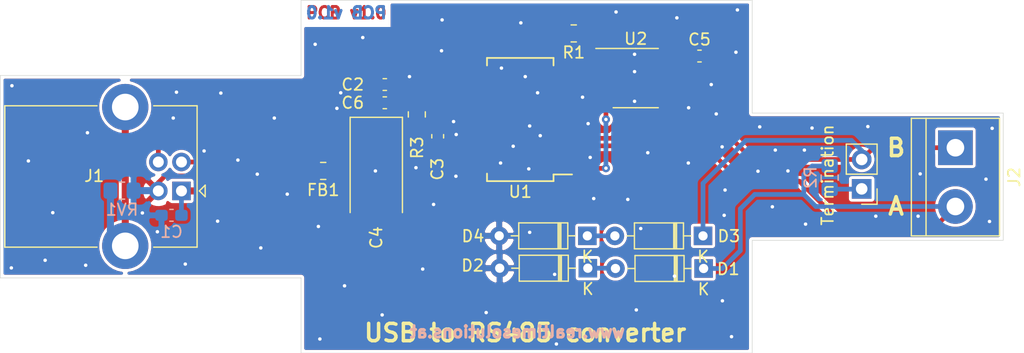
<source format=kicad_pcb>
(kicad_pcb (version 20171130) (host pcbnew "(5.1.9)-1")

  (general
    (thickness 1.6)
    (drawings 18)
    (tracks 235)
    (zones 0)
    (modules 20)
    (nets 29)
  )

  (page A4)
  (layers
    (0 F.Cu signal)
    (31 B.Cu signal)
    (32 B.Adhes user)
    (33 F.Adhes user)
    (34 B.Paste user)
    (35 F.Paste user)
    (36 B.SilkS user)
    (37 F.SilkS user)
    (38 B.Mask user)
    (39 F.Mask user)
    (40 Dwgs.User user)
    (41 Cmts.User user)
    (42 Eco1.User user)
    (43 Eco2.User user)
    (44 Edge.Cuts user)
    (45 Margin user)
    (46 B.CrtYd user)
    (47 F.CrtYd user)
    (48 B.Fab user)
    (49 F.Fab user)
  )

  (setup
    (last_trace_width 0.6096)
    (user_trace_width 0.1524)
    (user_trace_width 0.2032)
    (user_trace_width 0.254)
    (user_trace_width 0.4064)
    (user_trace_width 0.508)
    (user_trace_width 0.6096)
    (user_trace_width 1.016)
    (user_trace_width 1.934)
    (user_trace_width 2.032)
    (user_trace_width 2.54)
    (trace_clearance 0.15)
    (zone_clearance 0.254)
    (zone_45_only no)
    (trace_min 0.1)
    (via_size 0.7)
    (via_drill 0.3)
    (via_min_size 0.6)
    (via_min_drill 0.3)
    (user_via 0.6 0.3)
    (user_via 1.016 0.5)
    (uvia_size 0.3)
    (uvia_drill 0.1)
    (uvias_allowed no)
    (uvia_min_size 0.2)
    (uvia_min_drill 0.1)
    (edge_width 0.05)
    (segment_width 0.2)
    (pcb_text_width 0.3)
    (pcb_text_size 1.5 1.5)
    (mod_edge_width 0.12)
    (mod_text_size 1 1)
    (mod_text_width 0.15)
    (pad_size 1.524 1.524)
    (pad_drill 0.762)
    (pad_to_mask_clearance 0)
    (aux_axis_origin 0 0)
    (visible_elements FEFFFF7F)
    (pcbplotparams
      (layerselection 0x010fc_ffffffff)
      (usegerberextensions false)
      (usegerberattributes true)
      (usegerberadvancedattributes true)
      (creategerberjobfile true)
      (excludeedgelayer true)
      (linewidth 0.100000)
      (plotframeref false)
      (viasonmask false)
      (mode 1)
      (useauxorigin false)
      (hpglpennumber 1)
      (hpglpenspeed 20)
      (hpglpendiameter 15.000000)
      (psnegative false)
      (psa4output false)
      (plotreference true)
      (plotvalue true)
      (plotinvisibletext false)
      (padsonsilk false)
      (subtractmaskfromsilk false)
      (outputformat 1)
      (mirror false)
      (drillshape 0)
      (scaleselection 1)
      (outputdirectory "./gerber"))
  )

  (net 0 "")
  (net 1 "Net-(C1-Pad2)")
  (net 2 GND)
  (net 3 "Net-(C2-Pad1)")
  (net 4 VCC)
  (net 5 "Net-(C6-Pad2)")
  (net 6 "Net-(D1-Pad2)")
  (net 7 "Net-(D1-Pad1)")
  (net 8 "Net-(D3-Pad2)")
  (net 9 "Net-(D3-Pad1)")
  (net 10 "Net-(J1-Pad5)")
  (net 11 "Net-(J1-Pad3)")
  (net 12 "Net-(J1-Pad2)")
  (net 13 "Net-(JP1-Pad1)")
  (net 14 "Net-(R1-Pad2)")
  (net 15 "Net-(U1-Pad28)")
  (net 16 "Net-(U1-Pad27)")
  (net 17 "Net-(U1-Pad23)")
  (net 18 "Net-(U1-Pad22)")
  (net 19 "Net-(U1-Pad13)")
  (net 20 "Net-(U1-Pad12)")
  (net 21 "Net-(U1-Pad11)")
  (net 22 "Net-(U1-Pad10)")
  (net 23 "Net-(U1-Pad9)")
  (net 24 "Net-(U1-Pad6)")
  (net 25 "Net-(U1-Pad5)")
  (net 26 "Net-(U1-Pad3)")
  (net 27 "Net-(U1-Pad2)")
  (net 28 "Net-(U1-Pad1)")

  (net_class Default "This is the default net class."
    (clearance 0.15)
    (trace_width 0.254)
    (via_dia 0.7)
    (via_drill 0.3)
    (uvia_dia 0.3)
    (uvia_drill 0.1)
    (add_net GND)
    (add_net "Net-(C1-Pad2)")
    (add_net "Net-(C2-Pad1)")
    (add_net "Net-(C6-Pad2)")
    (add_net "Net-(D1-Pad1)")
    (add_net "Net-(D1-Pad2)")
    (add_net "Net-(D3-Pad1)")
    (add_net "Net-(D3-Pad2)")
    (add_net "Net-(J1-Pad2)")
    (add_net "Net-(J1-Pad3)")
    (add_net "Net-(J1-Pad5)")
    (add_net "Net-(JP1-Pad1)")
    (add_net "Net-(R1-Pad2)")
    (add_net "Net-(U1-Pad1)")
    (add_net "Net-(U1-Pad10)")
    (add_net "Net-(U1-Pad11)")
    (add_net "Net-(U1-Pad12)")
    (add_net "Net-(U1-Pad13)")
    (add_net "Net-(U1-Pad2)")
    (add_net "Net-(U1-Pad22)")
    (add_net "Net-(U1-Pad23)")
    (add_net "Net-(U1-Pad27)")
    (add_net "Net-(U1-Pad28)")
    (add_net "Net-(U1-Pad3)")
    (add_net "Net-(U1-Pad5)")
    (add_net "Net-(U1-Pad6)")
    (add_net "Net-(U1-Pad9)")
    (add_net VCC)
  )

  (module Package_SO:SO-8_3.9x4.9mm_P1.27mm (layer F.Cu) (tedit 5D9F72B1) (tstamp 606CFB7B)
    (at 28.9306 -23.7744)
    (descr "SO, 8 Pin (https://www.nxp.com/docs/en/data-sheet/PCF8523.pdf), generated with kicad-footprint-generator ipc_gullwing_generator.py")
    (tags "SO SO")
    (path /606DE4A9)
    (attr smd)
    (fp_text reference U2 (at 0 -3.4) (layer F.SilkS)
      (effects (font (size 1 1) (thickness 0.15)))
    )
    (fp_text value MAX485E (at 0 3.4) (layer F.Fab)
      (effects (font (size 1 1) (thickness 0.15)))
    )
    (fp_text user %R (at 0 0) (layer F.Fab)
      (effects (font (size 0.98 0.98) (thickness 0.15)))
    )
    (fp_line (start 0 2.56) (end 1.95 2.56) (layer F.SilkS) (width 0.12))
    (fp_line (start 0 2.56) (end -1.95 2.56) (layer F.SilkS) (width 0.12))
    (fp_line (start 0 -2.56) (end 1.95 -2.56) (layer F.SilkS) (width 0.12))
    (fp_line (start 0 -2.56) (end -3.45 -2.56) (layer F.SilkS) (width 0.12))
    (fp_line (start -0.975 -2.45) (end 1.95 -2.45) (layer F.Fab) (width 0.1))
    (fp_line (start 1.95 -2.45) (end 1.95 2.45) (layer F.Fab) (width 0.1))
    (fp_line (start 1.95 2.45) (end -1.95 2.45) (layer F.Fab) (width 0.1))
    (fp_line (start -1.95 2.45) (end -1.95 -1.475) (layer F.Fab) (width 0.1))
    (fp_line (start -1.95 -1.475) (end -0.975 -2.45) (layer F.Fab) (width 0.1))
    (fp_line (start -3.7 -2.7) (end -3.7 2.7) (layer F.CrtYd) (width 0.05))
    (fp_line (start -3.7 2.7) (end 3.7 2.7) (layer F.CrtYd) (width 0.05))
    (fp_line (start 3.7 2.7) (end 3.7 -2.7) (layer F.CrtYd) (width 0.05))
    (fp_line (start 3.7 -2.7) (end -3.7 -2.7) (layer F.CrtYd) (width 0.05))
    (pad 8 smd roundrect (at 2.575 -1.905) (size 1.75 0.6) (layers F.Cu F.Paste F.Mask) (roundrect_rratio 0.25)
      (net 4 VCC))
    (pad 7 smd roundrect (at 2.575 -0.635) (size 1.75 0.6) (layers F.Cu F.Paste F.Mask) (roundrect_rratio 0.25)
      (net 9 "Net-(D3-Pad1)"))
    (pad 6 smd roundrect (at 2.575 0.635) (size 1.75 0.6) (layers F.Cu F.Paste F.Mask) (roundrect_rratio 0.25)
      (net 7 "Net-(D1-Pad1)"))
    (pad 5 smd roundrect (at 2.575 1.905) (size 1.75 0.6) (layers F.Cu F.Paste F.Mask) (roundrect_rratio 0.25)
      (net 2 GND))
    (pad 4 smd roundrect (at -2.575 1.905) (size 1.75 0.6) (layers F.Cu F.Paste F.Mask) (roundrect_rratio 0.25)
      (net 28 "Net-(U1-Pad1)"))
    (pad 3 smd roundrect (at -2.575 0.635) (size 1.75 0.6) (layers F.Cu F.Paste F.Mask) (roundrect_rratio 0.25)
      (net 19 "Net-(U1-Pad13)"))
    (pad 2 smd roundrect (at -2.575 -0.635) (size 1.75 0.6) (layers F.Cu F.Paste F.Mask) (roundrect_rratio 0.25)
      (net 14 "Net-(R1-Pad2)"))
    (pad 1 smd roundrect (at -2.575 -1.905) (size 1.75 0.6) (layers F.Cu F.Paste F.Mask) (roundrect_rratio 0.25)
      (net 25 "Net-(U1-Pad5)"))
    (model ${KISYS3DMOD}/Package_SO.3dshapes/SO-8_3.9x4.9mm_P1.27mm.wrl
      (at (xyz 0 0 0))
      (scale (xyz 1 1 1))
      (rotate (xyz 0 0 0))
    )
  )

  (module Package_SO:SSOP-28_5.3x10.2mm_P0.65mm (layer F.Cu) (tedit 5A02F25C) (tstamp 606CFB61)
    (at 18.9484 -20.193 180)
    (descr "28-Lead Plastic Shrink Small Outline (SS)-5.30 mm Body [SSOP] (see Microchip Packaging Specification 00000049BS.pdf)")
    (tags "SSOP 0.65")
    (path /606C9823)
    (attr smd)
    (fp_text reference U1 (at 0 -6.25) (layer F.SilkS)
      (effects (font (size 1 1) (thickness 0.15)))
    )
    (fp_text value FT232RL (at 0 6.25) (layer F.Fab)
      (effects (font (size 1 1) (thickness 0.15)))
    )
    (fp_text user %R (at 0 0) (layer F.Fab)
      (effects (font (size 0.8 0.8) (thickness 0.15)))
    )
    (fp_line (start -1.65 -5.1) (end 2.65 -5.1) (layer F.Fab) (width 0.15))
    (fp_line (start 2.65 -5.1) (end 2.65 5.1) (layer F.Fab) (width 0.15))
    (fp_line (start 2.65 5.1) (end -2.65 5.1) (layer F.Fab) (width 0.15))
    (fp_line (start -2.65 5.1) (end -2.65 -4.1) (layer F.Fab) (width 0.15))
    (fp_line (start -2.65 -4.1) (end -1.65 -5.1) (layer F.Fab) (width 0.15))
    (fp_line (start -4.75 -5.5) (end -4.75 5.5) (layer F.CrtYd) (width 0.05))
    (fp_line (start 4.75 -5.5) (end 4.75 5.5) (layer F.CrtYd) (width 0.05))
    (fp_line (start -4.75 -5.5) (end 4.75 -5.5) (layer F.CrtYd) (width 0.05))
    (fp_line (start -4.75 5.5) (end 4.75 5.5) (layer F.CrtYd) (width 0.05))
    (fp_line (start -2.875 -5.325) (end -2.875 -4.75) (layer F.SilkS) (width 0.15))
    (fp_line (start 2.875 -5.325) (end 2.875 -4.675) (layer F.SilkS) (width 0.15))
    (fp_line (start 2.875 5.325) (end 2.875 4.675) (layer F.SilkS) (width 0.15))
    (fp_line (start -2.875 5.325) (end -2.875 4.675) (layer F.SilkS) (width 0.15))
    (fp_line (start -2.875 -5.325) (end 2.875 -5.325) (layer F.SilkS) (width 0.15))
    (fp_line (start -2.875 5.325) (end 2.875 5.325) (layer F.SilkS) (width 0.15))
    (fp_line (start -2.875 -4.75) (end -4.475 -4.75) (layer F.SilkS) (width 0.15))
    (pad 28 smd rect (at 3.6 -4.225 180) (size 1.75 0.45) (layers F.Cu F.Paste F.Mask)
      (net 15 "Net-(U1-Pad28)"))
    (pad 27 smd rect (at 3.6 -3.575 180) (size 1.75 0.45) (layers F.Cu F.Paste F.Mask)
      (net 16 "Net-(U1-Pad27)"))
    (pad 26 smd rect (at 3.6 -2.925 180) (size 1.75 0.45) (layers F.Cu F.Paste F.Mask)
      (net 2 GND))
    (pad 25 smd rect (at 3.6 -2.275 180) (size 1.75 0.45) (layers F.Cu F.Paste F.Mask)
      (net 2 GND))
    (pad 24 smd rect (at 3.6 -1.625 180) (size 1.75 0.45) (layers F.Cu F.Paste F.Mask))
    (pad 23 smd rect (at 3.6 -0.975 180) (size 1.75 0.45) (layers F.Cu F.Paste F.Mask)
      (net 17 "Net-(U1-Pad23)"))
    (pad 22 smd rect (at 3.6 -0.325 180) (size 1.75 0.45) (layers F.Cu F.Paste F.Mask)
      (net 18 "Net-(U1-Pad22)"))
    (pad 21 smd rect (at 3.6 0.325 180) (size 1.75 0.45) (layers F.Cu F.Paste F.Mask)
      (net 2 GND))
    (pad 20 smd rect (at 3.6 0.975 180) (size 1.75 0.45) (layers F.Cu F.Paste F.Mask)
      (net 4 VCC))
    (pad 19 smd rect (at 3.6 1.625 180) (size 1.75 0.45) (layers F.Cu F.Paste F.Mask)
      (net 5 "Net-(C6-Pad2)"))
    (pad 18 smd rect (at 3.6 2.275 180) (size 1.75 0.45) (layers F.Cu F.Paste F.Mask)
      (net 2 GND))
    (pad 17 smd rect (at 3.6 2.925 180) (size 1.75 0.45) (layers F.Cu F.Paste F.Mask)
      (net 3 "Net-(C2-Pad1)"))
    (pad 16 smd rect (at 3.6 3.575 180) (size 1.75 0.45) (layers F.Cu F.Paste F.Mask)
      (net 12 "Net-(J1-Pad2)"))
    (pad 15 smd rect (at 3.6 4.225 180) (size 1.75 0.45) (layers F.Cu F.Paste F.Mask)
      (net 11 "Net-(J1-Pad3)"))
    (pad 14 smd rect (at -3.6 4.225 180) (size 1.75 0.45) (layers F.Cu F.Paste F.Mask)
      (net 14 "Net-(R1-Pad2)"))
    (pad 13 smd rect (at -3.6 3.575 180) (size 1.75 0.45) (layers F.Cu F.Paste F.Mask)
      (net 19 "Net-(U1-Pad13)"))
    (pad 12 smd rect (at -3.6 2.925 180) (size 1.75 0.45) (layers F.Cu F.Paste F.Mask)
      (net 20 "Net-(U1-Pad12)"))
    (pad 11 smd rect (at -3.6 2.275 180) (size 1.75 0.45) (layers F.Cu F.Paste F.Mask)
      (net 21 "Net-(U1-Pad11)"))
    (pad 10 smd rect (at -3.6 1.625 180) (size 1.75 0.45) (layers F.Cu F.Paste F.Mask)
      (net 22 "Net-(U1-Pad10)"))
    (pad 9 smd rect (at -3.6 0.975 180) (size 1.75 0.45) (layers F.Cu F.Paste F.Mask)
      (net 23 "Net-(U1-Pad9)"))
    (pad 8 smd rect (at -3.6 0.325 180) (size 1.75 0.45) (layers F.Cu F.Paste F.Mask))
    (pad 7 smd rect (at -3.6 -0.325 180) (size 1.75 0.45) (layers F.Cu F.Paste F.Mask)
      (net 2 GND))
    (pad 6 smd rect (at -3.6 -0.975 180) (size 1.75 0.45) (layers F.Cu F.Paste F.Mask)
      (net 24 "Net-(U1-Pad6)"))
    (pad 5 smd rect (at -3.6 -1.625 180) (size 1.75 0.45) (layers F.Cu F.Paste F.Mask)
      (net 25 "Net-(U1-Pad5)"))
    (pad 4 smd rect (at -3.6 -2.275 180) (size 1.75 0.45) (layers F.Cu F.Paste F.Mask)
      (net 4 VCC))
    (pad 3 smd rect (at -3.6 -2.925 180) (size 1.75 0.45) (layers F.Cu F.Paste F.Mask)
      (net 26 "Net-(U1-Pad3)"))
    (pad 2 smd rect (at -3.6 -3.575 180) (size 1.75 0.45) (layers F.Cu F.Paste F.Mask)
      (net 27 "Net-(U1-Pad2)"))
    (pad 1 smd rect (at -3.6 -4.225 180) (size 1.75 0.45) (layers F.Cu F.Paste F.Mask)
      (net 28 "Net-(U1-Pad1)"))
    (model ${KISYS3DMOD}/Package_SO.3dshapes/SSOP-28_5.3x10.2mm_P0.65mm.wrl
      (at (xyz 0 0 0))
      (scale (xyz 1 1 1))
      (rotate (xyz 0 0 0))
    )
  )

  (module Resistor_SMD:R_0805_2012Metric_Pad1.20x1.40mm_HandSolder (layer B.Cu) (tedit 5F68FEEE) (tstamp 606CFB30)
    (at -15.478 -14.0462)
    (descr "Resistor SMD 0805 (2012 Metric), square (rectangular) end terminal, IPC_7351 nominal with elongated pad for handsoldering. (Body size source: IPC-SM-782 page 72, https://www.pcb-3d.com/wordpress/wp-content/uploads/ipc-sm-782a_amendment_1_and_2.pdf), generated with kicad-footprint-generator")
    (tags "resistor handsolder")
    (path /606D2E8C)
    (attr smd)
    (fp_text reference RV1 (at 0 1.65) (layer B.SilkS)
      (effects (font (size 1 1) (thickness 0.15)) (justify mirror))
    )
    (fp_text value Varistor (at 0 -1.65) (layer B.Fab)
      (effects (font (size 1 1) (thickness 0.15)) (justify mirror))
    )
    (fp_text user %R (at 0 0) (layer B.Fab)
      (effects (font (size 0.5 0.5) (thickness 0.08)) (justify mirror))
    )
    (fp_line (start -1 -0.625) (end -1 0.625) (layer B.Fab) (width 0.1))
    (fp_line (start -1 0.625) (end 1 0.625) (layer B.Fab) (width 0.1))
    (fp_line (start 1 0.625) (end 1 -0.625) (layer B.Fab) (width 0.1))
    (fp_line (start 1 -0.625) (end -1 -0.625) (layer B.Fab) (width 0.1))
    (fp_line (start -0.227064 0.735) (end 0.227064 0.735) (layer B.SilkS) (width 0.12))
    (fp_line (start -0.227064 -0.735) (end 0.227064 -0.735) (layer B.SilkS) (width 0.12))
    (fp_line (start -1.85 -0.95) (end -1.85 0.95) (layer B.CrtYd) (width 0.05))
    (fp_line (start -1.85 0.95) (end 1.85 0.95) (layer B.CrtYd) (width 0.05))
    (fp_line (start 1.85 0.95) (end 1.85 -0.95) (layer B.CrtYd) (width 0.05))
    (fp_line (start 1.85 -0.95) (end -1.85 -0.95) (layer B.CrtYd) (width 0.05))
    (pad 2 smd roundrect (at 1 0) (size 1.2 1.4) (layers B.Cu B.Paste B.Mask) (roundrect_rratio 0.2083325)
      (net 2 GND))
    (pad 1 smd roundrect (at -1 0) (size 1.2 1.4) (layers B.Cu B.Paste B.Mask) (roundrect_rratio 0.2083325)
      (net 10 "Net-(J1-Pad5)"))
    (model ${KISYS3DMOD}/Resistor_SMD.3dshapes/R_0805_2012Metric.wrl
      (at (xyz 0 0 0))
      (scale (xyz 1 1 1))
      (rotate (xyz 0 0 0))
    )
  )

  (module Resistor_SMD:R_0805_2012Metric_Pad1.20x1.40mm_HandSolder (layer F.Cu) (tedit 5F68FEEE) (tstamp 606CFB1F)
    (at 10.0076 -20.6342 270)
    (descr "Resistor SMD 0805 (2012 Metric), square (rectangular) end terminal, IPC_7351 nominal with elongated pad for handsoldering. (Body size source: IPC-SM-782 page 72, https://www.pcb-3d.com/wordpress/wp-content/uploads/ipc-sm-782a_amendment_1_and_2.pdf), generated with kicad-footprint-generator")
    (tags "resistor handsolder")
    (path /606FC9CB)
    (attr smd)
    (fp_text reference R3 (at 2.8796 -0.0254 90) (layer F.SilkS)
      (effects (font (size 1 1) (thickness 0.15)))
    )
    (fp_text value 10K (at 0 1.65 90) (layer F.Fab)
      (effects (font (size 1 1) (thickness 0.15)))
    )
    (fp_line (start 1.85 0.95) (end -1.85 0.95) (layer F.CrtYd) (width 0.05))
    (fp_line (start 1.85 -0.95) (end 1.85 0.95) (layer F.CrtYd) (width 0.05))
    (fp_line (start -1.85 -0.95) (end 1.85 -0.95) (layer F.CrtYd) (width 0.05))
    (fp_line (start -1.85 0.95) (end -1.85 -0.95) (layer F.CrtYd) (width 0.05))
    (fp_line (start -0.227064 0.735) (end 0.227064 0.735) (layer F.SilkS) (width 0.12))
    (fp_line (start -0.227064 -0.735) (end 0.227064 -0.735) (layer F.SilkS) (width 0.12))
    (fp_line (start 1 0.625) (end -1 0.625) (layer F.Fab) (width 0.1))
    (fp_line (start 1 -0.625) (end 1 0.625) (layer F.Fab) (width 0.1))
    (fp_line (start -1 -0.625) (end 1 -0.625) (layer F.Fab) (width 0.1))
    (fp_line (start -1 0.625) (end -1 -0.625) (layer F.Fab) (width 0.1))
    (fp_text user %R (at 0 0 90) (layer F.Fab)
      (effects (font (size 0.5 0.5) (thickness 0.08)))
    )
    (pad 1 smd roundrect (at -1 0 270) (size 1.2 1.4) (layers F.Cu F.Paste F.Mask) (roundrect_rratio 0.2083325)
      (net 5 "Net-(C6-Pad2)"))
    (pad 2 smd roundrect (at 1 0 270) (size 1.2 1.4) (layers F.Cu F.Paste F.Mask) (roundrect_rratio 0.2083325)
      (net 4 VCC))
    (model ${KISYS3DMOD}/Resistor_SMD.3dshapes/R_0805_2012Metric.wrl
      (at (xyz 0 0 0))
      (scale (xyz 1 1 1))
      (rotate (xyz 0 0 0))
    )
  )

  (module Resistor_SMD:R_0805_2012Metric_Pad1.20x1.40mm_HandSolder (layer B.Cu) (tedit 5F68FEEE) (tstamp 606CFB0E)
    (at 45.6946 -15.1732 270)
    (descr "Resistor SMD 0805 (2012 Metric), square (rectangular) end terminal, IPC_7351 nominal with elongated pad for handsoldering. (Body size source: IPC-SM-782 page 72, https://www.pcb-3d.com/wordpress/wp-content/uploads/ipc-sm-782a_amendment_1_and_2.pdf), generated with kicad-footprint-generator")
    (tags "resistor handsolder")
    (path /606ECFD6)
    (attr smd)
    (fp_text reference R2 (at 0 1.65 270) (layer B.SilkS)
      (effects (font (size 1 1) (thickness 0.15)) (justify mirror))
    )
    (fp_text value 120R (at 0 -1.65 270) (layer B.Fab)
      (effects (font (size 1 1) (thickness 0.15)) (justify mirror))
    )
    (fp_text user %R (at 0 0 270) (layer B.Fab)
      (effects (font (size 0.5 0.5) (thickness 0.08)) (justify mirror))
    )
    (fp_line (start -1 -0.625) (end -1 0.625) (layer B.Fab) (width 0.1))
    (fp_line (start -1 0.625) (end 1 0.625) (layer B.Fab) (width 0.1))
    (fp_line (start 1 0.625) (end 1 -0.625) (layer B.Fab) (width 0.1))
    (fp_line (start 1 -0.625) (end -1 -0.625) (layer B.Fab) (width 0.1))
    (fp_line (start -0.227064 0.735) (end 0.227064 0.735) (layer B.SilkS) (width 0.12))
    (fp_line (start -0.227064 -0.735) (end 0.227064 -0.735) (layer B.SilkS) (width 0.12))
    (fp_line (start -1.85 -0.95) (end -1.85 0.95) (layer B.CrtYd) (width 0.05))
    (fp_line (start -1.85 0.95) (end 1.85 0.95) (layer B.CrtYd) (width 0.05))
    (fp_line (start 1.85 0.95) (end 1.85 -0.95) (layer B.CrtYd) (width 0.05))
    (fp_line (start 1.85 -0.95) (end -1.85 -0.95) (layer B.CrtYd) (width 0.05))
    (pad 2 smd roundrect (at 1 0 270) (size 1.2 1.4) (layers B.Cu B.Paste B.Mask) (roundrect_rratio 0.2083325)
      (net 13 "Net-(JP1-Pad1)"))
    (pad 1 smd roundrect (at -1 0 270) (size 1.2 1.4) (layers B.Cu B.Paste B.Mask) (roundrect_rratio 0.2083325)
      (net 7 "Net-(D1-Pad1)"))
    (model ${KISYS3DMOD}/Resistor_SMD.3dshapes/R_0805_2012Metric.wrl
      (at (xyz 0 0 0))
      (scale (xyz 1 1 1))
      (rotate (xyz 0 0 0))
    )
  )

  (module Resistor_SMD:R_0805_2012Metric_Pad1.20x1.40mm_HandSolder (layer F.Cu) (tedit 5F68FEEE) (tstamp 606CFAFD)
    (at 23.5712 -27.6352 180)
    (descr "Resistor SMD 0805 (2012 Metric), square (rectangular) end terminal, IPC_7351 nominal with elongated pad for handsoldering. (Body size source: IPC-SM-782 page 72, https://www.pcb-3d.com/wordpress/wp-content/uploads/ipc-sm-782a_amendment_1_and_2.pdf), generated with kicad-footprint-generator")
    (tags "resistor handsolder")
    (path /606DA789)
    (attr smd)
    (fp_text reference R1 (at 0 -1.65) (layer F.SilkS)
      (effects (font (size 1 1) (thickness 0.15)))
    )
    (fp_text value 10K (at 0 1.65) (layer F.Fab)
      (effects (font (size 1 1) (thickness 0.15)))
    )
    (fp_text user %R (at 0 0) (layer F.Fab)
      (effects (font (size 0.5 0.5) (thickness 0.08)))
    )
    (fp_line (start -1 0.625) (end -1 -0.625) (layer F.Fab) (width 0.1))
    (fp_line (start -1 -0.625) (end 1 -0.625) (layer F.Fab) (width 0.1))
    (fp_line (start 1 -0.625) (end 1 0.625) (layer F.Fab) (width 0.1))
    (fp_line (start 1 0.625) (end -1 0.625) (layer F.Fab) (width 0.1))
    (fp_line (start -0.227064 -0.735) (end 0.227064 -0.735) (layer F.SilkS) (width 0.12))
    (fp_line (start -0.227064 0.735) (end 0.227064 0.735) (layer F.SilkS) (width 0.12))
    (fp_line (start -1.85 0.95) (end -1.85 -0.95) (layer F.CrtYd) (width 0.05))
    (fp_line (start -1.85 -0.95) (end 1.85 -0.95) (layer F.CrtYd) (width 0.05))
    (fp_line (start 1.85 -0.95) (end 1.85 0.95) (layer F.CrtYd) (width 0.05))
    (fp_line (start 1.85 0.95) (end -1.85 0.95) (layer F.CrtYd) (width 0.05))
    (pad 2 smd roundrect (at 1 0 180) (size 1.2 1.4) (layers F.Cu F.Paste F.Mask) (roundrect_rratio 0.2083325)
      (net 14 "Net-(R1-Pad2)"))
    (pad 1 smd roundrect (at -1 0 180) (size 1.2 1.4) (layers F.Cu F.Paste F.Mask) (roundrect_rratio 0.2083325)
      (net 4 VCC))
    (model ${KISYS3DMOD}/Resistor_SMD.3dshapes/R_0805_2012Metric.wrl
      (at (xyz 0 0 0))
      (scale (xyz 1 1 1))
      (rotate (xyz 0 0 0))
    )
  )

  (module Connector_PinHeader_2.54mm:PinHeader_1x02_P2.54mm_Vertical (layer F.Cu) (tedit 59FED5CC) (tstamp 606CFAEC)
    (at 48.4632 -14.1986 180)
    (descr "Through hole straight pin header, 1x02, 2.54mm pitch, single row")
    (tags "Through hole pin header THT 1x02 2.54mm single row")
    (path /606EEBF3)
    (fp_text reference JP1 (at 0 -2.33) (layer F.SilkS) hide
      (effects (font (size 1 1) (thickness 0.15)))
    )
    (fp_text value Termination (at 2.9464 1.1938 90) (layer F.SilkS)
      (effects (font (size 1 1) (thickness 0.15)))
    )
    (fp_text user %R (at 0 1.27 90) (layer F.Fab)
      (effects (font (size 1 1) (thickness 0.15)))
    )
    (fp_line (start -0.635 -1.27) (end 1.27 -1.27) (layer F.Fab) (width 0.1))
    (fp_line (start 1.27 -1.27) (end 1.27 3.81) (layer F.Fab) (width 0.1))
    (fp_line (start 1.27 3.81) (end -1.27 3.81) (layer F.Fab) (width 0.1))
    (fp_line (start -1.27 3.81) (end -1.27 -0.635) (layer F.Fab) (width 0.1))
    (fp_line (start -1.27 -0.635) (end -0.635 -1.27) (layer F.Fab) (width 0.1))
    (fp_line (start -1.33 3.87) (end 1.33 3.87) (layer F.SilkS) (width 0.12))
    (fp_line (start -1.33 1.27) (end -1.33 3.87) (layer F.SilkS) (width 0.12))
    (fp_line (start 1.33 1.27) (end 1.33 3.87) (layer F.SilkS) (width 0.12))
    (fp_line (start -1.33 1.27) (end 1.33 1.27) (layer F.SilkS) (width 0.12))
    (fp_line (start -1.33 0) (end -1.33 -1.33) (layer F.SilkS) (width 0.12))
    (fp_line (start -1.33 -1.33) (end 0 -1.33) (layer F.SilkS) (width 0.12))
    (fp_line (start -1.8 -1.8) (end -1.8 4.35) (layer F.CrtYd) (width 0.05))
    (fp_line (start -1.8 4.35) (end 1.8 4.35) (layer F.CrtYd) (width 0.05))
    (fp_line (start 1.8 4.35) (end 1.8 -1.8) (layer F.CrtYd) (width 0.05))
    (fp_line (start 1.8 -1.8) (end -1.8 -1.8) (layer F.CrtYd) (width 0.05))
    (pad 2 thru_hole oval (at 0 2.54 180) (size 1.7 1.7) (drill 1) (layers *.Cu *.Mask)
      (net 9 "Net-(D3-Pad1)"))
    (pad 1 thru_hole rect (at 0 0 180) (size 1.7 1.7) (drill 1) (layers *.Cu *.Mask)
      (net 13 "Net-(JP1-Pad1)"))
    (model ${KISYS3DMOD}/Connector_PinHeader_2.54mm.3dshapes/PinHeader_1x02_P2.54mm_Vertical.wrl
      (at (xyz 0 0 0))
      (scale (xyz 1 1 1))
      (rotate (xyz 0 0 0))
    )
  )

  (module TerminalBlock:TerminalBlock_bornier-2_P5.08mm (layer F.Cu) (tedit 59FF03AB) (tstamp 606CFAD6)
    (at 56.5658 -17.7546 270)
    (descr "simple 2-pin terminal block, pitch 5.08mm, revamped version of bornier2")
    (tags "terminal block bornier2")
    (path /606EA447)
    (fp_text reference J2 (at 2.54 -5.08 90) (layer F.SilkS)
      (effects (font (size 1 1) (thickness 0.15)))
    )
    (fp_text value Screw_Terminal_01x02 (at 2.54 5.08 90) (layer F.Fab)
      (effects (font (size 1 1) (thickness 0.15)))
    )
    (fp_text user %R (at 2.54 0 90) (layer F.Fab)
      (effects (font (size 1 1) (thickness 0.15)))
    )
    (fp_line (start -2.41 2.55) (end 7.49 2.55) (layer F.Fab) (width 0.1))
    (fp_line (start -2.46 -3.75) (end -2.46 3.75) (layer F.Fab) (width 0.1))
    (fp_line (start -2.46 3.75) (end 7.54 3.75) (layer F.Fab) (width 0.1))
    (fp_line (start 7.54 3.75) (end 7.54 -3.75) (layer F.Fab) (width 0.1))
    (fp_line (start 7.54 -3.75) (end -2.46 -3.75) (layer F.Fab) (width 0.1))
    (fp_line (start 7.62 2.54) (end -2.54 2.54) (layer F.SilkS) (width 0.12))
    (fp_line (start 7.62 3.81) (end 7.62 -3.81) (layer F.SilkS) (width 0.12))
    (fp_line (start 7.62 -3.81) (end -2.54 -3.81) (layer F.SilkS) (width 0.12))
    (fp_line (start -2.54 -3.81) (end -2.54 3.81) (layer F.SilkS) (width 0.12))
    (fp_line (start -2.54 3.81) (end 7.62 3.81) (layer F.SilkS) (width 0.12))
    (fp_line (start -2.71 -4) (end 7.79 -4) (layer F.CrtYd) (width 0.05))
    (fp_line (start -2.71 -4) (end -2.71 4) (layer F.CrtYd) (width 0.05))
    (fp_line (start 7.79 4) (end 7.79 -4) (layer F.CrtYd) (width 0.05))
    (fp_line (start 7.79 4) (end -2.71 4) (layer F.CrtYd) (width 0.05))
    (pad 2 thru_hole circle (at 5.08 0 270) (size 3 3) (drill 1.52) (layers *.Cu *.Mask)
      (net 7 "Net-(D1-Pad1)"))
    (pad 1 thru_hole rect (at 0 0 270) (size 3 3) (drill 1.52) (layers *.Cu *.Mask)
      (net 9 "Net-(D3-Pad1)"))
    (model ${KISYS3DMOD}/TerminalBlock.3dshapes/TerminalBlock_bornier-2_P5.08mm.wrl
      (offset (xyz 2.539999961853027 0 0))
      (scale (xyz 1 1 1))
      (rotate (xyz 0 0 0))
    )
  )

  (module Connector_USB:USB_B_Lumberg_2411_02_Horizontal (layer F.Cu) (tedit 5E6EAC30) (tstamp 606CFD9F)
    (at -10.3378 -14.0208 180)
    (descr "USB 2.0 receptacle type B, horizontal version, through-hole, https://downloads.lumberg.com/datenblaetter/en/2411_02.pdf")
    (tags "USB B receptacle horizontal through-hole")
    (path /606CCA6C)
    (fp_text reference J1 (at 7.5438 1.2954) (layer F.SilkS)
      (effects (font (size 1 1) (thickness 0.15)))
    )
    (fp_text value USB_B (at 7.05 10.45) (layer F.Fab)
      (effects (font (size 1 1) (thickness 0.15)))
    )
    (fp_text user %R (at 7.5 1.25 180) (layer F.Fab)
      (effects (font (size 1 1) (thickness 0.15)))
    )
    (fp_line (start -1.24 7.25) (end -1.24 -4.75) (layer F.Fab) (width 0.1))
    (fp_line (start -1.24 -4.75) (end 15.16 -4.75) (layer F.Fab) (width 0.1))
    (fp_line (start 15.16 -4.75) (end 15.16 7.25) (layer F.Fab) (width 0.1))
    (fp_line (start 15.16 7.25) (end -1.24 7.25) (layer F.Fab) (width 0.1))
    (fp_line (start -1.24 0.49) (end -0.75 0) (layer F.Fab) (width 0.1))
    (fp_line (start -0.75 0) (end -1.24 -0.49) (layer F.Fab) (width 0.1))
    (fp_line (start -1.35 7.36) (end -1.35 -4.86) (layer F.SilkS) (width 0.12))
    (fp_line (start -1.35 7.36) (end 2.4 7.36) (layer F.SilkS) (width 0.12))
    (fp_line (start -1.35 -4.86) (end 2.4 -4.86) (layer F.SilkS) (width 0.12))
    (fp_line (start 15.27 7.36) (end 15.27 -4.86) (layer F.SilkS) (width 0.12))
    (fp_line (start 15.27 -4.86) (end 7.3 -4.86) (layer F.SilkS) (width 0.12))
    (fp_line (start 15.27 7.36) (end 7.3 7.36) (layer F.SilkS) (width 0.12))
    (fp_line (start -1.55 0) (end -2.05 -0.5) (layer F.SilkS) (width 0.12))
    (fp_line (start -2.05 -0.5) (end -2.05 0.5) (layer F.SilkS) (width 0.12))
    (fp_line (start -2.05 0.5) (end -1.55 0) (layer F.SilkS) (width 0.12))
    (fp_line (start -1.74 9.75) (end 15.66 9.75) (layer F.CrtYd) (width 0.05))
    (fp_line (start 15.66 9.75) (end 15.66 -7.25) (layer F.CrtYd) (width 0.05))
    (fp_line (start 15.66 -7.25) (end -1.74 -7.25) (layer F.CrtYd) (width 0.05))
    (fp_line (start -1.74 -7.25) (end -1.74 9.75) (layer F.CrtYd) (width 0.05))
    (pad 5 thru_hole circle (at 4.86 -4.75 270) (size 4 4) (drill 2.3) (layers *.Cu *.Mask)
      (net 10 "Net-(J1-Pad5)"))
    (pad 5 thru_hole circle (at 4.86 7.25 270) (size 4 4) (drill 2.3) (layers *.Cu *.Mask)
      (net 10 "Net-(J1-Pad5)"))
    (pad 4 thru_hole circle (at 2 0 270) (size 1.6 1.6) (drill 0.95) (layers *.Cu *.Mask)
      (net 2 GND))
    (pad 3 thru_hole circle (at 2 2.5 270) (size 1.6 1.6) (drill 0.95) (layers *.Cu *.Mask)
      (net 11 "Net-(J1-Pad3)"))
    (pad 2 thru_hole circle (at 0 2.5 270) (size 1.6 1.6) (drill 0.95) (layers *.Cu *.Mask)
      (net 12 "Net-(J1-Pad2)"))
    (pad 1 thru_hole rect (at 0 0 270) (size 1.6 1.6) (drill 0.95) (layers *.Cu *.Mask)
      (net 1 "Net-(C1-Pad2)"))
    (model ${KISYS3DMOD}/Connector_USB.3dshapes/USB_B_Lumberg_2411_02_Horizontal.wrl
      (at (xyz 0 0 0))
      (scale (xyz 1 1 1))
      (rotate (xyz 0 0 0))
    )
  )

  (module Resistor_SMD:R_0805_2012Metric_Pad1.20x1.40mm_HandSolder (layer F.Cu) (tedit 5F68FEEE) (tstamp 606D06B3)
    (at 1.9144 -15.748 180)
    (descr "Resistor SMD 0805 (2012 Metric), square (rectangular) end terminal, IPC_7351 nominal with elongated pad for handsoldering. (Body size source: IPC-SM-782 page 72, https://www.pcb-3d.com/wordpress/wp-content/uploads/ipc-sm-782a_amendment_1_and_2.pdf), generated with kicad-footprint-generator")
    (tags "resistor handsolder")
    (path /606CE3D2)
    (attr smd)
    (fp_text reference FB1 (at 0 -1.65) (layer F.SilkS)
      (effects (font (size 1 1) (thickness 0.15)))
    )
    (fp_text value Ferrite_Bead (at 0 1.65) (layer F.Fab)
      (effects (font (size 1 1) (thickness 0.15)))
    )
    (fp_text user %R (at 0 0) (layer F.Fab)
      (effects (font (size 0.5 0.5) (thickness 0.08)))
    )
    (fp_line (start -1 0.625) (end -1 -0.625) (layer F.Fab) (width 0.1))
    (fp_line (start -1 -0.625) (end 1 -0.625) (layer F.Fab) (width 0.1))
    (fp_line (start 1 -0.625) (end 1 0.625) (layer F.Fab) (width 0.1))
    (fp_line (start 1 0.625) (end -1 0.625) (layer F.Fab) (width 0.1))
    (fp_line (start -0.227064 -0.735) (end 0.227064 -0.735) (layer F.SilkS) (width 0.12))
    (fp_line (start -0.227064 0.735) (end 0.227064 0.735) (layer F.SilkS) (width 0.12))
    (fp_line (start -1.85 0.95) (end -1.85 -0.95) (layer F.CrtYd) (width 0.05))
    (fp_line (start -1.85 -0.95) (end 1.85 -0.95) (layer F.CrtYd) (width 0.05))
    (fp_line (start 1.85 -0.95) (end 1.85 0.95) (layer F.CrtYd) (width 0.05))
    (fp_line (start 1.85 0.95) (end -1.85 0.95) (layer F.CrtYd) (width 0.05))
    (pad 2 smd roundrect (at 1 0 180) (size 1.2 1.4) (layers F.Cu F.Paste F.Mask) (roundrect_rratio 0.2083325)
      (net 1 "Net-(C1-Pad2)"))
    (pad 1 smd roundrect (at -1 0 180) (size 1.2 1.4) (layers F.Cu F.Paste F.Mask) (roundrect_rratio 0.2083325)
      (net 4 VCC))
    (model ${KISYS3DMOD}/Resistor_SMD.3dshapes/R_0805_2012Metric.wrl
      (at (xyz 0 0 0))
      (scale (xyz 1 1 1))
      (rotate (xyz 0 0 0))
    )
  )

  (module Diode_THT:D_DO-35_SOD27_P7.62mm_Horizontal (layer F.Cu) (tedit 5AE50CD5) (tstamp 606CFA92)
    (at 24.7488 -10.1382 180)
    (descr "Diode, DO-35_SOD27 series, Axial, Horizontal, pin pitch=7.62mm, , length*diameter=4*2mm^2, , http://www.diodes.com/_files/packages/DO-35.pdf")
    (tags "Diode DO-35_SOD27 series Axial Horizontal pin pitch 7.62mm  length 4mm diameter 2mm")
    (path /6070C5B9)
    (fp_text reference D4 (at 9.8898 -0.029) (layer F.SilkS)
      (effects (font (size 1 1) (thickness 0.15)))
    )
    (fp_text value 4v7 (at 3.81 2.12) (layer F.Fab)
      (effects (font (size 1 1) (thickness 0.15)))
    )
    (fp_text user K (at 0 -1.8) (layer F.SilkS)
      (effects (font (size 1 1) (thickness 0.15)))
    )
    (fp_text user K (at 0 -1.8) (layer F.Fab)
      (effects (font (size 1 1) (thickness 0.15)))
    )
    (fp_text user %R (at 4.11 0) (layer F.Fab)
      (effects (font (size 0.8 0.8) (thickness 0.12)))
    )
    (fp_line (start 1.81 -1) (end 1.81 1) (layer F.Fab) (width 0.1))
    (fp_line (start 1.81 1) (end 5.81 1) (layer F.Fab) (width 0.1))
    (fp_line (start 5.81 1) (end 5.81 -1) (layer F.Fab) (width 0.1))
    (fp_line (start 5.81 -1) (end 1.81 -1) (layer F.Fab) (width 0.1))
    (fp_line (start 0 0) (end 1.81 0) (layer F.Fab) (width 0.1))
    (fp_line (start 7.62 0) (end 5.81 0) (layer F.Fab) (width 0.1))
    (fp_line (start 2.41 -1) (end 2.41 1) (layer F.Fab) (width 0.1))
    (fp_line (start 2.51 -1) (end 2.51 1) (layer F.Fab) (width 0.1))
    (fp_line (start 2.31 -1) (end 2.31 1) (layer F.Fab) (width 0.1))
    (fp_line (start 1.69 -1.12) (end 1.69 1.12) (layer F.SilkS) (width 0.12))
    (fp_line (start 1.69 1.12) (end 5.93 1.12) (layer F.SilkS) (width 0.12))
    (fp_line (start 5.93 1.12) (end 5.93 -1.12) (layer F.SilkS) (width 0.12))
    (fp_line (start 5.93 -1.12) (end 1.69 -1.12) (layer F.SilkS) (width 0.12))
    (fp_line (start 1.04 0) (end 1.69 0) (layer F.SilkS) (width 0.12))
    (fp_line (start 6.58 0) (end 5.93 0) (layer F.SilkS) (width 0.12))
    (fp_line (start 2.41 -1.12) (end 2.41 1.12) (layer F.SilkS) (width 0.12))
    (fp_line (start 2.53 -1.12) (end 2.53 1.12) (layer F.SilkS) (width 0.12))
    (fp_line (start 2.29 -1.12) (end 2.29 1.12) (layer F.SilkS) (width 0.12))
    (fp_line (start -1.05 -1.25) (end -1.05 1.25) (layer F.CrtYd) (width 0.05))
    (fp_line (start -1.05 1.25) (end 8.67 1.25) (layer F.CrtYd) (width 0.05))
    (fp_line (start 8.67 1.25) (end 8.67 -1.25) (layer F.CrtYd) (width 0.05))
    (fp_line (start 8.67 -1.25) (end -1.05 -1.25) (layer F.CrtYd) (width 0.05))
    (pad 2 thru_hole oval (at 7.62 0 180) (size 1.6 1.6) (drill 0.8) (layers *.Cu *.Mask)
      (net 2 GND))
    (pad 1 thru_hole rect (at 0 0 180) (size 1.6 1.6) (drill 0.8) (layers *.Cu *.Mask)
      (net 8 "Net-(D3-Pad2)"))
    (model ${KISYS3DMOD}/Diode_THT.3dshapes/D_DO-35_SOD27_P7.62mm_Horizontal.wrl
      (at (xyz 0 0 0))
      (scale (xyz 1 1 1))
      (rotate (xyz 0 0 0))
    )
  )

  (module Diode_THT:D_DO-35_SOD27_P7.62mm_Horizontal (layer F.Cu) (tedit 5AE50CD5) (tstamp 606CFA73)
    (at 34.7472 -10.1346 180)
    (descr "Diode, DO-35_SOD27 series, Axial, Horizontal, pin pitch=7.62mm, , length*diameter=4*2mm^2, , http://www.diodes.com/_files/packages/DO-35.pdf")
    (tags "Diode DO-35_SOD27 series Axial Horizontal pin pitch 7.62mm  length 4mm diameter 2mm")
    (path /6070CB47)
    (fp_text reference D3 (at -2.2352 -0.0254) (layer F.SilkS)
      (effects (font (size 1 1) (thickness 0.15)))
    )
    (fp_text value 9v1 (at 3.81 2.12) (layer F.Fab)
      (effects (font (size 1 1) (thickness 0.15)))
    )
    (fp_text user K (at 0 -1.8) (layer F.SilkS)
      (effects (font (size 1 1) (thickness 0.15)))
    )
    (fp_text user K (at 0 -1.8) (layer F.Fab)
      (effects (font (size 1 1) (thickness 0.15)))
    )
    (fp_text user %R (at 4.11 0) (layer F.Fab)
      (effects (font (size 0.8 0.8) (thickness 0.12)))
    )
    (fp_line (start 1.81 -1) (end 1.81 1) (layer F.Fab) (width 0.1))
    (fp_line (start 1.81 1) (end 5.81 1) (layer F.Fab) (width 0.1))
    (fp_line (start 5.81 1) (end 5.81 -1) (layer F.Fab) (width 0.1))
    (fp_line (start 5.81 -1) (end 1.81 -1) (layer F.Fab) (width 0.1))
    (fp_line (start 0 0) (end 1.81 0) (layer F.Fab) (width 0.1))
    (fp_line (start 7.62 0) (end 5.81 0) (layer F.Fab) (width 0.1))
    (fp_line (start 2.41 -1) (end 2.41 1) (layer F.Fab) (width 0.1))
    (fp_line (start 2.51 -1) (end 2.51 1) (layer F.Fab) (width 0.1))
    (fp_line (start 2.31 -1) (end 2.31 1) (layer F.Fab) (width 0.1))
    (fp_line (start 1.69 -1.12) (end 1.69 1.12) (layer F.SilkS) (width 0.12))
    (fp_line (start 1.69 1.12) (end 5.93 1.12) (layer F.SilkS) (width 0.12))
    (fp_line (start 5.93 1.12) (end 5.93 -1.12) (layer F.SilkS) (width 0.12))
    (fp_line (start 5.93 -1.12) (end 1.69 -1.12) (layer F.SilkS) (width 0.12))
    (fp_line (start 1.04 0) (end 1.69 0) (layer F.SilkS) (width 0.12))
    (fp_line (start 6.58 0) (end 5.93 0) (layer F.SilkS) (width 0.12))
    (fp_line (start 2.41 -1.12) (end 2.41 1.12) (layer F.SilkS) (width 0.12))
    (fp_line (start 2.53 -1.12) (end 2.53 1.12) (layer F.SilkS) (width 0.12))
    (fp_line (start 2.29 -1.12) (end 2.29 1.12) (layer F.SilkS) (width 0.12))
    (fp_line (start -1.05 -1.25) (end -1.05 1.25) (layer F.CrtYd) (width 0.05))
    (fp_line (start -1.05 1.25) (end 8.67 1.25) (layer F.CrtYd) (width 0.05))
    (fp_line (start 8.67 1.25) (end 8.67 -1.25) (layer F.CrtYd) (width 0.05))
    (fp_line (start 8.67 -1.25) (end -1.05 -1.25) (layer F.CrtYd) (width 0.05))
    (pad 2 thru_hole oval (at 7.62 0 180) (size 1.6 1.6) (drill 0.8) (layers *.Cu *.Mask)
      (net 8 "Net-(D3-Pad2)"))
    (pad 1 thru_hole rect (at 0 0 180) (size 1.6 1.6) (drill 0.8) (layers *.Cu *.Mask)
      (net 9 "Net-(D3-Pad1)"))
    (model ${KISYS3DMOD}/Diode_THT.3dshapes/D_DO-35_SOD27_P7.62mm_Horizontal.wrl
      (at (xyz 0 0 0))
      (scale (xyz 1 1 1))
      (rotate (xyz 0 0 0))
    )
  )

  (module Diode_THT:D_DO-35_SOD27_P7.62mm_Horizontal (layer F.Cu) (tedit 5AE50CD5) (tstamp 606CFA54)
    (at 24.7904 -7.3406 180)
    (descr "Diode, DO-35_SOD27 series, Axial, Horizontal, pin pitch=7.62mm, , length*diameter=4*2mm^2, , http://www.diodes.com/_files/packages/DO-35.pdf")
    (tags "Diode DO-35_SOD27 series Axial Horizontal pin pitch 7.62mm  length 4mm diameter 2mm")
    (path /6070C25C)
    (fp_text reference D2 (at 9.9568 0.2286) (layer F.SilkS)
      (effects (font (size 1 1) (thickness 0.15)))
    )
    (fp_text value 4v7 (at 3.81 2.12) (layer F.Fab)
      (effects (font (size 1 1) (thickness 0.15)))
    )
    (fp_text user K (at 0 -1.8) (layer F.SilkS)
      (effects (font (size 1 1) (thickness 0.15)))
    )
    (fp_text user K (at 0 -1.8) (layer F.Fab)
      (effects (font (size 1 1) (thickness 0.15)))
    )
    (fp_text user %R (at 4.11 0) (layer F.Fab)
      (effects (font (size 0.8 0.8) (thickness 0.12)))
    )
    (fp_line (start 1.81 -1) (end 1.81 1) (layer F.Fab) (width 0.1))
    (fp_line (start 1.81 1) (end 5.81 1) (layer F.Fab) (width 0.1))
    (fp_line (start 5.81 1) (end 5.81 -1) (layer F.Fab) (width 0.1))
    (fp_line (start 5.81 -1) (end 1.81 -1) (layer F.Fab) (width 0.1))
    (fp_line (start 0 0) (end 1.81 0) (layer F.Fab) (width 0.1))
    (fp_line (start 7.62 0) (end 5.81 0) (layer F.Fab) (width 0.1))
    (fp_line (start 2.41 -1) (end 2.41 1) (layer F.Fab) (width 0.1))
    (fp_line (start 2.51 -1) (end 2.51 1) (layer F.Fab) (width 0.1))
    (fp_line (start 2.31 -1) (end 2.31 1) (layer F.Fab) (width 0.1))
    (fp_line (start 1.69 -1.12) (end 1.69 1.12) (layer F.SilkS) (width 0.12))
    (fp_line (start 1.69 1.12) (end 5.93 1.12) (layer F.SilkS) (width 0.12))
    (fp_line (start 5.93 1.12) (end 5.93 -1.12) (layer F.SilkS) (width 0.12))
    (fp_line (start 5.93 -1.12) (end 1.69 -1.12) (layer F.SilkS) (width 0.12))
    (fp_line (start 1.04 0) (end 1.69 0) (layer F.SilkS) (width 0.12))
    (fp_line (start 6.58 0) (end 5.93 0) (layer F.SilkS) (width 0.12))
    (fp_line (start 2.41 -1.12) (end 2.41 1.12) (layer F.SilkS) (width 0.12))
    (fp_line (start 2.53 -1.12) (end 2.53 1.12) (layer F.SilkS) (width 0.12))
    (fp_line (start 2.29 -1.12) (end 2.29 1.12) (layer F.SilkS) (width 0.12))
    (fp_line (start -1.05 -1.25) (end -1.05 1.25) (layer F.CrtYd) (width 0.05))
    (fp_line (start -1.05 1.25) (end 8.67 1.25) (layer F.CrtYd) (width 0.05))
    (fp_line (start 8.67 1.25) (end 8.67 -1.25) (layer F.CrtYd) (width 0.05))
    (fp_line (start 8.67 -1.25) (end -1.05 -1.25) (layer F.CrtYd) (width 0.05))
    (pad 2 thru_hole oval (at 7.62 0 180) (size 1.6 1.6) (drill 0.8) (layers *.Cu *.Mask)
      (net 2 GND))
    (pad 1 thru_hole rect (at 0 0 180) (size 1.6 1.6) (drill 0.8) (layers *.Cu *.Mask)
      (net 6 "Net-(D1-Pad2)"))
    (model ${KISYS3DMOD}/Diode_THT.3dshapes/D_DO-35_SOD27_P7.62mm_Horizontal.wrl
      (at (xyz 0 0 0))
      (scale (xyz 1 1 1))
      (rotate (xyz 0 0 0))
    )
  )

  (module Diode_THT:D_DO-35_SOD27_P7.62mm_Horizontal (layer F.Cu) (tedit 5AE50CD5) (tstamp 606CFA35)
    (at 34.798 -7.3152 180)
    (descr "Diode, DO-35_SOD27 series, Axial, Horizontal, pin pitch=7.62mm, , length*diameter=4*2mm^2, , http://www.diodes.com/_files/packages/DO-35.pdf")
    (tags "Diode DO-35_SOD27 series Axial Horizontal pin pitch 7.62mm  length 4mm diameter 2mm")
    (path /6070B91B)
    (fp_text reference D1 (at -2.1336 -0.0508) (layer F.SilkS)
      (effects (font (size 1 1) (thickness 0.15)))
    )
    (fp_text value 9v1 (at 3.81 2.12) (layer F.Fab)
      (effects (font (size 1 1) (thickness 0.15)))
    )
    (fp_text user K (at 0 -1.8) (layer F.SilkS)
      (effects (font (size 1 1) (thickness 0.15)))
    )
    (fp_text user K (at 0 -1.8) (layer F.Fab)
      (effects (font (size 1 1) (thickness 0.15)))
    )
    (fp_text user %R (at 4.11 0) (layer F.Fab)
      (effects (font (size 0.8 0.8) (thickness 0.12)))
    )
    (fp_line (start 1.81 -1) (end 1.81 1) (layer F.Fab) (width 0.1))
    (fp_line (start 1.81 1) (end 5.81 1) (layer F.Fab) (width 0.1))
    (fp_line (start 5.81 1) (end 5.81 -1) (layer F.Fab) (width 0.1))
    (fp_line (start 5.81 -1) (end 1.81 -1) (layer F.Fab) (width 0.1))
    (fp_line (start 0 0) (end 1.81 0) (layer F.Fab) (width 0.1))
    (fp_line (start 7.62 0) (end 5.81 0) (layer F.Fab) (width 0.1))
    (fp_line (start 2.41 -1) (end 2.41 1) (layer F.Fab) (width 0.1))
    (fp_line (start 2.51 -1) (end 2.51 1) (layer F.Fab) (width 0.1))
    (fp_line (start 2.31 -1) (end 2.31 1) (layer F.Fab) (width 0.1))
    (fp_line (start 1.69 -1.12) (end 1.69 1.12) (layer F.SilkS) (width 0.12))
    (fp_line (start 1.69 1.12) (end 5.93 1.12) (layer F.SilkS) (width 0.12))
    (fp_line (start 5.93 1.12) (end 5.93 -1.12) (layer F.SilkS) (width 0.12))
    (fp_line (start 5.93 -1.12) (end 1.69 -1.12) (layer F.SilkS) (width 0.12))
    (fp_line (start 1.04 0) (end 1.69 0) (layer F.SilkS) (width 0.12))
    (fp_line (start 6.58 0) (end 5.93 0) (layer F.SilkS) (width 0.12))
    (fp_line (start 2.41 -1.12) (end 2.41 1.12) (layer F.SilkS) (width 0.12))
    (fp_line (start 2.53 -1.12) (end 2.53 1.12) (layer F.SilkS) (width 0.12))
    (fp_line (start 2.29 -1.12) (end 2.29 1.12) (layer F.SilkS) (width 0.12))
    (fp_line (start -1.05 -1.25) (end -1.05 1.25) (layer F.CrtYd) (width 0.05))
    (fp_line (start -1.05 1.25) (end 8.67 1.25) (layer F.CrtYd) (width 0.05))
    (fp_line (start 8.67 1.25) (end 8.67 -1.25) (layer F.CrtYd) (width 0.05))
    (fp_line (start 8.67 -1.25) (end -1.05 -1.25) (layer F.CrtYd) (width 0.05))
    (pad 2 thru_hole oval (at 7.62 0 180) (size 1.6 1.6) (drill 0.8) (layers *.Cu *.Mask)
      (net 6 "Net-(D1-Pad2)"))
    (pad 1 thru_hole rect (at 0 0 180) (size 1.6 1.6) (drill 0.8) (layers *.Cu *.Mask)
      (net 7 "Net-(D1-Pad1)"))
    (model ${KISYS3DMOD}/Diode_THT.3dshapes/D_DO-35_SOD27_P7.62mm_Horizontal.wrl
      (at (xyz 0 0 0))
      (scale (xyz 1 1 1))
      (rotate (xyz 0 0 0))
    )
  )

  (module Capacitor_SMD:C_0603_1608Metric_Pad1.08x0.95mm_HandSolder (layer F.Cu) (tedit 5F68FEEF) (tstamp 606CFA16)
    (at 7.239 -21.6408)
    (descr "Capacitor SMD 0603 (1608 Metric), square (rectangular) end terminal, IPC_7351 nominal with elongated pad for handsoldering. (Body size source: IPC-SM-782 page 76, https://www.pcb-3d.com/wordpress/wp-content/uploads/ipc-sm-782a_amendment_1_and_2.pdf), generated with kicad-footprint-generator")
    (tags "capacitor handsolder")
    (path /607007CD)
    (attr smd)
    (fp_text reference C6 (at -2.7686 0) (layer F.SilkS)
      (effects (font (size 1 1) (thickness 0.15)))
    )
    (fp_text value 100nF (at 0 1.43) (layer F.Fab)
      (effects (font (size 1 1) (thickness 0.15)))
    )
    (fp_text user %R (at 0 0) (layer F.Fab)
      (effects (font (size 0.4 0.4) (thickness 0.06)))
    )
    (fp_line (start -0.8 0.4) (end -0.8 -0.4) (layer F.Fab) (width 0.1))
    (fp_line (start -0.8 -0.4) (end 0.8 -0.4) (layer F.Fab) (width 0.1))
    (fp_line (start 0.8 -0.4) (end 0.8 0.4) (layer F.Fab) (width 0.1))
    (fp_line (start 0.8 0.4) (end -0.8 0.4) (layer F.Fab) (width 0.1))
    (fp_line (start -0.146267 -0.51) (end 0.146267 -0.51) (layer F.SilkS) (width 0.12))
    (fp_line (start -0.146267 0.51) (end 0.146267 0.51) (layer F.SilkS) (width 0.12))
    (fp_line (start -1.65 0.73) (end -1.65 -0.73) (layer F.CrtYd) (width 0.05))
    (fp_line (start -1.65 -0.73) (end 1.65 -0.73) (layer F.CrtYd) (width 0.05))
    (fp_line (start 1.65 -0.73) (end 1.65 0.73) (layer F.CrtYd) (width 0.05))
    (fp_line (start 1.65 0.73) (end -1.65 0.73) (layer F.CrtYd) (width 0.05))
    (pad 2 smd roundrect (at 0.8625 0) (size 1.075 0.95) (layers F.Cu F.Paste F.Mask) (roundrect_rratio 0.25)
      (net 5 "Net-(C6-Pad2)"))
    (pad 1 smd roundrect (at -0.8625 0) (size 1.075 0.95) (layers F.Cu F.Paste F.Mask) (roundrect_rratio 0.25)
      (net 2 GND))
    (model ${KISYS3DMOD}/Capacitor_SMD.3dshapes/C_0603_1608Metric.wrl
      (at (xyz 0 0 0))
      (scale (xyz 1 1 1))
      (rotate (xyz 0 0 0))
    )
  )

  (module Capacitor_SMD:C_0603_1608Metric_Pad1.08x0.95mm_HandSolder (layer F.Cu) (tedit 5F68FEEF) (tstamp 606CFA05)
    (at 34.4424 -25.6794)
    (descr "Capacitor SMD 0603 (1608 Metric), square (rectangular) end terminal, IPC_7351 nominal with elongated pad for handsoldering. (Body size source: IPC-SM-782 page 76, https://www.pcb-3d.com/wordpress/wp-content/uploads/ipc-sm-782a_amendment_1_and_2.pdf), generated with kicad-footprint-generator")
    (tags "capacitor handsolder")
    (path /606E62FC)
    (attr smd)
    (fp_text reference C5 (at 0 -1.43) (layer F.SilkS)
      (effects (font (size 1 1) (thickness 0.15)))
    )
    (fp_text value 100nF (at 0 1.43) (layer F.Fab)
      (effects (font (size 1 1) (thickness 0.15)))
    )
    (fp_text user %R (at 0 0) (layer F.Fab)
      (effects (font (size 0.4 0.4) (thickness 0.06)))
    )
    (fp_line (start -0.8 0.4) (end -0.8 -0.4) (layer F.Fab) (width 0.1))
    (fp_line (start -0.8 -0.4) (end 0.8 -0.4) (layer F.Fab) (width 0.1))
    (fp_line (start 0.8 -0.4) (end 0.8 0.4) (layer F.Fab) (width 0.1))
    (fp_line (start 0.8 0.4) (end -0.8 0.4) (layer F.Fab) (width 0.1))
    (fp_line (start -0.146267 -0.51) (end 0.146267 -0.51) (layer F.SilkS) (width 0.12))
    (fp_line (start -0.146267 0.51) (end 0.146267 0.51) (layer F.SilkS) (width 0.12))
    (fp_line (start -1.65 0.73) (end -1.65 -0.73) (layer F.CrtYd) (width 0.05))
    (fp_line (start -1.65 -0.73) (end 1.65 -0.73) (layer F.CrtYd) (width 0.05))
    (fp_line (start 1.65 -0.73) (end 1.65 0.73) (layer F.CrtYd) (width 0.05))
    (fp_line (start 1.65 0.73) (end -1.65 0.73) (layer F.CrtYd) (width 0.05))
    (pad 2 smd roundrect (at 0.8625 0) (size 1.075 0.95) (layers F.Cu F.Paste F.Mask) (roundrect_rratio 0.25)
      (net 2 GND))
    (pad 1 smd roundrect (at -0.8625 0) (size 1.075 0.95) (layers F.Cu F.Paste F.Mask) (roundrect_rratio 0.25)
      (net 4 VCC))
    (model ${KISYS3DMOD}/Capacitor_SMD.3dshapes/C_0603_1608Metric.wrl
      (at (xyz 0 0 0))
      (scale (xyz 1 1 1))
      (rotate (xyz 0 0 0))
    )
  )

  (module Capacitor_Tantalum_SMD:CP_EIA-7343-40_Kemet-Y_Pad2.25x2.55mm_HandSolder (layer F.Cu) (tedit 5EBA9318) (tstamp 606CF9F4)
    (at 6.5024 -15.7988 270)
    (descr "Tantalum Capacitor SMD Kemet-Y (7343-40 Metric), IPC_7351 nominal, (Body size from: http://www.kemet.com/Lists/ProductCatalog/Attachments/253/KEM_TC101_STD.pdf), generated with kicad-footprint-generator")
    (tags "capacitor tantalum")
    (path /606D64AA)
    (attr smd)
    (fp_text reference C4 (at 5.8166 0 90) (layer F.SilkS)
      (effects (font (size 1 1) (thickness 0.15)))
    )
    (fp_text value 4,7uF (at 0 3.1 90) (layer F.Fab)
      (effects (font (size 1 1) (thickness 0.15)))
    )
    (fp_text user %R (at 0 0 90) (layer F.Fab)
      (effects (font (size 1 1) (thickness 0.15)))
    )
    (fp_line (start 3.65 -2.15) (end -2.65 -2.15) (layer F.Fab) (width 0.1))
    (fp_line (start -2.65 -2.15) (end -3.65 -1.15) (layer F.Fab) (width 0.1))
    (fp_line (start -3.65 -1.15) (end -3.65 2.15) (layer F.Fab) (width 0.1))
    (fp_line (start -3.65 2.15) (end 3.65 2.15) (layer F.Fab) (width 0.1))
    (fp_line (start 3.65 2.15) (end 3.65 -2.15) (layer F.Fab) (width 0.1))
    (fp_line (start 3.65 -2.26) (end -4.585 -2.26) (layer F.SilkS) (width 0.12))
    (fp_line (start -4.585 -2.26) (end -4.585 2.26) (layer F.SilkS) (width 0.12))
    (fp_line (start -4.585 2.26) (end 3.65 2.26) (layer F.SilkS) (width 0.12))
    (fp_line (start -4.58 2.4) (end -4.58 -2.4) (layer F.CrtYd) (width 0.05))
    (fp_line (start -4.58 -2.4) (end 4.58 -2.4) (layer F.CrtYd) (width 0.05))
    (fp_line (start 4.58 -2.4) (end 4.58 2.4) (layer F.CrtYd) (width 0.05))
    (fp_line (start 4.58 2.4) (end -4.58 2.4) (layer F.CrtYd) (width 0.05))
    (pad 2 smd roundrect (at 3.2 0 270) (size 2.25 2.55) (layers F.Cu F.Paste F.Mask) (roundrect_rratio 0.1111106666666667)
      (net 2 GND))
    (pad 1 smd roundrect (at -3.2 0 270) (size 2.25 2.55) (layers F.Cu F.Paste F.Mask) (roundrect_rratio 0.1111106666666667)
      (net 4 VCC))
    (model ${KISYS3DMOD}/Capacitor_Tantalum_SMD.3dshapes/CP_EIA-7343-40_Kemet-Y.wrl
      (at (xyz 0 0 0))
      (scale (xyz 1 1 1))
      (rotate (xyz 0 0 0))
    )
  )

  (module Capacitor_SMD:C_0603_1608Metric_Pad1.08x0.95mm_HandSolder (layer F.Cu) (tedit 5F68FEEF) (tstamp 606D13F5)
    (at 11.811 -18.7452 90)
    (descr "Capacitor SMD 0603 (1608 Metric), square (rectangular) end terminal, IPC_7351 nominal with elongated pad for handsoldering. (Body size source: IPC-SM-782 page 76, https://www.pcb-3d.com/wordpress/wp-content/uploads/ipc-sm-782a_amendment_1_and_2.pdf), generated with kicad-footprint-generator")
    (tags "capacitor handsolder")
    (path /606D45B7)
    (attr smd)
    (fp_text reference C3 (at -2.8448 -0.0254 90) (layer F.SilkS)
      (effects (font (size 1 1) (thickness 0.15)))
    )
    (fp_text value 100nF (at 0 1.43 90) (layer F.Fab)
      (effects (font (size 1 1) (thickness 0.15)))
    )
    (fp_text user %R (at 0 0 90) (layer F.Fab)
      (effects (font (size 0.4 0.4) (thickness 0.06)))
    )
    (fp_line (start -0.8 0.4) (end -0.8 -0.4) (layer F.Fab) (width 0.1))
    (fp_line (start -0.8 -0.4) (end 0.8 -0.4) (layer F.Fab) (width 0.1))
    (fp_line (start 0.8 -0.4) (end 0.8 0.4) (layer F.Fab) (width 0.1))
    (fp_line (start 0.8 0.4) (end -0.8 0.4) (layer F.Fab) (width 0.1))
    (fp_line (start -0.146267 -0.51) (end 0.146267 -0.51) (layer F.SilkS) (width 0.12))
    (fp_line (start -0.146267 0.51) (end 0.146267 0.51) (layer F.SilkS) (width 0.12))
    (fp_line (start -1.65 0.73) (end -1.65 -0.73) (layer F.CrtYd) (width 0.05))
    (fp_line (start -1.65 -0.73) (end 1.65 -0.73) (layer F.CrtYd) (width 0.05))
    (fp_line (start 1.65 -0.73) (end 1.65 0.73) (layer F.CrtYd) (width 0.05))
    (fp_line (start 1.65 0.73) (end -1.65 0.73) (layer F.CrtYd) (width 0.05))
    (pad 2 smd roundrect (at 0.8625 0 90) (size 1.075 0.95) (layers F.Cu F.Paste F.Mask) (roundrect_rratio 0.25)
      (net 4 VCC))
    (pad 1 smd roundrect (at -0.8625 0 90) (size 1.075 0.95) (layers F.Cu F.Paste F.Mask) (roundrect_rratio 0.25)
      (net 2 GND))
    (model ${KISYS3DMOD}/Capacitor_SMD.3dshapes/C_0603_1608Metric.wrl
      (at (xyz 0 0 0))
      (scale (xyz 1 1 1))
      (rotate (xyz 0 0 0))
    )
  )

  (module Capacitor_SMD:C_0603_1608Metric_Pad1.08x0.95mm_HandSolder (layer F.Cu) (tedit 5F68FEEF) (tstamp 606CF9D0)
    (at 7.239 -23.2156 180)
    (descr "Capacitor SMD 0603 (1608 Metric), square (rectangular) end terminal, IPC_7351 nominal with elongated pad for handsoldering. (Body size source: IPC-SM-782 page 76, https://www.pcb-3d.com/wordpress/wp-content/uploads/ipc-sm-782a_amendment_1_and_2.pdf), generated with kicad-footprint-generator")
    (tags "capacitor handsolder")
    (path /606D1C57)
    (attr smd)
    (fp_text reference C2 (at 2.7686 0) (layer F.SilkS)
      (effects (font (size 1 1) (thickness 0.15)))
    )
    (fp_text value 100nF (at 0 1.43) (layer F.Fab)
      (effects (font (size 1 1) (thickness 0.15)))
    )
    (fp_text user %R (at 0 0) (layer F.Fab)
      (effects (font (size 0.4 0.4) (thickness 0.06)))
    )
    (fp_line (start -0.8 0.4) (end -0.8 -0.4) (layer F.Fab) (width 0.1))
    (fp_line (start -0.8 -0.4) (end 0.8 -0.4) (layer F.Fab) (width 0.1))
    (fp_line (start 0.8 -0.4) (end 0.8 0.4) (layer F.Fab) (width 0.1))
    (fp_line (start 0.8 0.4) (end -0.8 0.4) (layer F.Fab) (width 0.1))
    (fp_line (start -0.146267 -0.51) (end 0.146267 -0.51) (layer F.SilkS) (width 0.12))
    (fp_line (start -0.146267 0.51) (end 0.146267 0.51) (layer F.SilkS) (width 0.12))
    (fp_line (start -1.65 0.73) (end -1.65 -0.73) (layer F.CrtYd) (width 0.05))
    (fp_line (start -1.65 -0.73) (end 1.65 -0.73) (layer F.CrtYd) (width 0.05))
    (fp_line (start 1.65 -0.73) (end 1.65 0.73) (layer F.CrtYd) (width 0.05))
    (fp_line (start 1.65 0.73) (end -1.65 0.73) (layer F.CrtYd) (width 0.05))
    (pad 2 smd roundrect (at 0.8625 0 180) (size 1.075 0.95) (layers F.Cu F.Paste F.Mask) (roundrect_rratio 0.25)
      (net 2 GND))
    (pad 1 smd roundrect (at -0.8625 0 180) (size 1.075 0.95) (layers F.Cu F.Paste F.Mask) (roundrect_rratio 0.25)
      (net 3 "Net-(C2-Pad1)"))
    (model ${KISYS3DMOD}/Capacitor_SMD.3dshapes/C_0603_1608Metric.wrl
      (at (xyz 0 0 0))
      (scale (xyz 1 1 1))
      (rotate (xyz 0 0 0))
    )
  )

  (module Capacitor_SMD:C_0603_1608Metric_Pad1.08x0.95mm_HandSolder (layer B.Cu) (tedit 5F68FEEF) (tstamp 606CF9BF)
    (at -11.2025 -11.9126)
    (descr "Capacitor SMD 0603 (1608 Metric), square (rectangular) end terminal, IPC_7351 nominal with elongated pad for handsoldering. (Body size source: IPC-SM-782 page 76, https://www.pcb-3d.com/wordpress/wp-content/uploads/ipc-sm-782a_amendment_1_and_2.pdf), generated with kicad-footprint-generator")
    (tags "capacitor handsolder")
    (path /606CF0BD)
    (attr smd)
    (fp_text reference C1 (at 0 1.43) (layer B.SilkS)
      (effects (font (size 1 1) (thickness 0.15)) (justify mirror))
    )
    (fp_text value 10nF (at 0 -1.43) (layer B.Fab)
      (effects (font (size 1 1) (thickness 0.15)) (justify mirror))
    )
    (fp_text user %R (at 0 0) (layer B.Fab)
      (effects (font (size 0.4 0.4) (thickness 0.06)) (justify mirror))
    )
    (fp_line (start -0.8 -0.4) (end -0.8 0.4) (layer B.Fab) (width 0.1))
    (fp_line (start -0.8 0.4) (end 0.8 0.4) (layer B.Fab) (width 0.1))
    (fp_line (start 0.8 0.4) (end 0.8 -0.4) (layer B.Fab) (width 0.1))
    (fp_line (start 0.8 -0.4) (end -0.8 -0.4) (layer B.Fab) (width 0.1))
    (fp_line (start -0.146267 0.51) (end 0.146267 0.51) (layer B.SilkS) (width 0.12))
    (fp_line (start -0.146267 -0.51) (end 0.146267 -0.51) (layer B.SilkS) (width 0.12))
    (fp_line (start -1.65 -0.73) (end -1.65 0.73) (layer B.CrtYd) (width 0.05))
    (fp_line (start -1.65 0.73) (end 1.65 0.73) (layer B.CrtYd) (width 0.05))
    (fp_line (start 1.65 0.73) (end 1.65 -0.73) (layer B.CrtYd) (width 0.05))
    (fp_line (start 1.65 -0.73) (end -1.65 -0.73) (layer B.CrtYd) (width 0.05))
    (pad 2 smd roundrect (at 0.8625 0) (size 1.075 0.95) (layers B.Cu B.Paste B.Mask) (roundrect_rratio 0.25)
      (net 1 "Net-(C1-Pad2)"))
    (pad 1 smd roundrect (at -0.8625 0) (size 1.075 0.95) (layers B.Cu B.Paste B.Mask) (roundrect_rratio 0.25)
      (net 2 GND))
    (model ${KISYS3DMOD}/Capacitor_SMD.3dshapes/C_0603_1608Metric.wrl
      (at (xyz 0 0 0))
      (scale (xyz 1 1 1))
      (rotate (xyz 0 0 0))
    )
  )

  (gr_text www.realtimesolutions.at (at 18.6944 -1.8288) (layer B.SilkS)
    (effects (font (size 1 1) (thickness 0.25)) (justify mirror))
  )
  (gr_text "PCB v1.0" (at 3.9116 -29.4132) (layer B.Cu) (tstamp 606D3258)
    (effects (font (size 1 1) (thickness 0.25)) (justify mirror))
  )
  (gr_text "PCB v1.0" (at 3.9116 -29.4132) (layer F.Cu) (tstamp 606D336E)
    (effects (font (size 1 1) (thickness 0.25)))
  )
  (gr_text "USB to RS485 converter" (at 19.3802 -1.7526) (layer F.SilkS)
    (effects (font (size 1.5 1.5) (thickness 0.3)))
  )
  (gr_text A (at 51.435 -12.7) (layer F.SilkS) (tstamp 606D2990)
    (effects (font (size 1.5 1.5) (thickness 0.3)))
  )
  (gr_text B (at 51.435 -17.7546) (layer F.SilkS)
    (effects (font (size 1.5 1.5) (thickness 0.3)))
  )
  (gr_line (start 0 0) (end 39 0) (layer Edge.Cuts) (width 0.05) (tstamp 606D0D4E))
  (gr_line (start 39 0) (end 39 -9.75) (layer Edge.Cuts) (width 0.05) (tstamp 606D0280))
  (gr_line (start 39 -9.75) (end 60.7 -9.75) (layer Edge.Cuts) (width 0.05))
  (gr_line (start 39 -30.5) (end 39 -20.75) (layer Edge.Cuts) (width 0.05) (tstamp 606D027E))
  (gr_line (start 60.7 -20.75) (end 60.7 -9.75) (layer Edge.Cuts) (width 0.05) (tstamp 606D027C))
  (gr_line (start 39 -20.75) (end 60.7 -20.75) (layer Edge.Cuts) (width 0.05) (tstamp 606D0272))
  (gr_line (start 0 -6.5) (end 0 0) (layer Edge.Cuts) (width 0.05) (tstamp 606CFFA1))
  (gr_line (start 0 -30.5) (end 0 -24) (layer Edge.Cuts) (width 0.05) (tstamp 606CFFA0))
  (gr_line (start -26 -24) (end -26 -6.5) (layer Edge.Cuts) (width 0.05) (tstamp 606CFF80))
  (gr_line (start 0 -24) (end -26 -24) (layer Edge.Cuts) (width 0.05) (tstamp 606CFD5F))
  (gr_line (start 0 -6.5) (end -26 -6.5) (layer Edge.Cuts) (width 0.05))
  (gr_line (start 0 -30.5) (end 39 -30.5) (layer Edge.Cuts) (width 0.05) (tstamp 606CF7EB))

  (segment (start -3.7592 -14.0208) (end -10.3378 -14.0208) (width 0.6096) (layer F.Cu) (net 1))
  (segment (start -2.032 -15.748) (end -3.7592 -14.0208) (width 0.6096) (layer F.Cu) (net 1))
  (segment (start 0.9144 -15.748) (end -2.032 -15.748) (width 0.6096) (layer F.Cu) (net 1))
  (segment (start -10.34 -14.0186) (end -10.3378 -14.0208) (width 0.4064) (layer B.Cu) (net 1))
  (segment (start -10.34 -11.9126) (end -10.34 -14.0186) (width 0.4064) (layer B.Cu) (net 1))
  (segment (start 11.8463 -17.918) (end 11.811 -17.8827) (width 0.4064) (layer F.Cu) (net 2) (tstamp 606D141E))
  (segment (start 15.3484 -17.268) (end 15.3484 -17.918) (width 0.4064) (layer F.Cu) (net 2))
  (segment (start 15.3484 -20.518) (end 16.9978 -20.518) (width 0.4064) (layer F.Cu) (net 2))
  (segment (start 16.9978 -20.518) (end 17.6022 -19.9136) (width 0.4064) (layer F.Cu) (net 2))
  (segment (start 17.6022 -19.9136) (end 17.6022 -18.3642) (width 0.4064) (layer F.Cu) (net 2))
  (segment (start 17.156 -17.918) (end 15.3484 -17.918) (width 0.4064) (layer F.Cu) (net 2))
  (segment (start 17.6022 -18.3642) (end 17.156 -17.918) (width 0.4064) (layer F.Cu) (net 2))
  (segment (start -12.3632 -14.0462) (end -12.3378 -14.0208) (width 0.6096) (layer B.Cu) (net 2))
  (segment (start -14.478 -14.0462) (end -12.3632 -14.0462) (width 0.6096) (layer B.Cu) (net 2))
  (segment (start 13.832 -17.918) (end 11.8463 -17.918) (width 0.4064) (layer F.Cu) (net 2))
  (segment (start 15.3484 -17.918) (end 13.832 -17.918) (width 0.4064) (layer F.Cu) (net 2))
  (segment (start 14.2562 -17.918) (end 13.832 -17.918) (width 0.4064) (layer F.Cu) (net 2))
  (segment (start 15.3484 -22.468) (end 18.3752 -22.468) (width 0.4064) (layer F.Cu) (net 2))
  (segment (start 20.9752 -19.868) (end 22.5484 -19.868) (width 0.4064) (layer F.Cu) (net 2))
  (segment (start 18.3752 -22.468) (end 20.9752 -19.868) (width 0.4064) (layer F.Cu) (net 2))
  (segment (start 6.3765 -23.2156) (end 6.3765 -21.6408) (width 0.4064) (layer F.Cu) (net 2))
  (segment (start -12.3378 -14.0208) (end -12.3378 -14.7386) (width 0.4064) (layer F.Cu) (net 2))
  (segment (start -12.3378 -14.7386) (end -11.7602 -15.3162) (width 0.4064) (layer F.Cu) (net 2))
  (segment (start -11.7602 -15.3162) (end -5.5372 -15.3162) (width 0.4064) (layer F.Cu) (net 2))
  (segment (start -5.5372 -15.3162) (end -3.9624 -16.891) (width 0.4064) (layer F.Cu) (net 2))
  (segment (start -3.9624 -16.891) (end 0.127 -16.891) (width 0.4064) (layer F.Cu) (net 2))
  (segment (start 4.8768 -21.6408) (end 6.3765 -21.6408) (width 0.4064) (layer F.Cu) (net 2))
  (segment (start 0.127 -16.891) (end 4.8768 -21.6408) (width 0.4064) (layer F.Cu) (net 2))
  (segment (start 17.1288 -7.3822) (end 17.1704 -7.3406) (width 0.4064) (layer B.Cu) (net 2))
  (segment (start 17.1288 -10.1382) (end 17.1288 -7.3822) (width 0.4064) (layer B.Cu) (net 2))
  (via (at -24.9936 -23.114) (size 0.7) (drill 0.3) (layers F.Cu B.Cu) (net 2))
  (via (at -25.0444 -7.366) (size 0.7) (drill 0.3) (layers F.Cu B.Cu) (net 2))
  (via (at -22.1234 -8.0264) (size 0.7) (drill 0.3) (layers F.Cu B.Cu) (net 2))
  (via (at -18.6182 -7.5946) (size 0.7) (drill 0.3) (layers F.Cu B.Cu) (net 2))
  (via (at -10.0076 -7.6962) (size 0.7) (drill 0.3) (layers F.Cu B.Cu) (net 2))
  (via (at -10.7696 -22.5552) (size 0.7) (drill 0.3) (layers F.Cu B.Cu) (net 2))
  (via (at -11.049 -20.32) (size 0.7) (drill 0.3) (layers F.Cu B.Cu) (net 2))
  (via (at -8.382 -17.4752) (size 0.7) (drill 0.3) (layers F.Cu B.Cu) (net 2))
  (via (at -5.461 -16.6878) (size 0.7) (drill 0.3) (layers F.Cu B.Cu) (net 2))
  (via (at -3.7846 -15.4686) (size 0.7) (drill 0.3) (layers F.Cu B.Cu) (net 2))
  (via (at -18.4658 -19.05) (size 0.7) (drill 0.3) (layers F.Cu B.Cu) (net 2))
  (via (at -23.5712 -16.6116) (size 0.7) (drill 0.3) (layers F.Cu B.Cu) (net 2))
  (via (at -21.463 -12.1412) (size 0.7) (drill 0.3) (layers F.Cu B.Cu) (net 2))
  (via (at -13.716 -12.1158) (size 0.7) (drill 0.3) (layers F.Cu B.Cu) (net 2))
  (via (at -12.4206 -10.4902) (size 0.7) (drill 0.3) (layers F.Cu B.Cu) (net 2))
  (via (at -6.9342 -22.479) (size 0.7) (drill 0.3) (layers F.Cu B.Cu) (net 2))
  (via (at -2.3114 -20.32) (size 0.7) (drill 0.3) (layers F.Cu B.Cu) (net 2))
  (via (at 3.429 -22.5044) (size 0.7) (drill 0.3) (layers F.Cu B.Cu) (net 2))
  (via (at 3.0988 -21.1582) (size 0.7) (drill 0.3) (layers F.Cu B.Cu) (net 2))
  (via (at 9.3726 -23.9014) (size 0.7) (drill 0.3) (layers F.Cu B.Cu) (net 2))
  (via (at 13.1826 -20.0152) (size 0.7) (drill 0.3) (layers F.Cu B.Cu) (net 2))
  (via (at 13.4112 -18.8976) (size 0.7) (drill 0.3) (layers F.Cu B.Cu) (net 2))
  (via (at 9.9314 -16.0274) (size 0.7) (drill 0.3) (layers F.Cu B.Cu) (net 2))
  (via (at 13.3858 -15.2908) (size 0.7) (drill 0.3) (layers F.Cu B.Cu) (net 2))
  (via (at 6.4262 -15.748) (size 0.7) (drill 0.3) (layers F.Cu B.Cu) (net 2))
  (via (at 11.4554 -12.8524) (size 0.7) (drill 0.3) (layers F.Cu B.Cu) (net 2))
  (via (at -1.1938 -13.7414) (size 0.7) (drill 0.3) (layers F.Cu B.Cu) (net 2))
  (via (at -7.2136 -11.4046) (size 0.7) (drill 0.3) (layers F.Cu B.Cu) (net 2))
  (via (at -3.4798 -9.0932) (size 0.7) (drill 0.3) (layers F.Cu B.Cu) (net 2))
  (via (at 1.4986 -10.9474) (size 0.7) (drill 0.3) (layers F.Cu B.Cu) (net 2))
  (via (at 1.2192 -26.6954) (size 0.7) (drill 0.3) (layers F.Cu B.Cu) (net 2))
  (via (at 5.334 -27.2796) (size 0.7) (drill 0.3) (layers F.Cu B.Cu) (net 2))
  (via (at 12.192 -28.8036) (size 0.7) (drill 0.3) (layers F.Cu B.Cu) (net 2))
  (via (at 12.1412 -26.1366) (size 0.7) (drill 0.3) (layers F.Cu B.Cu) (net 2))
  (via (at 18.9992 -28.5496) (size 0.7) (drill 0.3) (layers F.Cu B.Cu) (net 2))
  (via (at 20.6756 -18.796) (size 0.7) (drill 0.3) (layers F.Cu B.Cu) (net 2))
  (via (at 19.7612 -19.6342) (size 0.7) (drill 0.3) (layers F.Cu B.Cu) (net 2))
  (via (at 20.447 -22.5044) (size 0.7) (drill 0.3) (layers F.Cu B.Cu) (net 2))
  (via (at 17.3228 -24.638) (size 0.7) (drill 0.3) (layers F.Cu B.Cu) (net 2))
  (via (at 18.3388 -17.8816) (size 0.7) (drill 0.3) (layers F.Cu B.Cu) (net 2))
  (via (at 17.2466 -16.4338) (size 0.7) (drill 0.3) (layers F.Cu B.Cu) (net 2))
  (via (at 19.685 -15.9258) (size 0.7) (drill 0.3) (layers F.Cu B.Cu) (net 2))
  (via (at 19.3802 -23.9014) (size 0.7) (drill 0.3) (layers F.Cu B.Cu) (net 2))
  (via (at 24.3332 -22.1234) (size 0.7) (drill 0.3) (layers F.Cu B.Cu) (net 2))
  (via (at 24.8158 -19.8374) (size 0.7) (drill 0.3) (layers F.Cu B.Cu) (net 2))
  (via (at 24.9936 -16.9164) (size 0.7) (drill 0.3) (layers F.Cu B.Cu) (net 2))
  (via (at 28.829 -25.8318) (size 0.7) (drill 0.3) (layers F.Cu B.Cu) (net 2))
  (via (at 28.829 -24.3332) (size 0.7) (drill 0.3) (layers F.Cu B.Cu) (net 2))
  (via (at 28.829 -21.7678) (size 0.7) (drill 0.3) (layers F.Cu B.Cu) (net 2))
  (via (at 35.4584 -23.2156) (size 0.7) (drill 0.3) (layers F.Cu B.Cu) (net 2))
  (via (at 35.8902 -20.6756) (size 0.7) (drill 0.3) (layers F.Cu B.Cu) (net 2))
  (via (at 36.3982 -17.8308) (size 0.7) (drill 0.3) (layers F.Cu B.Cu) (net 2))
  (via (at 39.497 -15.7226) (size 0.7) (drill 0.3) (layers F.Cu B.Cu) (net 2))
  (via (at 42.0878 -15.748) (size 0.7) (drill 0.3) (layers F.Cu B.Cu) (net 2))
  (via (at 36.6522 -14.097) (size 0.7) (drill 0.3) (layers F.Cu B.Cu) (net 2))
  (via (at 36.576 -11.9126) (size 0.7) (drill 0.3) (layers F.Cu B.Cu) (net 2))
  (via (at 40.7416 -12.6492) (size 0.7) (drill 0.3) (layers F.Cu B.Cu) (net 2))
  (via (at 43.6118 -11.1506) (size 0.7) (drill 0.3) (layers F.Cu B.Cu) (net 2))
  (via (at 39.6494 -19.558) (size 0.7) (drill 0.3) (layers F.Cu B.Cu) (net 2))
  (via (at 32.4866 -28.9814) (size 0.7) (drill 0.3) (layers F.Cu B.Cu) (net 2))
  (via (at 37.719 -29.6672) (size 0.7) (drill 0.3) (layers F.Cu B.Cu) (net 2))
  (via (at 37.592 -26.0096) (size 0.7) (drill 0.3) (layers F.Cu B.Cu) (net 2))
  (via (at 27.2288 -29.4894) (size 0.7) (drill 0.3) (layers F.Cu B.Cu) (net 2))
  (via (at 33.5026 -21.209) (size 0.7) (drill 0.3) (layers F.Cu B.Cu) (net 2))
  (via (at 33.4772 -16.4338) (size 0.7) (drill 0.3) (layers F.Cu B.Cu) (net 2))
  (via (at 29.972 -17.3228) (size 0.7) (drill 0.3) (layers F.Cu B.Cu) (net 2))
  (via (at 28.2448 -13.2842) (size 0.7) (drill 0.3) (layers F.Cu B.Cu) (net 2))
  (via (at 25.2984 -13.3604) (size 0.7) (drill 0.3) (layers F.Cu B.Cu) (net 2))
  (via (at 19.7612 -10.4394) (size 0.7) (drill 0.3) (layers F.Cu B.Cu) (net 2))
  (via (at 21.9202 -6.8072) (size 0.7) (drill 0.3) (layers F.Cu B.Cu) (net 2))
  (via (at 32.2834 -6.6548) (size 0.7) (drill 0.3) (layers F.Cu B.Cu) (net 2))
  (via (at 29.3624 -10.7696) (size 0.7) (drill 0.3) (layers F.Cu B.Cu) (net 2))
  (via (at 37.211 -1.4224) (size 0.7) (drill 0.3) (layers F.Cu B.Cu) (net 2))
  (via (at 36.4236 -4.5212) (size 0.7) (drill 0.3) (layers F.Cu B.Cu) (net 2))
  (via (at 28.9814 -3.7338) (size 0.7) (drill 0.3) (layers F.Cu B.Cu) (net 2))
  (via (at 22.0726 -0.7874) (size 0.7) (drill 0.3) (layers F.Cu B.Cu) (net 2))
  (via (at 16.002 -3.5052) (size 0.7) (drill 0.3) (layers F.Cu B.Cu) (net 2))
  (via (at 10.5156 -7.2644) (size 0.7) (drill 0.3) (layers F.Cu B.Cu) (net 2))
  (via (at 1.6256 -1.2192) (size 0.7) (drill 0.3) (layers F.Cu B.Cu) (net 2))
  (via (at 3.7592 -5.8166) (size 0.7) (drill 0.3) (layers F.Cu B.Cu) (net 2))
  (via (at 7.0104 -3.302) (size 0.7) (drill 0.3) (layers F.Cu B.Cu) (net 2))
  (via (at 40.9956 -17.5514) (size 0.7) (drill 0.3) (layers F.Cu B.Cu) (net 2) (tstamp 606D2B4A))
  (via (at 43.5102 -17.5514) (size 0.7) (drill 0.3) (layers F.Cu B.Cu) (net 2) (tstamp 606D2B4C))
  (via (at 44.1706 -19.4564) (size 0.7) (drill 0.3) (layers F.Cu B.Cu) (net 2) (tstamp 606D2B4E))
  (via (at 48.9966 -19.5834) (size 0.7) (drill 0.3) (layers F.Cu B.Cu) (net 2) (tstamp 606D2B50))
  (via (at 49.6824 -11.8364) (size 0.7) (drill 0.3) (layers F.Cu B.Cu) (net 2) (tstamp 606D2B52))
  (via (at 53.34 -11.8364) (size 0.7) (drill 0.3) (layers F.Cu B.Cu) (net 2) (tstamp 606D2B54))
  (via (at 53.5178 -15.494) (size 0.7) (drill 0.3) (layers F.Cu B.Cu) (net 2) (tstamp 606D2B56))
  (via (at 59.5122 -11.3792) (size 0.7) (drill 0.3) (layers F.Cu B.Cu) (net 2) (tstamp 606D2B58))
  (via (at 59.2074 -15.0368) (size 0.7) (drill 0.3) (layers F.Cu B.Cu) (net 2) (tstamp 606D2B5A))
  (via (at 59.7408 -19.431) (size 0.7) (drill 0.3) (layers F.Cu B.Cu) (net 2) (tstamp 606D2B5C))
  (segment (start 8.1991 -23.118) (end 8.1015 -23.2156) (width 0.4064) (layer F.Cu) (net 3))
  (segment (start 15.3484 -23.118) (end 8.1991 -23.118) (width 0.4064) (layer F.Cu) (net 3))
  (segment (start 15.3484 -21.168) (end 18.0496 -21.168) (width 0.4064) (layer F.Cu) (net 4))
  (segment (start 18.0496 -21.168) (end 18.9992 -20.2184) (width 0.4064) (layer F.Cu) (net 4))
  (segment (start 18.9992 -20.2184) (end 18.9992 -18.542) (width 0.4064) (layer F.Cu) (net 4))
  (segment (start 19.6232 -17.918) (end 22.5484 -17.918) (width 0.4064) (layer F.Cu) (net 4))
  (segment (start 18.9992 -18.542) (end 19.6232 -17.918) (width 0.4064) (layer F.Cu) (net 4))
  (segment (start 2.9144 -15.748) (end 2.9144 -17.9766) (width 0.6096) (layer F.Cu) (net 4))
  (segment (start 3.9366 -18.9988) (end 6.5024 -18.9988) (width 0.6096) (layer F.Cu) (net 4))
  (segment (start 2.9144 -17.9766) (end 3.9366 -18.9988) (width 0.6096) (layer F.Cu) (net 4))
  (segment (start 6.5024 -18.9988) (end 8.28 -18.9988) (width 0.6096) (layer F.Cu) (net 4))
  (segment (start 8.8635 -19.5823) (end 9.9822 -19.5823) (width 0.6096) (layer F.Cu) (net 4))
  (segment (start 8.28 -18.9988) (end 8.8635 -19.5823) (width 0.6096) (layer F.Cu) (net 4))
  (segment (start 11.811 -20.6756) (end 11.811 -19.6077) (width 0.4064) (layer F.Cu) (net 4) (tstamp 606D141B))
  (segment (start 12.3034 -21.168) (end 11.811 -20.6756) (width 0.4064) (layer F.Cu) (net 4) (tstamp 606D1421))
  (segment (start 11.7845 -19.6342) (end 11.811 -19.6077) (width 0.6096) (layer F.Cu) (net 4))
  (segment (start 10.0076 -19.6342) (end 11.7845 -19.6342) (width 0.6096) (layer F.Cu) (net 4))
  (segment (start 14.265 -21.168) (end 15.3484 -21.168) (width 0.4064) (layer F.Cu) (net 4))
  (segment (start 13.8332 -21.168) (end 14.265 -21.168) (width 0.4064) (layer F.Cu) (net 4))
  (segment (start 14.2562 -21.168) (end 13.8332 -21.168) (width 0.4064) (layer F.Cu) (net 4))
  (segment (start 13.8332 -21.168) (end 12.3034 -21.168) (width 0.4064) (layer F.Cu) (net 4))
  (segment (start 22.5484 -17.918) (end 27.697 -17.918) (width 0.4064) (layer F.Cu) (net 4))
  (segment (start 27.697 -17.918) (end 29.6672 -19.8882) (width 0.4064) (layer F.Cu) (net 4))
  (segment (start 29.6672 -19.8882) (end 29.6672 -25.0952) (width 0.4064) (layer F.Cu) (net 4))
  (segment (start 30.2514 -25.6794) (end 31.5056 -25.6794) (width 0.4064) (layer F.Cu) (net 4))
  (segment (start 29.6672 -25.0952) (end 30.2514 -25.6794) (width 0.4064) (layer F.Cu) (net 4))
  (segment (start 24.5712 -27.6352) (end 30.48 -27.6352) (width 0.4064) (layer F.Cu) (net 4))
  (segment (start 31.5056 -26.6096) (end 31.5056 -25.6794) (width 0.4064) (layer F.Cu) (net 4))
  (segment (start 30.48 -27.6352) (end 31.5056 -26.6096) (width 0.4064) (layer F.Cu) (net 4))
  (segment (start 31.5056 -25.6794) (end 33.5799 -25.6794) (width 0.4064) (layer F.Cu) (net 4))
  (segment (start 10.1914 -21.818) (end 10.0076 -21.6342) (width 0.4064) (layer F.Cu) (net 5))
  (segment (start 15.3484 -21.818) (end 10.1914 -21.818) (width 0.4064) (layer F.Cu) (net 5))
  (segment (start 8.1081 -21.6342) (end 8.1015 -21.6408) (width 0.4064) (layer F.Cu) (net 5))
  (segment (start 10.0076 -21.6342) (end 8.1081 -21.6342) (width 0.4064) (layer F.Cu) (net 5))
  (segment (start 27.1526 -7.3406) (end 27.178 -7.3152) (width 0.4064) (layer B.Cu) (net 6))
  (segment (start 24.7904 -7.3406) (end 27.1526 -7.3406) (width 0.4064) (layer B.Cu) (net 6))
  (segment (start 31.5056 -23.1394) (end 34.2138 -23.1394) (width 0.4064) (layer F.Cu) (net 7))
  (segment (start 34.2138 -23.1394) (end 35.052 -22.3012) (width 0.4064) (layer F.Cu) (net 7))
  (segment (start 35.052 -22.3012) (end 35.052 -17.78) (width 0.4064) (layer F.Cu) (net 7))
  (segment (start 35.052 -17.78) (end 37.973 -14.859) (width 0.4064) (layer F.Cu) (net 7))
  (segment (start 37.973 -14.859) (end 43.0784 -14.859) (width 0.4064) (layer F.Cu) (net 7))
  (segment (start 43.0784 -14.859) (end 46.9138 -11.0236) (width 0.4064) (layer F.Cu) (net 7))
  (segment (start 54.9148 -11.0236) (end 56.5658 -12.6746) (width 0.4064) (layer F.Cu) (net 7))
  (segment (start 46.9138 -11.0236) (end 54.9148 -11.0236) (width 0.4064) (layer F.Cu) (net 7))
  (segment (start 45.6946 -16.1732) (end 44.1894 -16.1732) (width 0.4064) (layer B.Cu) (net 7))
  (segment (start 44.1894 -16.1732) (end 43.4594 -15.4432) (width 0.4064) (layer B.Cu) (net 7))
  (segment (start 44.5008 -12.6746) (end 43.4594 -13.716) (width 0.4064) (layer B.Cu) (net 7))
  (segment (start 56.5658 -12.6746) (end 44.5008 -12.6746) (width 0.4064) (layer B.Cu) (net 7))
  (segment (start 43.4594 -15.4432) (end 43.4594 -13.716) (width 0.4064) (layer B.Cu) (net 7))
  (segment (start 34.798 -7.3152) (end 36.4236 -7.3152) (width 0.4064) (layer B.Cu) (net 7))
  (segment (start 36.4236 -7.3152) (end 37.973 -8.8646) (width 0.4064) (layer B.Cu) (net 7))
  (segment (start 37.973 -8.8646) (end 37.973 -12.4714) (width 0.4064) (layer B.Cu) (net 7))
  (segment (start 39.2176 -13.716) (end 43.4594 -13.716) (width 0.4064) (layer B.Cu) (net 7))
  (segment (start 37.973 -12.4714) (end 39.2176 -13.716) (width 0.4064) (layer B.Cu) (net 7))
  (segment (start 27.1236 -10.1382) (end 27.1272 -10.1346) (width 0.4064) (layer B.Cu) (net 8))
  (segment (start 24.7488 -10.1382) (end 27.1236 -10.1382) (width 0.4064) (layer B.Cu) (net 8))
  (segment (start 49.4792 -17.7546) (end 48.4632 -16.7386) (width 0.4064) (layer F.Cu) (net 9))
  (segment (start 56.5658 -17.7546) (end 49.4792 -17.7546) (width 0.4064) (layer F.Cu) (net 9))
  (segment (start 31.5056 -24.4094) (end 35.2806 -24.4094) (width 0.4064) (layer F.Cu) (net 9))
  (segment (start 35.2806 -24.4094) (end 36.9316 -22.7584) (width 0.4064) (layer F.Cu) (net 9))
  (segment (start 36.9316 -22.7584) (end 36.9316 -18.8214) (width 0.4064) (layer F.Cu) (net 9))
  (segment (start 39.0144 -16.7386) (end 48.4632 -16.7386) (width 0.4064) (layer F.Cu) (net 9))
  (segment (start 36.9316 -18.8214) (end 39.0144 -16.7386) (width 0.4064) (layer F.Cu) (net 9))
  (segment (start 34.7472 -10.1346) (end 34.7472 -14.6812) (width 0.4064) (layer B.Cu) (net 9))
  (segment (start 34.7472 -14.6812) (end 38.4556 -18.3896) (width 0.4064) (layer B.Cu) (net 9))
  (segment (start 38.4556 -18.3896) (end 47.5742 -18.3896) (width 0.4064) (layer B.Cu) (net 9))
  (segment (start 48.4632 -17.5006) (end 48.4632 -16.7386) (width 0.4064) (layer B.Cu) (net 9))
  (segment (start 47.5742 -18.3896) (end 48.4632 -17.5006) (width 0.4064) (layer B.Cu) (net 9))
  (segment (start -16.478 -10.551) (end -15.1978 -9.2708) (width 0.6096) (layer B.Cu) (net 10))
  (segment (start -16.478 -14.0462) (end -16.478 -10.551) (width 0.6096) (layer B.Cu) (net 10))
  (segment (start -15.1978 -21.2708) (end -15.1978 -9.2708) (width 0.6096) (layer F.Cu) (net 10))
  (segment (start -12.3378 -17.6342) (end -12.3378 -16.5208) (width 0.4064) (layer F.Cu) (net 11))
  (segment (start -11.43879 -18.53321) (end -12.3378 -17.6342) (width 0.4064) (layer F.Cu) (net 11))
  (segment (start -0.21199 -18.53321) (end -11.43879 -18.53321) (width 0.4064) (layer F.Cu) (net 11))
  (segment (start 1.651 -20.3962) (end -0.21199 -18.53321) (width 0.4064) (layer F.Cu) (net 11))
  (segment (start 1.651 -22.86) (end 1.651 -20.3962) (width 0.4064) (layer F.Cu) (net 11))
  (segment (start 4.23941 -25.44841) (end 1.651 -22.86) (width 0.4064) (layer F.Cu) (net 11))
  (segment (start 9.704672 -25.44841) (end 4.23941 -25.44841) (width 0.4064) (layer F.Cu) (net 11))
  (segment (start 10.735082 -24.418) (end 9.704672 -25.44841) (width 0.4064) (layer F.Cu) (net 11))
  (segment (start 15.3484 -24.418) (end 10.735082 -24.418) (width 0.4064) (layer F.Cu) (net 11))
  (segment (start -7.0758 -16.5208) (end -10.3378 -16.5208) (width 0.4064) (layer F.Cu) (net 12))
  (segment (start -5.6198 -17.9768) (end -7.0758 -16.5208) (width 0.4064) (layer F.Cu) (net 12))
  (segment (start 2.207409 -20.165727) (end 0.018482 -17.9768) (width 0.4064) (layer F.Cu) (net 12))
  (segment (start 2.20741 -22.629528) (end 2.207409 -20.165727) (width 0.4064) (layer F.Cu) (net 12))
  (segment (start 0.018482 -17.9768) (end -5.6198 -17.9768) (width 0.4064) (layer F.Cu) (net 12))
  (segment (start 3.345882 -23.768) (end 3.187441 -23.609559) (width 0.4064) (layer F.Cu) (net 12))
  (segment (start 3.187441 -23.609559) (end 2.20741 -22.629528) (width 0.4064) (layer F.Cu) (net 12))
  (segment (start 3.320482 -23.7426) (end 3.187441 -23.609559) (width 0.4064) (layer F.Cu) (net 12))
  (segment (start 4.469882 -24.892) (end 3.320482 -23.7426) (width 0.4064) (layer F.Cu) (net 12))
  (segment (start 9.4742 -24.892) (end 4.469882 -24.892) (width 0.4064) (layer F.Cu) (net 12))
  (segment (start 10.5982 -23.768) (end 9.4742 -24.892) (width 0.4064) (layer F.Cu) (net 12))
  (segment (start 15.3484 -23.768) (end 10.5982 -23.768) (width 0.4064) (layer F.Cu) (net 12))
  (segment (start 48.4378 -14.1732) (end 48.4632 -14.1986) (width 0.4064) (layer B.Cu) (net 13))
  (segment (start 45.6946 -14.1732) (end 48.4378 -14.1732) (width 0.4064) (layer B.Cu) (net 13))
  (segment (start 26.347 -24.418) (end 26.3556 -24.4094) (width 0.4064) (layer F.Cu) (net 14))
  (segment (start 22.5484 -24.418) (end 26.347 -24.418) (width 0.4064) (layer F.Cu) (net 14))
  (segment (start 22.5484 -27.6124) (end 22.5712 -27.6352) (width 0.4064) (layer F.Cu) (net 14))
  (segment (start 22.5484 -24.418) (end 22.5484 -27.6124) (width 0.4064) (layer F.Cu) (net 14))
  (segment (start 22.5484 -23.768) (end 24.3396 -23.768) (width 0.4064) (layer F.Cu) (net 19))
  (segment (start 24.9682 -23.1394) (end 26.3556 -23.1394) (width 0.4064) (layer F.Cu) (net 19))
  (segment (start 24.3396 -23.768) (end 24.9682 -23.1394) (width 0.4064) (layer F.Cu) (net 19))
  (segment (start 26.8484 -18.568) (end 22.5484 -18.568) (width 0.4064) (layer F.Cu) (net 25))
  (segment (start 27.9908 -19.7104) (end 26.8484 -18.568) (width 0.4064) (layer F.Cu) (net 25))
  (segment (start 27.9908 -25.273) (end 27.9908 -19.7104) (width 0.4064) (layer F.Cu) (net 25))
  (segment (start 27.5844 -25.6794) (end 27.9908 -25.273) (width 0.4064) (layer F.Cu) (net 25))
  (segment (start 26.3556 -25.6794) (end 27.5844 -25.6794) (width 0.4064) (layer F.Cu) (net 25))
  (segment (start 26.3556 -21.8694) (end 26.3556 -20.2026) (width 0.4064) (layer F.Cu) (net 28))
  (segment (start 26.3556 -20.2026) (end 26.3556 -20.2026) (width 0.4064) (layer F.Cu) (net 28) (tstamp 606D19C1))
  (via (at 26.3556 -20.2026) (size 0.7) (drill 0.3) (layers F.Cu B.Cu) (net 28))
  (segment (start 26.3556 -20.2026) (end 26.3556 -15.9862) (width 0.4064) (layer B.Cu) (net 28))
  (segment (start 26.3556 -15.9862) (end 26.3556 -15.9862) (width 0.4064) (layer B.Cu) (net 28) (tstamp 606D19E1))
  (via (at 26.3556 -15.9862) (size 0.7) (drill 0.3) (layers F.Cu B.Cu) (net 28))
  (segment (start 26.3374 -15.968) (end 26.3556 -15.9862) (width 0.4064) (layer F.Cu) (net 28))
  (segment (start 22.5484 -15.968) (end 26.3374 -15.968) (width 0.4064) (layer F.Cu) (net 28))

  (zone (net 2) (net_name GND) (layer B.Cu) (tstamp 606D36C1) (hatch edge 0.508)
    (connect_pads (clearance 0.254))
    (min_thickness 0.254)
    (fill yes (arc_segments 32) (thermal_gap 0.508) (thermal_bridge_width 0.508))
    (polygon
      (pts
        (xy 39.0144 -20.7518) (xy 60.706 -20.7518) (xy 60.706 -9.7536) (xy 39.0144 -9.7536) (xy 39.0144 0)
        (xy 0 0) (xy 0 -6.5024) (xy -25.9842 -6.5024) (xy -25.9842 -24.003) (xy 0 -24.003)
        (xy 0 -30.5054) (xy 39.0144 -30.5054)
      )
    )
    (filled_polygon
      (pts
        (xy 38.594001 -20.769951) (xy 38.592036 -20.75) (xy 38.599875 -20.67041) (xy 38.62309 -20.593879) (xy 38.66079 -20.523347)
        (xy 38.711526 -20.461526) (xy 38.773347 -20.41079) (xy 38.843879 -20.37309) (xy 38.92041 -20.349875) (xy 38.980059 -20.344)
        (xy 38.98006 -20.344) (xy 39 -20.342036) (xy 39.019941 -20.344) (xy 60.294 -20.344) (xy 60.294001 -10.156)
        (xy 39.019941 -10.156) (xy 39 -10.157964) (xy 38.98006 -10.156) (xy 38.980059 -10.156) (xy 38.92041 -10.150125)
        (xy 38.843879 -10.12691) (xy 38.773347 -10.08921) (xy 38.711526 -10.038474) (xy 38.66079 -9.976653) (xy 38.62309 -9.906121)
        (xy 38.599875 -9.82959) (xy 38.592036 -9.75) (xy 38.594001 -9.730049) (xy 38.594 -0.406) (xy 0.406 -0.406)
        (xy 0.406 -6.480059) (xy 0.407964 -6.5) (xy 0.400125 -6.57959) (xy 0.37691 -6.656121) (xy 0.33921 -6.726653)
        (xy 0.288474 -6.788474) (xy 0.226653 -6.83921) (xy 0.156121 -6.87691) (xy 0.07959 -6.900125) (xy 0.019941 -6.906)
        (xy 0.01994 -6.906) (xy 0 -6.907964) (xy -0.019941 -6.906) (xy -14.881849 -6.906) (xy -14.503288 -6.9813)
        (xy -14.478516 -6.991561) (xy 15.778496 -6.991561) (xy 15.819154 -6.857513) (xy 15.939363 -6.60318) (xy 16.106881 -6.377186)
        (xy 16.315269 -6.188215) (xy 16.556519 -6.04353) (xy 16.82136 -5.948691) (xy 17.0434 -6.069976) (xy 17.0434 -7.2136)
        (xy 17.2974 -7.2136) (xy 17.2974 -6.069976) (xy 17.51944 -5.948691) (xy 17.784281 -6.04353) (xy 18.025531 -6.188215)
        (xy 18.233919 -6.377186) (xy 18.401437 -6.60318) (xy 18.521646 -6.857513) (xy 18.562304 -6.991561) (xy 18.440315 -7.2136)
        (xy 17.2974 -7.2136) (xy 17.0434 -7.2136) (xy 15.900485 -7.2136) (xy 15.778496 -6.991561) (xy -14.478516 -6.991561)
        (xy -14.069973 -7.160785) (xy -13.680001 -7.421356) (xy -13.411718 -7.689639) (xy 15.778496 -7.689639) (xy 15.900485 -7.4676)
        (xy 17.0434 -7.4676) (xy 17.0434 -8.611224) (xy 17.2974 -8.611224) (xy 17.2974 -7.4676) (xy 18.440315 -7.4676)
        (xy 18.562304 -7.689639) (xy 18.521646 -7.823687) (xy 18.401437 -8.07802) (xy 18.35505 -8.1406) (xy 23.607557 -8.1406)
        (xy 23.607557 -6.5406) (xy 23.614913 -6.465911) (xy 23.636699 -6.394092) (xy 23.672078 -6.327904) (xy 23.719689 -6.269889)
        (xy 23.777704 -6.222278) (xy 23.843892 -6.186899) (xy 23.915711 -6.165113) (xy 23.9904 -6.157757) (xy 25.5904 -6.157757)
        (xy 25.665089 -6.165113) (xy 25.736908 -6.186899) (xy 25.803096 -6.222278) (xy 25.861111 -6.269889) (xy 25.908722 -6.327904)
        (xy 25.944101 -6.394092) (xy 25.965887 -6.465911) (xy 25.973243 -6.5406) (xy 25.973243 -6.7564) (xy 26.131158 -6.7564)
        (xy 26.131412 -6.755787) (xy 26.260658 -6.562357) (xy 26.425157 -6.397858) (xy 26.618587 -6.268612) (xy 26.833515 -6.179586)
        (xy 27.061682 -6.1342) (xy 27.294318 -6.1342) (xy 27.522485 -6.179586) (xy 27.737413 -6.268612) (xy 27.930843 -6.397858)
        (xy 28.095342 -6.562357) (xy 28.224588 -6.755787) (xy 28.313614 -6.970715) (xy 28.359 -7.198882) (xy 28.359 -7.431518)
        (xy 28.313614 -7.659685) (xy 28.224588 -7.874613) (xy 28.095342 -8.068043) (xy 28.048185 -8.1152) (xy 33.615157 -8.1152)
        (xy 33.615157 -6.5152) (xy 33.622513 -6.440511) (xy 33.644299 -6.368692) (xy 33.679678 -6.302504) (xy 33.727289 -6.244489)
        (xy 33.785304 -6.196878) (xy 33.851492 -6.161499) (xy 33.923311 -6.139713) (xy 33.998 -6.132357) (xy 35.598 -6.132357)
        (xy 35.672689 -6.139713) (xy 35.744508 -6.161499) (xy 35.810696 -6.196878) (xy 35.868711 -6.244489) (xy 35.916322 -6.302504)
        (xy 35.951701 -6.368692) (xy 35.973487 -6.440511) (xy 35.980843 -6.5152) (xy 35.980843 -6.731) (xy 36.394916 -6.731)
        (xy 36.4236 -6.728175) (xy 36.452284 -6.731) (xy 36.452292 -6.731) (xy 36.538123 -6.739454) (xy 36.648245 -6.772859)
        (xy 36.749734 -6.827106) (xy 36.83869 -6.90011) (xy 36.856982 -6.922399) (xy 38.365802 -8.431219) (xy 38.38809 -8.44951)
        (xy 38.461094 -8.538466) (xy 38.515341 -8.639955) (xy 38.548746 -8.750077) (xy 38.5572 -8.835908) (xy 38.5572 -8.835917)
        (xy 38.560025 -8.864599) (xy 38.5572 -8.893281) (xy 38.5572 -12.229417) (xy 39.459583 -13.1318) (xy 43.217417 -13.1318)
        (xy 44.067422 -12.281794) (xy 44.08571 -12.25951) (xy 44.107994 -12.241222) (xy 44.107996 -12.24122) (xy 44.127987 -12.224815)
        (xy 44.174666 -12.186506) (xy 44.276155 -12.132259) (xy 44.360646 -12.106629) (xy 44.386276 -12.098854) (xy 44.397082 -12.09779)
        (xy 44.472108 -12.0904) (xy 44.472115 -12.0904) (xy 44.500799 -12.087575) (xy 44.529483 -12.0904) (xy 54.771804 -12.0904)
        (xy 54.89888 -11.783613) (xy 55.104732 -11.475533) (xy 55.366733 -11.213532) (xy 55.674813 -11.00768) (xy 56.017133 -10.865886)
        (xy 56.380538 -10.7936) (xy 56.751062 -10.7936) (xy 57.114467 -10.865886) (xy 57.456787 -11.00768) (xy 57.764867 -11.213532)
        (xy 58.026868 -11.475533) (xy 58.23272 -11.783613) (xy 58.374514 -12.125933) (xy 58.4468 -12.489338) (xy 58.4468 -12.859862)
        (xy 58.374514 -13.223267) (xy 58.23272 -13.565587) (xy 58.026868 -13.873667) (xy 57.764867 -14.135668) (xy 57.456787 -14.34152)
        (xy 57.114467 -14.483314) (xy 56.751062 -14.5556) (xy 56.380538 -14.5556) (xy 56.017133 -14.483314) (xy 55.674813 -14.34152)
        (xy 55.366733 -14.135668) (xy 55.104732 -13.873667) (xy 54.89888 -13.565587) (xy 54.771804 -13.2588) (xy 49.684103 -13.2588)
        (xy 49.688687 -13.273911) (xy 49.696043 -13.3486) (xy 49.696043 -15.0486) (xy 49.688687 -15.123289) (xy 49.666901 -15.195108)
        (xy 49.631522 -15.261296) (xy 49.583911 -15.319311) (xy 49.525896 -15.366922) (xy 49.459708 -15.402301) (xy 49.387889 -15.424087)
        (xy 49.3132 -15.431443) (xy 47.6132 -15.431443) (xy 47.538511 -15.424087) (xy 47.466692 -15.402301) (xy 47.400504 -15.366922)
        (xy 47.342489 -15.319311) (xy 47.294878 -15.261296) (xy 47.259499 -15.195108) (xy 47.237713 -15.123289) (xy 47.230357 -15.0486)
        (xy 47.230357 -14.7574) (xy 46.731691 -14.7574) (xy 46.729271 -14.765379) (xy 46.67079 -14.874789) (xy 46.592088 -14.970688)
        (xy 46.496189 -15.04939) (xy 46.386779 -15.107871) (xy 46.268062 -15.143883) (xy 46.144601 -15.156043) (xy 45.244599 -15.156043)
        (xy 45.121138 -15.143883) (xy 45.002421 -15.107871) (xy 44.893011 -15.04939) (xy 44.797112 -14.970688) (xy 44.71841 -14.874789)
        (xy 44.659929 -14.765379) (xy 44.623917 -14.646662) (xy 44.611757 -14.523201) (xy 44.611757 -13.823199) (xy 44.623917 -13.699738)
        (xy 44.659929 -13.581021) (xy 44.71841 -13.471611) (xy 44.797112 -13.375712) (xy 44.893011 -13.29701) (xy 44.964497 -13.2588)
        (xy 44.742784 -13.2588) (xy 44.0436 -13.957983) (xy 44.0436 -15.201217) (xy 44.431384 -15.589) (xy 44.657509 -15.589)
        (xy 44.659929 -15.581021) (xy 44.71841 -15.471611) (xy 44.797112 -15.375712) (xy 44.893011 -15.29701) (xy 45.002421 -15.238529)
        (xy 45.121138 -15.202517) (xy 45.244599 -15.190357) (xy 46.144601 -15.190357) (xy 46.268062 -15.202517) (xy 46.386779 -15.238529)
        (xy 46.496189 -15.29701) (xy 46.592088 -15.375712) (xy 46.67079 -15.471611) (xy 46.729271 -15.581021) (xy 46.765283 -15.699738)
        (xy 46.777443 -15.823199) (xy 46.777443 -16.523201) (xy 46.765283 -16.646662) (xy 46.729271 -16.765379) (xy 46.67079 -16.874789)
        (xy 46.592088 -16.970688) (xy 46.496189 -17.04939) (xy 46.386779 -17.107871) (xy 46.268062 -17.143883) (xy 46.144601 -17.156043)
        (xy 45.244599 -17.156043) (xy 45.121138 -17.143883) (xy 45.002421 -17.107871) (xy 44.893011 -17.04939) (xy 44.797112 -16.970688)
        (xy 44.71841 -16.874789) (xy 44.659929 -16.765379) (xy 44.657509 -16.7574) (xy 44.218084 -16.7574) (xy 44.1894 -16.760225)
        (xy 44.160716 -16.7574) (xy 44.160708 -16.7574) (xy 44.074877 -16.748946) (xy 43.964755 -16.715541) (xy 43.863266 -16.661294)
        (xy 43.830013 -16.634004) (xy 43.796596 -16.60658) (xy 43.796594 -16.606578) (xy 43.77431 -16.58829) (xy 43.756022 -16.566006)
        (xy 43.066599 -15.876582) (xy 43.04431 -15.85829) (xy 42.971306 -15.769333) (xy 42.934107 -15.699738) (xy 42.917059 -15.667844)
        (xy 42.890722 -15.581021) (xy 42.883654 -15.557722) (xy 42.8752 -15.471891) (xy 42.8752 -15.471884) (xy 42.872375 -15.4432)
        (xy 42.8752 -15.414516) (xy 42.875201 -14.3002) (xy 39.246281 -14.3002) (xy 39.217599 -14.303025) (xy 39.188917 -14.3002)
        (xy 39.188908 -14.3002) (xy 39.103077 -14.291746) (xy 38.992955 -14.258341) (xy 38.891466 -14.204094) (xy 38.80251 -14.13109)
        (xy 38.784218 -14.108801) (xy 37.580195 -12.904778) (xy 37.557911 -12.88649) (xy 37.539623 -12.864206) (xy 37.53962 -12.864203)
        (xy 37.536058 -12.859862) (xy 37.484907 -12.797534) (xy 37.477742 -12.784129) (xy 37.430659 -12.696044) (xy 37.397254 -12.585923)
        (xy 37.385975 -12.4714) (xy 37.388801 -12.442706) (xy 37.3888 -9.106583) (xy 36.181617 -7.8994) (xy 35.980843 -7.8994)
        (xy 35.980843 -8.1152) (xy 35.973487 -8.189889) (xy 35.951701 -8.261708) (xy 35.916322 -8.327896) (xy 35.868711 -8.385911)
        (xy 35.810696 -8.433522) (xy 35.744508 -8.468901) (xy 35.672689 -8.490687) (xy 35.598 -8.498043) (xy 33.998 -8.498043)
        (xy 33.923311 -8.490687) (xy 33.851492 -8.468901) (xy 33.785304 -8.433522) (xy 33.727289 -8.385911) (xy 33.679678 -8.327896)
        (xy 33.644299 -8.261708) (xy 33.622513 -8.189889) (xy 33.615157 -8.1152) (xy 28.048185 -8.1152) (xy 27.930843 -8.232542)
        (xy 27.737413 -8.361788) (xy 27.522485 -8.450814) (xy 27.294318 -8.4962) (xy 27.061682 -8.4962) (xy 26.833515 -8.450814)
        (xy 26.618587 -8.361788) (xy 26.425157 -8.232542) (xy 26.260658 -8.068043) (xy 26.164946 -7.9248) (xy 25.973243 -7.9248)
        (xy 25.973243 -8.1406) (xy 25.965887 -8.215289) (xy 25.944101 -8.287108) (xy 25.908722 -8.353296) (xy 25.861111 -8.411311)
        (xy 25.803096 -8.458922) (xy 25.736908 -8.494301) (xy 25.665089 -8.516087) (xy 25.5904 -8.523443) (xy 23.9904 -8.523443)
        (xy 23.915711 -8.516087) (xy 23.843892 -8.494301) (xy 23.777704 -8.458922) (xy 23.719689 -8.411311) (xy 23.672078 -8.353296)
        (xy 23.636699 -8.287108) (xy 23.614913 -8.215289) (xy 23.607557 -8.1406) (xy 18.35505 -8.1406) (xy 18.233919 -8.304014)
        (xy 18.025531 -8.492985) (xy 17.784281 -8.63767) (xy 17.51944 -8.732509) (xy 17.2974 -8.611224) (xy 17.0434 -8.611224)
        (xy 16.82136 -8.732509) (xy 16.556519 -8.63767) (xy 16.315269 -8.492985) (xy 16.106881 -8.304014) (xy 15.939363 -8.07802)
        (xy 15.819154 -7.823687) (xy 15.778496 -7.689639) (xy -13.411718 -7.689639) (xy -13.348356 -7.753001) (xy -13.087785 -8.142973)
        (xy -12.9083 -8.576288) (xy -12.8168 -9.036292) (xy -12.8168 -9.505308) (xy -12.873261 -9.789161) (xy 15.736896 -9.789161)
        (xy 15.777554 -9.655113) (xy 15.897763 -9.40078) (xy 16.065281 -9.174786) (xy 16.273669 -8.985815) (xy 16.514919 -8.84113)
        (xy 16.77976 -8.746291) (xy 17.0018 -8.867576) (xy 17.0018 -10.0112) (xy 17.2558 -10.0112) (xy 17.2558 -8.867576)
        (xy 17.47784 -8.746291) (xy 17.742681 -8.84113) (xy 17.983931 -8.985815) (xy 18.192319 -9.174786) (xy 18.359837 -9.40078)
        (xy 18.480046 -9.655113) (xy 18.520704 -9.789161) (xy 18.398715 -10.0112) (xy 17.2558 -10.0112) (xy 17.0018 -10.0112)
        (xy 15.858885 -10.0112) (xy 15.736896 -9.789161) (xy -12.873261 -9.789161) (xy -12.9083 -9.965312) (xy -13.087785 -10.398627)
        (xy -13.146993 -10.487239) (xy 15.736896 -10.487239) (xy 15.858885 -10.2652) (xy 17.0018 -10.2652) (xy 17.0018 -11.408824)
        (xy 17.2558 -11.408824) (xy 17.2558 -10.2652) (xy 18.398715 -10.2652) (xy 18.520704 -10.487239) (xy 18.480046 -10.621287)
        (xy 18.359837 -10.87562) (xy 18.31345 -10.9382) (xy 23.565957 -10.9382) (xy 23.565957 -9.3382) (xy 23.573313 -9.263511)
        (xy 23.595099 -9.191692) (xy 23.630478 -9.125504) (xy 23.678089 -9.067489) (xy 23.736104 -9.019878) (xy 23.802292 -8.984499)
        (xy 23.874111 -8.962713) (xy 23.9488 -8.955357) (xy 25.5488 -8.955357) (xy 25.623489 -8.962713) (xy 25.695308 -8.984499)
        (xy 25.761496 -9.019878) (xy 25.819511 -9.067489) (xy 25.867122 -9.125504) (xy 25.902501 -9.191692) (xy 25.924287 -9.263511)
        (xy 25.931643 -9.3382) (xy 25.931643 -9.554) (xy 26.094769 -9.554) (xy 26.209858 -9.381757) (xy 26.374357 -9.217258)
        (xy 26.567787 -9.088012) (xy 26.782715 -8.998986) (xy 27.010882 -8.9536) (xy 27.243518 -8.9536) (xy 27.471685 -8.998986)
        (xy 27.686613 -9.088012) (xy 27.880043 -9.217258) (xy 28.044542 -9.381757) (xy 28.173788 -9.575187) (xy 28.262814 -9.790115)
        (xy 28.3082 -10.018282) (xy 28.3082 -10.250918) (xy 28.262814 -10.479085) (xy 28.173788 -10.694013) (xy 28.044542 -10.887443)
        (xy 27.997385 -10.9346) (xy 33.564357 -10.9346) (xy 33.564357 -9.3346) (xy 33.571713 -9.259911) (xy 33.593499 -9.188092)
        (xy 33.628878 -9.121904) (xy 33.676489 -9.063889) (xy 33.734504 -9.016278) (xy 33.800692 -8.980899) (xy 33.872511 -8.959113)
        (xy 33.9472 -8.951757) (xy 35.5472 -8.951757) (xy 35.621889 -8.959113) (xy 35.693708 -8.980899) (xy 35.759896 -9.016278)
        (xy 35.817911 -9.063889) (xy 35.865522 -9.121904) (xy 35.900901 -9.188092) (xy 35.922687 -9.259911) (xy 35.930043 -9.3346)
        (xy 35.930043 -10.9346) (xy 35.922687 -11.009289) (xy 35.900901 -11.081108) (xy 35.865522 -11.147296) (xy 35.817911 -11.205311)
        (xy 35.759896 -11.252922) (xy 35.693708 -11.288301) (xy 35.621889 -11.310087) (xy 35.5472 -11.317443) (xy 35.3314 -11.317443)
        (xy 35.3314 -14.439217) (xy 38.697584 -17.8054) (xy 47.332217 -17.8054) (xy 47.56066 -17.576957) (xy 47.50702 -17.523317)
        (xy 47.372302 -17.321697) (xy 47.279507 -17.097669) (xy 47.2322 -16.859843) (xy 47.2322 -16.617357) (xy 47.279507 -16.379531)
        (xy 47.372302 -16.155503) (xy 47.50702 -15.953883) (xy 47.678483 -15.78242) (xy 47.880103 -15.647702) (xy 48.104131 -15.554907)
        (xy 48.341957 -15.5076) (xy 48.584443 -15.5076) (xy 48.822269 -15.554907) (xy 49.046297 -15.647702) (xy 49.247917 -15.78242)
        (xy 49.41938 -15.953883) (xy 49.554098 -16.155503) (xy 49.646893 -16.379531) (xy 49.6942 -16.617357) (xy 49.6942 -16.859843)
        (xy 49.646893 -17.097669) (xy 49.554098 -17.321697) (xy 49.41938 -17.523317) (xy 49.247917 -17.69478) (xy 49.046297 -17.829498)
        (xy 48.898931 -17.890539) (xy 48.87829 -17.91569) (xy 48.856007 -17.933977) (xy 48.007582 -18.782401) (xy 47.98929 -18.80469)
        (xy 47.900334 -18.877694) (xy 47.798845 -18.931941) (xy 47.688723 -18.965346) (xy 47.602892 -18.9738) (xy 47.602884 -18.9738)
        (xy 47.5742 -18.976625) (xy 47.545516 -18.9738) (xy 38.484292 -18.9738) (xy 38.4556 -18.976626) (xy 38.341077 -18.965346)
        (xy 38.230955 -18.931941) (xy 38.129466 -18.877694) (xy 38.062796 -18.82298) (xy 38.062794 -18.822978) (xy 38.04051 -18.80469)
        (xy 38.022222 -18.782406) (xy 34.354395 -15.114578) (xy 34.332111 -15.09629) (xy 34.313823 -15.074006) (xy 34.31382 -15.074003)
        (xy 34.293621 -15.04939) (xy 34.259107 -15.007334) (xy 34.250045 -14.99038) (xy 34.204859 -14.905844) (xy 34.171454 -14.795723)
        (xy 34.160175 -14.6812) (xy 34.163001 -14.652506) (xy 34.163 -11.317443) (xy 33.9472 -11.317443) (xy 33.872511 -11.310087)
        (xy 33.800692 -11.288301) (xy 33.734504 -11.252922) (xy 33.676489 -11.205311) (xy 33.628878 -11.147296) (xy 33.593499 -11.081108)
        (xy 33.571713 -11.009289) (xy 33.564357 -10.9346) (xy 27.997385 -10.9346) (xy 27.880043 -11.051942) (xy 27.686613 -11.181188)
        (xy 27.471685 -11.270214) (xy 27.243518 -11.3156) (xy 27.010882 -11.3156) (xy 26.782715 -11.270214) (xy 26.567787 -11.181188)
        (xy 26.374357 -11.051942) (xy 26.209858 -10.887443) (xy 26.09958 -10.7224) (xy 25.931643 -10.7224) (xy 25.931643 -10.9382)
        (xy 25.924287 -11.012889) (xy 25.902501 -11.084708) (xy 25.867122 -11.150896) (xy 25.819511 -11.208911) (xy 25.761496 -11.256522)
        (xy 25.695308 -11.291901) (xy 25.623489 -11.313687) (xy 25.5488 -11.321043) (xy 23.9488 -11.321043) (xy 23.874111 -11.313687)
        (xy 23.802292 -11.291901) (xy 23.736104 -11.256522) (xy 23.678089 -11.208911) (xy 23.630478 -11.150896) (xy 23.595099 -11.084708)
        (xy 23.573313 -11.012889) (xy 23.565957 -10.9382) (xy 18.31345 -10.9382) (xy 18.192319 -11.101614) (xy 17.983931 -11.290585)
        (xy 17.742681 -11.43527) (xy 17.47784 -11.530109) (xy 17.2558 -11.408824) (xy 17.0018 -11.408824) (xy 16.77976 -11.530109)
        (xy 16.514919 -11.43527) (xy 16.273669 -11.290585) (xy 16.065281 -11.101614) (xy 15.897763 -10.87562) (xy 15.777554 -10.621287)
        (xy 15.736896 -10.487239) (xy -13.146993 -10.487239) (xy -13.348356 -10.788599) (xy -13.680001 -11.120244) (xy -14.069973 -11.380815)
        (xy -14.207064 -11.4376) (xy -13.240572 -11.4376) (xy -13.228312 -11.313118) (xy -13.192002 -11.19342) (xy -13.133037 -11.083106)
        (xy -13.053685 -10.986415) (xy -12.956994 -10.907063) (xy -12.84668 -10.848098) (xy -12.726982 -10.811788) (xy -12.6025 -10.799528)
        (xy -12.35075 -10.8026) (xy -12.192 -10.96135) (xy -12.192 -11.7856) (xy -13.07875 -11.7856) (xy -13.2375 -11.62685)
        (xy -13.240572 -11.4376) (xy -14.207064 -11.4376) (xy -14.503288 -11.5603) (xy -14.963292 -11.6518) (xy -15.432308 -11.6518)
        (xy -15.7922 -11.580213) (xy -15.7922 -13.061571) (xy -15.776411 -13.07001) (xy -15.681436 -13.147954) (xy -15.667502 -13.10202)
        (xy -15.608537 -12.991706) (xy -15.529185 -12.895015) (xy -15.432494 -12.815663) (xy -15.32218 -12.756698) (xy -15.202482 -12.720388)
        (xy -15.078 -12.708128) (xy -14.76375 -12.7112) (xy -14.605 -12.86995) (xy -14.605 -13.9192) (xy -14.625 -13.9192)
        (xy -14.625 -14.1732) (xy -14.605 -14.1732) (xy -14.605 -15.22245) (xy -14.351 -15.22245) (xy -14.351 -14.1732)
        (xy -14.331 -14.1732) (xy -14.331 -13.9192) (xy -14.351 -13.9192) (xy -14.351 -12.86995) (xy -14.19225 -12.7112)
        (xy -13.878 -12.708128) (xy -13.753518 -12.720388) (xy -13.63382 -12.756698) (xy -13.523506 -12.815663) (xy -13.426815 -12.895015)
        (xy -13.347463 -12.991706) (xy -13.34732 -12.991973) (xy -13.26717 -12.911823) (xy -13.150897 -13.028096) (xy -13.084377 -12.801386)
        (xy -13.133037 -12.742094) (xy -13.192002 -12.63178) (xy -13.228312 -12.512082) (xy -13.240572 -12.3876) (xy -13.2375 -12.19835)
        (xy -13.07875 -12.0396) (xy -12.192 -12.0396) (xy -12.192 -12.0596) (xy -11.938 -12.0596) (xy -11.938 -12.0396)
        (xy -11.918 -12.0396) (xy -11.918 -11.7856) (xy -11.938 -11.7856) (xy -11.938 -10.96135) (xy -11.77925 -10.8026)
        (xy -11.5275 -10.799528) (xy -11.403018 -10.811788) (xy -11.28332 -10.848098) (xy -11.173006 -10.907063) (xy -11.076315 -10.986415)
        (xy -10.996963 -11.083106) (xy -10.962547 -11.147493) (xy -10.877395 -11.101978) (xy -10.761023 -11.066677) (xy -10.64 -11.054757)
        (xy -10.04 -11.054757) (xy -9.918977 -11.066677) (xy -9.802605 -11.101978) (xy -9.695356 -11.159304) (xy -9.601351 -11.236451)
        (xy -9.524204 -11.330456) (xy -9.466878 -11.437705) (xy -9.431577 -11.554077) (xy -9.419657 -11.6751) (xy -9.419657 -12.1501)
        (xy -9.431577 -12.271123) (xy -9.466878 -12.387495) (xy -9.524204 -12.494744) (xy -9.601351 -12.588749) (xy -9.695356 -12.665896)
        (xy -9.7558 -12.698204) (xy -9.7558 -12.837957) (xy -9.5378 -12.837957) (xy -9.463111 -12.845313) (xy -9.391292 -12.867099)
        (xy -9.325104 -12.902478) (xy -9.267089 -12.950089) (xy -9.219478 -13.008104) (xy -9.184099 -13.074292) (xy -9.162313 -13.146111)
        (xy -9.154957 -13.2208) (xy -9.154957 -14.8208) (xy -9.162313 -14.895489) (xy -9.184099 -14.967308) (xy -9.219478 -15.033496)
        (xy -9.267089 -15.091511) (xy -9.325104 -15.139122) (xy -9.391292 -15.174501) (xy -9.463111 -15.196287) (xy -9.5378 -15.203643)
        (xy -11.1378 -15.203643) (xy -11.212489 -15.196287) (xy -11.284308 -15.174501) (xy -11.350496 -15.139122) (xy -11.387449 -15.108796)
        (xy -11.40843 -15.129777) (xy -11.524703 -15.013504) (xy -11.596286 -15.257471) (xy -11.851796 -15.378371) (xy -11.950211 -15.40304)
        (xy -11.778387 -15.474212) (xy -11.584957 -15.603458) (xy -11.420458 -15.767957) (xy -11.3378 -15.891663) (xy -11.255142 -15.767957)
        (xy -11.090643 -15.603458) (xy -10.897213 -15.474212) (xy -10.682285 -15.385186) (xy -10.454118 -15.3398) (xy -10.221482 -15.3398)
        (xy -9.993315 -15.385186) (xy -9.778387 -15.474212) (xy -9.584957 -15.603458) (xy -9.420458 -15.767957) (xy -9.291212 -15.961387)
        (xy -9.202186 -16.176315) (xy -9.1568 -16.404482) (xy -9.1568 -16.637118) (xy -9.202186 -16.865285) (xy -9.291212 -17.080213)
        (xy -9.420458 -17.273643) (xy -9.584957 -17.438142) (xy -9.778387 -17.567388) (xy -9.993315 -17.656414) (xy -10.221482 -17.7018)
        (xy -10.454118 -17.7018) (xy -10.682285 -17.656414) (xy -10.897213 -17.567388) (xy -11.090643 -17.438142) (xy -11.255142 -17.273643)
        (xy -11.3378 -17.149937) (xy -11.420458 -17.273643) (xy -11.584957 -17.438142) (xy -11.778387 -17.567388) (xy -11.993315 -17.656414)
        (xy -12.221482 -17.7018) (xy -12.454118 -17.7018) (xy -12.682285 -17.656414) (xy -12.897213 -17.567388) (xy -13.090643 -17.438142)
        (xy -13.255142 -17.273643) (xy -13.384388 -17.080213) (xy -13.473414 -16.865285) (xy -13.5188 -16.637118) (xy -13.5188 -16.404482)
        (xy -13.473414 -16.176315) (xy -13.384388 -15.961387) (xy -13.255142 -15.767957) (xy -13.090643 -15.603458) (xy -12.897213 -15.474212)
        (xy -12.729471 -15.404731) (xy -12.954092 -15.324403) (xy -13.079314 -15.257471) (xy -13.150897 -15.013504) (xy -13.26717 -15.129777)
        (xy -13.329625 -15.067322) (xy -13.347463 -15.100694) (xy -13.426815 -15.197385) (xy -13.523506 -15.276737) (xy -13.63382 -15.335702)
        (xy -13.753518 -15.372012) (xy -13.878 -15.384272) (xy -14.19225 -15.3812) (xy -14.351 -15.22245) (xy -14.605 -15.22245)
        (xy -14.76375 -15.3812) (xy -15.078 -15.384272) (xy -15.202482 -15.372012) (xy -15.32218 -15.335702) (xy -15.432494 -15.276737)
        (xy -15.529185 -15.197385) (xy -15.608537 -15.100694) (xy -15.667502 -14.99038) (xy -15.681436 -14.944446) (xy -15.776411 -15.02239)
        (xy -15.885821 -15.080871) (xy -16.004538 -15.116883) (xy -16.127999 -15.129043) (xy -16.828001 -15.129043) (xy -16.951462 -15.116883)
        (xy -17.070179 -15.080871) (xy -17.179589 -15.02239) (xy -17.275488 -14.943688) (xy -17.35419 -14.847789) (xy -17.412671 -14.738379)
        (xy -17.448683 -14.619662) (xy -17.460843 -14.496201) (xy -17.460843 -13.596199) (xy -17.448683 -13.472738) (xy -17.412671 -13.354021)
        (xy -17.35419 -13.244611) (xy -17.275488 -13.148712) (xy -17.179589 -13.07001) (xy -17.1638 -13.06157) (xy -17.163799 -10.614162)
        (xy -17.307815 -10.398627) (xy -17.4873 -9.965312) (xy -17.5788 -9.505308) (xy -17.5788 -9.036292) (xy -17.4873 -8.576288)
        (xy -17.307815 -8.142973) (xy -17.047244 -7.753001) (xy -16.715599 -7.421356) (xy -16.325627 -7.160785) (xy -15.892312 -6.9813)
        (xy -15.513751 -6.906) (xy -25.594 -6.906) (xy -25.594 -23.594) (xy -15.72289 -23.594) (xy -15.892312 -23.5603)
        (xy -16.325627 -23.380815) (xy -16.715599 -23.120244) (xy -17.047244 -22.788599) (xy -17.307815 -22.398627) (xy -17.4873 -21.965312)
        (xy -17.5788 -21.505308) (xy -17.5788 -21.036292) (xy -17.4873 -20.576288) (xy -17.307815 -20.142973) (xy -17.047244 -19.753001)
        (xy -16.715599 -19.421356) (xy -16.325627 -19.160785) (xy -15.892312 -18.9813) (xy -15.432308 -18.8898) (xy -14.963292 -18.8898)
        (xy -14.503288 -18.9813) (xy -14.069973 -19.160785) (xy -13.680001 -19.421356) (xy -13.348356 -19.753001) (xy -13.087785 -20.142973)
        (xy -13.033265 -20.274597) (xy 25.6246 -20.274597) (xy 25.6246 -20.130603) (xy 25.652692 -19.989375) (xy 25.707796 -19.856342)
        (xy 25.7714 -19.761152) (xy 25.771401 -16.427649) (xy 25.707796 -16.332458) (xy 25.652692 -16.199425) (xy 25.6246 -16.058197)
        (xy 25.6246 -15.914203) (xy 25.652692 -15.772975) (xy 25.707796 -15.639942) (xy 25.787795 -15.520215) (xy 25.889615 -15.418395)
        (xy 26.009342 -15.338396) (xy 26.142375 -15.283292) (xy 26.283603 -15.2552) (xy 26.427597 -15.2552) (xy 26.568825 -15.283292)
        (xy 26.701858 -15.338396) (xy 26.821585 -15.418395) (xy 26.923405 -15.520215) (xy 27.003404 -15.639942) (xy 27.058508 -15.772975)
        (xy 27.0866 -15.914203) (xy 27.0866 -16.058197) (xy 27.058508 -16.199425) (xy 27.003404 -16.332458) (xy 26.9398 -16.427648)
        (xy 26.9398 -19.2546) (xy 54.682957 -19.2546) (xy 54.682957 -16.2546) (xy 54.690313 -16.179911) (xy 54.712099 -16.108092)
        (xy 54.747478 -16.041904) (xy 54.795089 -15.983889) (xy 54.853104 -15.936278) (xy 54.919292 -15.900899) (xy 54.991111 -15.879113)
        (xy 55.0658 -15.871757) (xy 58.0658 -15.871757) (xy 58.140489 -15.879113) (xy 58.212308 -15.900899) (xy 58.278496 -15.936278)
        (xy 58.336511 -15.983889) (xy 58.384122 -16.041904) (xy 58.419501 -16.108092) (xy 58.441287 -16.179911) (xy 58.448643 -16.2546)
        (xy 58.448643 -19.2546) (xy 58.441287 -19.329289) (xy 58.419501 -19.401108) (xy 58.384122 -19.467296) (xy 58.336511 -19.525311)
        (xy 58.278496 -19.572922) (xy 58.212308 -19.608301) (xy 58.140489 -19.630087) (xy 58.0658 -19.637443) (xy 55.0658 -19.637443)
        (xy 54.991111 -19.630087) (xy 54.919292 -19.608301) (xy 54.853104 -19.572922) (xy 54.795089 -19.525311) (xy 54.747478 -19.467296)
        (xy 54.712099 -19.401108) (xy 54.690313 -19.329289) (xy 54.682957 -19.2546) (xy 26.9398 -19.2546) (xy 26.9398 -19.761152)
        (xy 27.003404 -19.856342) (xy 27.058508 -19.989375) (xy 27.0866 -20.130603) (xy 27.0866 -20.274597) (xy 27.058508 -20.415825)
        (xy 27.003404 -20.548858) (xy 26.923405 -20.668585) (xy 26.821585 -20.770405) (xy 26.701858 -20.850404) (xy 26.568825 -20.905508)
        (xy 26.427597 -20.9336) (xy 26.283603 -20.9336) (xy 26.142375 -20.905508) (xy 26.009342 -20.850404) (xy 25.889615 -20.770405)
        (xy 25.787795 -20.668585) (xy 25.707796 -20.548858) (xy 25.652692 -20.415825) (xy 25.6246 -20.274597) (xy -13.033265 -20.274597)
        (xy -12.9083 -20.576288) (xy -12.8168 -21.036292) (xy -12.8168 -21.505308) (xy -12.9083 -21.965312) (xy -13.087785 -22.398627)
        (xy -13.348356 -22.788599) (xy -13.680001 -23.120244) (xy -14.069973 -23.380815) (xy -14.503288 -23.5603) (xy -14.67271 -23.594)
        (xy -0.01994 -23.594) (xy 0 -23.592036) (xy 0.07959 -23.599875) (xy 0.156121 -23.62309) (xy 0.226653 -23.66079)
        (xy 0.288474 -23.711526) (xy 0.33921 -23.773347) (xy 0.37691 -23.843879) (xy 0.400125 -23.92041) (xy 0.406 -23.980059)
        (xy 0.407964 -24) (xy 0.406 -24.019941) (xy 0.406 -28.0647) (xy 7.869981 -28.0647) (xy 7.869981 -30.094)
        (xy 38.594 -30.094)
      )
    )
    (filled_polygon
      (pts
        (xy -12.144053 -14.034943) (xy -12.158195 -14.0208) (xy -12.144053 -14.006658) (xy -12.323658 -13.827053) (xy -12.3378 -13.841195)
        (xy -12.351943 -13.827053) (xy -12.531548 -14.006658) (xy -12.517405 -14.0208) (xy -12.531548 -14.034943) (xy -12.351943 -14.214548)
        (xy -12.3378 -14.200405) (xy -12.323658 -14.214548)
      )
    )
  )
  (zone (net 2) (net_name GND) (layer F.Cu) (tstamp 606D36BE) (hatch edge 0.508)
    (connect_pads (clearance 0.254))
    (min_thickness 0.254)
    (fill yes (arc_segments 32) (thermal_gap 0.508) (thermal_bridge_width 0.508))
    (polygon
      (pts
        (xy 39.0144 -20.7518) (xy 60.706 -20.7518) (xy 60.706 -9.7536) (xy 39.0144 -9.7536) (xy 39.0144 0)
        (xy 0 0) (xy 0 -6.5024) (xy -25.9842 -6.5024) (xy -25.9842 -24.003) (xy 0 -24.003)
        (xy 0 -30.5054) (xy 39.0144 -30.5054)
      )
    )
    (filled_polygon
      (pts
        (xy 38.594001 -20.769951) (xy 38.592036 -20.75) (xy 38.599875 -20.67041) (xy 38.62309 -20.593879) (xy 38.66079 -20.523347)
        (xy 38.711526 -20.461526) (xy 38.773347 -20.41079) (xy 38.843879 -20.37309) (xy 38.92041 -20.349875) (xy 38.980059 -20.344)
        (xy 38.98006 -20.344) (xy 39 -20.342036) (xy 39.019941 -20.344) (xy 60.294 -20.344) (xy 60.294001 -10.156)
        (xy 39.019941 -10.156) (xy 39 -10.157964) (xy 38.98006 -10.156) (xy 38.980059 -10.156) (xy 38.92041 -10.150125)
        (xy 38.843879 -10.12691) (xy 38.773347 -10.08921) (xy 38.711526 -10.038474) (xy 38.66079 -9.976653) (xy 38.62309 -9.906121)
        (xy 38.599875 -9.82959) (xy 38.592036 -9.75) (xy 38.594001 -9.730049) (xy 38.594 -0.406) (xy 0.406 -0.406)
        (xy 0.406 -6.480059) (xy 0.407964 -6.5) (xy 0.400125 -6.57959) (xy 0.37691 -6.656121) (xy 0.33921 -6.726653)
        (xy 0.288474 -6.788474) (xy 0.226653 -6.83921) (xy 0.156121 -6.87691) (xy 0.07959 -6.900125) (xy 0.019941 -6.906)
        (xy 0.01994 -6.906) (xy 0 -6.907964) (xy -0.019941 -6.906) (xy -14.881849 -6.906) (xy -14.503288 -6.9813)
        (xy -14.478516 -6.991561) (xy 15.778496 -6.991561) (xy 15.819154 -6.857513) (xy 15.939363 -6.60318) (xy 16.106881 -6.377186)
        (xy 16.315269 -6.188215) (xy 16.556519 -6.04353) (xy 16.82136 -5.948691) (xy 17.0434 -6.069976) (xy 17.0434 -7.2136)
        (xy 17.2974 -7.2136) (xy 17.2974 -6.069976) (xy 17.51944 -5.948691) (xy 17.784281 -6.04353) (xy 18.025531 -6.188215)
        (xy 18.233919 -6.377186) (xy 18.401437 -6.60318) (xy 18.521646 -6.857513) (xy 18.562304 -6.991561) (xy 18.440315 -7.2136)
        (xy 17.2974 -7.2136) (xy 17.0434 -7.2136) (xy 15.900485 -7.2136) (xy 15.778496 -6.991561) (xy -14.478516 -6.991561)
        (xy -14.069973 -7.160785) (xy -13.680001 -7.421356) (xy -13.411718 -7.689639) (xy 15.778496 -7.689639) (xy 15.900485 -7.4676)
        (xy 17.0434 -7.4676) (xy 17.0434 -8.611224) (xy 17.2974 -8.611224) (xy 17.2974 -7.4676) (xy 18.440315 -7.4676)
        (xy 18.562304 -7.689639) (xy 18.521646 -7.823687) (xy 18.401437 -8.07802) (xy 18.35505 -8.1406) (xy 23.607557 -8.1406)
        (xy 23.607557 -6.5406) (xy 23.614913 -6.465911) (xy 23.636699 -6.394092) (xy 23.672078 -6.327904) (xy 23.719689 -6.269889)
        (xy 23.777704 -6.222278) (xy 23.843892 -6.186899) (xy 23.915711 -6.165113) (xy 23.9904 -6.157757) (xy 25.5904 -6.157757)
        (xy 25.665089 -6.165113) (xy 25.736908 -6.186899) (xy 25.803096 -6.222278) (xy 25.861111 -6.269889) (xy 25.908722 -6.327904)
        (xy 25.944101 -6.394092) (xy 25.965887 -6.465911) (xy 25.973243 -6.5406) (xy 25.973243 -7.431518) (xy 25.997 -7.431518)
        (xy 25.997 -7.198882) (xy 26.042386 -6.970715) (xy 26.131412 -6.755787) (xy 26.260658 -6.562357) (xy 26.425157 -6.397858)
        (xy 26.618587 -6.268612) (xy 26.833515 -6.179586) (xy 27.061682 -6.1342) (xy 27.294318 -6.1342) (xy 27.522485 -6.179586)
        (xy 27.737413 -6.268612) (xy 27.930843 -6.397858) (xy 28.095342 -6.562357) (xy 28.224588 -6.755787) (xy 28.313614 -6.970715)
        (xy 28.359 -7.198882) (xy 28.359 -7.431518) (xy 28.313614 -7.659685) (xy 28.224588 -7.874613) (xy 28.095342 -8.068043)
        (xy 28.048185 -8.1152) (xy 33.615157 -8.1152) (xy 33.615157 -6.5152) (xy 33.622513 -6.440511) (xy 33.644299 -6.368692)
        (xy 33.679678 -6.302504) (xy 33.727289 -6.244489) (xy 33.785304 -6.196878) (xy 33.851492 -6.161499) (xy 33.923311 -6.139713)
        (xy 33.998 -6.132357) (xy 35.598 -6.132357) (xy 35.672689 -6.139713) (xy 35.744508 -6.161499) (xy 35.810696 -6.196878)
        (xy 35.868711 -6.244489) (xy 35.916322 -6.302504) (xy 35.951701 -6.368692) (xy 35.973487 -6.440511) (xy 35.980843 -6.5152)
        (xy 35.980843 -8.1152) (xy 35.973487 -8.189889) (xy 35.951701 -8.261708) (xy 35.916322 -8.327896) (xy 35.868711 -8.385911)
        (xy 35.810696 -8.433522) (xy 35.744508 -8.468901) (xy 35.672689 -8.490687) (xy 35.598 -8.498043) (xy 33.998 -8.498043)
        (xy 33.923311 -8.490687) (xy 33.851492 -8.468901) (xy 33.785304 -8.433522) (xy 33.727289 -8.385911) (xy 33.679678 -8.327896)
        (xy 33.644299 -8.261708) (xy 33.622513 -8.189889) (xy 33.615157 -8.1152) (xy 28.048185 -8.1152) (xy 27.930843 -8.232542)
        (xy 27.737413 -8.361788) (xy 27.522485 -8.450814) (xy 27.294318 -8.4962) (xy 27.061682 -8.4962) (xy 26.833515 -8.450814)
        (xy 26.618587 -8.361788) (xy 26.425157 -8.232542) (xy 26.260658 -8.068043) (xy 26.131412 -7.874613) (xy 26.042386 -7.659685)
        (xy 25.997 -7.431518) (xy 25.973243 -7.431518) (xy 25.973243 -8.1406) (xy 25.965887 -8.215289) (xy 25.944101 -8.287108)
        (xy 25.908722 -8.353296) (xy 25.861111 -8.411311) (xy 25.803096 -8.458922) (xy 25.736908 -8.494301) (xy 25.665089 -8.516087)
        (xy 25.5904 -8.523443) (xy 23.9904 -8.523443) (xy 23.915711 -8.516087) (xy 23.843892 -8.494301) (xy 23.777704 -8.458922)
        (xy 23.719689 -8.411311) (xy 23.672078 -8.353296) (xy 23.636699 -8.287108) (xy 23.614913 -8.215289) (xy 23.607557 -8.1406)
        (xy 18.35505 -8.1406) (xy 18.233919 -8.304014) (xy 18.025531 -8.492985) (xy 17.784281 -8.63767) (xy 17.51944 -8.732509)
        (xy 17.2974 -8.611224) (xy 17.0434 -8.611224) (xy 16.82136 -8.732509) (xy 16.556519 -8.63767) (xy 16.315269 -8.492985)
        (xy 16.106881 -8.304014) (xy 15.939363 -8.07802) (xy 15.819154 -7.823687) (xy 15.778496 -7.689639) (xy -13.411718 -7.689639)
        (xy -13.348356 -7.753001) (xy -13.087785 -8.142973) (xy -12.9083 -8.576288) (xy -12.8168 -9.036292) (xy -12.8168 -9.505308)
        (xy -12.873261 -9.789161) (xy 15.736896 -9.789161) (xy 15.777554 -9.655113) (xy 15.897763 -9.40078) (xy 16.065281 -9.174786)
        (xy 16.273669 -8.985815) (xy 16.514919 -8.84113) (xy 16.77976 -8.746291) (xy 17.0018 -8.867576) (xy 17.0018 -10.0112)
        (xy 17.2558 -10.0112) (xy 17.2558 -8.867576) (xy 17.47784 -8.746291) (xy 17.742681 -8.84113) (xy 17.983931 -8.985815)
        (xy 18.192319 -9.174786) (xy 18.359837 -9.40078) (xy 18.480046 -9.655113) (xy 18.520704 -9.789161) (xy 18.398715 -10.0112)
        (xy 17.2558 -10.0112) (xy 17.0018 -10.0112) (xy 15.858885 -10.0112) (xy 15.736896 -9.789161) (xy -12.873261 -9.789161)
        (xy -12.9083 -9.965312) (xy -13.087785 -10.398627) (xy -13.146993 -10.487239) (xy 15.736896 -10.487239) (xy 15.858885 -10.2652)
        (xy 17.0018 -10.2652) (xy 17.0018 -11.408824) (xy 17.2558 -11.408824) (xy 17.2558 -10.2652) (xy 18.398715 -10.2652)
        (xy 18.520704 -10.487239) (xy 18.480046 -10.621287) (xy 18.359837 -10.87562) (xy 18.31345 -10.9382) (xy 23.565957 -10.9382)
        (xy 23.565957 -9.3382) (xy 23.573313 -9.263511) (xy 23.595099 -9.191692) (xy 23.630478 -9.125504) (xy 23.678089 -9.067489)
        (xy 23.736104 -9.019878) (xy 23.802292 -8.984499) (xy 23.874111 -8.962713) (xy 23.9488 -8.955357) (xy 25.5488 -8.955357)
        (xy 25.623489 -8.962713) (xy 25.695308 -8.984499) (xy 25.761496 -9.019878) (xy 25.819511 -9.067489) (xy 25.867122 -9.125504)
        (xy 25.902501 -9.191692) (xy 25.924287 -9.263511) (xy 25.931643 -9.3382) (xy 25.931643 -10.250918) (xy 25.9462 -10.250918)
        (xy 25.9462 -10.018282) (xy 25.991586 -9.790115) (xy 26.080612 -9.575187) (xy 26.209858 -9.381757) (xy 26.374357 -9.217258)
        (xy 26.567787 -9.088012) (xy 26.782715 -8.998986) (xy 27.010882 -8.9536) (xy 27.243518 -8.9536) (xy 27.471685 -8.998986)
        (xy 27.686613 -9.088012) (xy 27.880043 -9.217258) (xy 28.044542 -9.381757) (xy 28.173788 -9.575187) (xy 28.262814 -9.790115)
        (xy 28.3082 -10.018282) (xy 28.3082 -10.250918) (xy 28.262814 -10.479085) (xy 28.173788 -10.694013) (xy 28.044542 -10.887443)
        (xy 27.997385 -10.9346) (xy 33.564357 -10.9346) (xy 33.564357 -9.3346) (xy 33.571713 -9.259911) (xy 33.593499 -9.188092)
        (xy 33.628878 -9.121904) (xy 33.676489 -9.063889) (xy 33.734504 -9.016278) (xy 33.800692 -8.980899) (xy 33.872511 -8.959113)
        (xy 33.9472 -8.951757) (xy 35.5472 -8.951757) (xy 35.621889 -8.959113) (xy 35.693708 -8.980899) (xy 35.759896 -9.016278)
        (xy 35.817911 -9.063889) (xy 35.865522 -9.121904) (xy 35.900901 -9.188092) (xy 35.922687 -9.259911) (xy 35.930043 -9.3346)
        (xy 35.930043 -10.9346) (xy 35.922687 -11.009289) (xy 35.900901 -11.081108) (xy 35.865522 -11.147296) (xy 35.817911 -11.205311)
        (xy 35.759896 -11.252922) (xy 35.693708 -11.288301) (xy 35.621889 -11.310087) (xy 35.5472 -11.317443) (xy 33.9472 -11.317443)
        (xy 33.872511 -11.310087) (xy 33.800692 -11.288301) (xy 33.734504 -11.252922) (xy 33.676489 -11.205311) (xy 33.628878 -11.147296)
        (xy 33.593499 -11.081108) (xy 33.571713 -11.009289) (xy 33.564357 -10.9346) (xy 27.997385 -10.9346) (xy 27.880043 -11.051942)
        (xy 27.686613 -11.181188) (xy 27.471685 -11.270214) (xy 27.243518 -11.3156) (xy 27.010882 -11.3156) (xy 26.782715 -11.270214)
        (xy 26.567787 -11.181188) (xy 26.374357 -11.051942) (xy 26.209858 -10.887443) (xy 26.080612 -10.694013) (xy 25.991586 -10.479085)
        (xy 25.9462 -10.250918) (xy 25.931643 -10.250918) (xy 25.931643 -10.9382) (xy 25.924287 -11.012889) (xy 25.902501 -11.084708)
        (xy 25.867122 -11.150896) (xy 25.819511 -11.208911) (xy 25.761496 -11.256522) (xy 25.695308 -11.291901) (xy 25.623489 -11.313687)
        (xy 25.5488 -11.321043) (xy 23.9488 -11.321043) (xy 23.874111 -11.313687) (xy 23.802292 -11.291901) (xy 23.736104 -11.256522)
        (xy 23.678089 -11.208911) (xy 23.630478 -11.150896) (xy 23.595099 -11.084708) (xy 23.573313 -11.012889) (xy 23.565957 -10.9382)
        (xy 18.31345 -10.9382) (xy 18.192319 -11.101614) (xy 17.983931 -11.290585) (xy 17.742681 -11.43527) (xy 17.47784 -11.530109)
        (xy 17.2558 -11.408824) (xy 17.0018 -11.408824) (xy 16.77976 -11.530109) (xy 16.514919 -11.43527) (xy 16.273669 -11.290585)
        (xy 16.065281 -11.101614) (xy 15.897763 -10.87562) (xy 15.777554 -10.621287) (xy 15.736896 -10.487239) (xy -13.146993 -10.487239)
        (xy -13.348356 -10.788599) (xy -13.680001 -11.120244) (xy -14.069973 -11.380815) (xy -14.294458 -11.4738) (xy 4.589328 -11.4738)
        (xy 4.601588 -11.349318) (xy 4.637898 -11.22962) (xy 4.696863 -11.119306) (xy 4.776215 -11.022615) (xy 4.872906 -10.943263)
        (xy 4.98322 -10.884298) (xy 5.102918 -10.847988) (xy 5.2274 -10.835728) (xy 6.21665 -10.8388) (xy 6.3754 -10.99755)
        (xy 6.3754 -12.4718) (xy 6.6294 -12.4718) (xy 6.6294 -10.99755) (xy 6.78815 -10.8388) (xy 7.7774 -10.835728)
        (xy 7.901882 -10.847988) (xy 8.02158 -10.884298) (xy 8.131894 -10.943263) (xy 8.228585 -11.022615) (xy 8.307937 -11.119306)
        (xy 8.366902 -11.22962) (xy 8.403212 -11.349318) (xy 8.415472 -11.4738) (xy 8.4124 -12.31305) (xy 8.25365 -12.4718)
        (xy 6.6294 -12.4718) (xy 6.3754 -12.4718) (xy 4.75115 -12.4718) (xy 4.5924 -12.31305) (xy 4.589328 -11.4738)
        (xy -14.294458 -11.4738) (xy -14.503288 -11.5603) (xy -14.512 -11.562033) (xy -14.512 -13.950288) (xy -13.778017 -13.950288)
        (xy -13.736587 -13.67067) (xy -13.641403 -13.404508) (xy -13.574471 -13.279286) (xy -13.330502 -13.207703) (xy -12.517405 -14.0208)
        (xy -13.330502 -14.833897) (xy -13.574471 -14.762314) (xy -13.695371 -14.506804) (xy -13.7641 -14.232616) (xy -13.778017 -13.950288)
        (xy -14.512 -13.950288) (xy -14.512 -16.637118) (xy -13.5188 -16.637118) (xy -13.5188 -16.404482) (xy -13.473414 -16.176315)
        (xy -13.384388 -15.961387) (xy -13.255142 -15.767957) (xy -13.090643 -15.603458) (xy -12.897213 -15.474212) (xy -12.729471 -15.404731)
        (xy -12.954092 -15.324403) (xy -13.079314 -15.257471) (xy -13.150897 -15.013502) (xy -12.3378 -14.200405) (xy -12.323658 -14.214548)
        (xy -12.144053 -14.034943) (xy -12.158195 -14.0208) (xy -12.144053 -14.006658) (xy -12.323658 -13.827053) (xy -12.3378 -13.841195)
        (xy -13.150897 -13.028098) (xy -13.079314 -12.784129) (xy -12.823804 -12.663229) (xy -12.549616 -12.5945) (xy -12.267288 -12.580583)
        (xy -11.98767 -12.622013) (xy -11.721508 -12.717197) (xy -11.596286 -12.784129) (xy -11.524703 -13.028096) (xy -11.40843 -12.911823)
        (xy -11.387449 -12.932804) (xy -11.350496 -12.902478) (xy -11.284308 -12.867099) (xy -11.212489 -12.845313) (xy -11.1378 -12.837957)
        (xy -9.5378 -12.837957) (xy -9.463111 -12.845313) (xy -9.391292 -12.867099) (xy -9.325104 -12.902478) (xy -9.267089 -12.950089)
        (xy -9.219478 -13.008104) (xy -9.184099 -13.074292) (xy -9.162313 -13.146111) (xy -9.154957 -13.2208) (xy -9.154957 -13.335)
        (xy -3.792879 -13.335) (xy -3.7592 -13.331683) (xy -3.725521 -13.335) (xy -3.725511 -13.335) (xy -3.62476 -13.344923)
        (xy -3.495486 -13.384138) (xy -3.376347 -13.447819) (xy -3.27192 -13.53352) (xy -3.250442 -13.559691) (xy -3.086333 -13.7238)
        (xy 4.589328 -13.7238) (xy 4.5924 -12.88455) (xy 4.75115 -12.7258) (xy 6.3754 -12.7258) (xy 6.3754 -14.20005)
        (xy 6.6294 -14.20005) (xy 6.6294 -12.7258) (xy 8.25365 -12.7258) (xy 8.4124 -12.88455) (xy 8.415472 -13.7238)
        (xy 8.403212 -13.848282) (xy 8.366902 -13.96798) (xy 8.307937 -14.078294) (xy 8.228585 -14.174985) (xy 8.131894 -14.254337)
        (xy 8.02158 -14.313302) (xy 7.901882 -14.349612) (xy 7.7774 -14.361872) (xy 6.78815 -14.3588) (xy 6.6294 -14.20005)
        (xy 6.3754 -14.20005) (xy 6.21665 -14.3588) (xy 5.2274 -14.361872) (xy 5.102918 -14.349612) (xy 4.98322 -14.313302)
        (xy 4.872906 -14.254337) (xy 4.776215 -14.174985) (xy 4.696863 -14.078294) (xy 4.637898 -13.96798) (xy 4.601588 -13.848282)
        (xy 4.589328 -13.7238) (xy -3.086333 -13.7238) (xy -1.747933 -15.0622) (xy -0.022206 -15.0622) (xy -0.020271 -15.055821)
        (xy 0.03821 -14.946411) (xy 0.116912 -14.850512) (xy 0.212811 -14.77181) (xy 0.322221 -14.713329) (xy 0.440938 -14.677317)
        (xy 0.564399 -14.665157) (xy 1.264401 -14.665157) (xy 1.387862 -14.677317) (xy 1.506579 -14.713329) (xy 1.615989 -14.77181)
        (xy 1.711888 -14.850512) (xy 1.79059 -14.946411) (xy 1.849071 -15.055821) (xy 1.885083 -15.174538) (xy 1.897243 -15.297999)
        (xy 1.897243 -16.198001) (xy 1.885083 -16.321462) (xy 1.849071 -16.440179) (xy 1.79059 -16.549589) (xy 1.711888 -16.645488)
        (xy 1.615989 -16.72419) (xy 1.506579 -16.782671) (xy 1.387862 -16.818683) (xy 1.264401 -16.830843) (xy 0.564399 -16.830843)
        (xy 0.440938 -16.818683) (xy 0.322221 -16.782671) (xy 0.212811 -16.72419) (xy 0.116912 -16.645488) (xy 0.03821 -16.549589)
        (xy -0.020271 -16.440179) (xy -0.022206 -16.4338) (xy -1.998314 -16.4338) (xy -2.032 -16.437118) (xy -2.065686 -16.4338)
        (xy -2.065689 -16.4338) (xy -2.16644 -16.423877) (xy -2.295714 -16.384662) (xy -2.414853 -16.320981) (xy -2.51928 -16.23528)
        (xy -2.540758 -16.209109) (xy -4.043267 -14.7066) (xy -9.154957 -14.7066) (xy -9.154957 -14.8208) (xy -9.162313 -14.895489)
        (xy -9.184099 -14.967308) (xy -9.219478 -15.033496) (xy -9.267089 -15.091511) (xy -9.325104 -15.139122) (xy -9.391292 -15.174501)
        (xy -9.463111 -15.196287) (xy -9.5378 -15.203643) (xy -11.1378 -15.203643) (xy -11.212489 -15.196287) (xy -11.284308 -15.174501)
        (xy -11.350496 -15.139122) (xy -11.387449 -15.108796) (xy -11.40843 -15.129777) (xy -11.524703 -15.013504) (xy -11.596286 -15.257471)
        (xy -11.851796 -15.378371) (xy -11.950211 -15.40304) (xy -11.778387 -15.474212) (xy -11.584957 -15.603458) (xy -11.420458 -15.767957)
        (xy -11.3378 -15.891663) (xy -11.255142 -15.767957) (xy -11.090643 -15.603458) (xy -10.897213 -15.474212) (xy -10.682285 -15.385186)
        (xy -10.454118 -15.3398) (xy -10.221482 -15.3398) (xy -9.993315 -15.385186) (xy -9.778387 -15.474212) (xy -9.584957 -15.603458)
        (xy -9.420458 -15.767957) (xy -9.307774 -15.9366) (xy -7.104484 -15.9366) (xy -7.0758 -15.933775) (xy -7.047116 -15.9366)
        (xy -7.047108 -15.9366) (xy -6.961277 -15.945054) (xy -6.851155 -15.978459) (xy -6.749666 -16.032706) (xy -6.66071 -16.10571)
        (xy -6.642418 -16.127999) (xy -5.377816 -17.3926) (xy -0.010202 -17.3926) (xy 0.018482 -17.389775) (xy 0.047166 -17.3926)
        (xy 0.047174 -17.3926) (xy 0.133005 -17.401054) (xy 0.243127 -17.434459) (xy 0.344616 -17.488706) (xy 0.433572 -17.56171)
        (xy 0.451864 -17.583999) (xy 2.600214 -19.732349) (xy 2.622498 -19.750637) (xy 2.640788 -19.772923) (xy 2.695502 -19.839592)
        (xy 2.749749 -19.941081) (xy 2.783154 -20.051203) (xy 2.794434 -20.165726) (xy 2.791608 -20.194417) (xy 2.791608 -21.1658)
        (xy 5.200928 -21.1658) (xy 5.213188 -21.041318) (xy 5.249498 -20.92162) (xy 5.308463 -20.811306) (xy 5.387815 -20.714615)
        (xy 5.484506 -20.635263) (xy 5.59482 -20.576298) (xy 5.714518 -20.539988) (xy 5.839 -20.527728) (xy 6.09075 -20.5308)
        (xy 6.2495 -20.68955) (xy 6.2495 -21.5138) (xy 5.36275 -21.5138) (xy 5.204 -21.35505) (xy 5.200928 -21.1658)
        (xy 2.791608 -21.1658) (xy 2.79161 -22.387545) (xy 3.144665 -22.7406) (xy 5.200928 -22.7406) (xy 5.213188 -22.616118)
        (xy 5.249498 -22.49642) (xy 5.285963 -22.4282) (xy 5.249498 -22.35998) (xy 5.213188 -22.240282) (xy 5.200928 -22.1158)
        (xy 5.204 -21.92655) (xy 5.36275 -21.7678) (xy 6.2495 -21.7678) (xy 6.2495 -23.0886) (xy 5.36275 -23.0886)
        (xy 5.204 -22.92985) (xy 5.200928 -22.7406) (xy 3.144665 -22.7406) (xy 3.620821 -23.216756) (xy 3.713281 -23.309217)
        (xy 3.713285 -23.30922) (xy 4.711866 -24.3078) (xy 5.686128 -24.3078) (xy 5.59482 -24.280102) (xy 5.484506 -24.221137)
        (xy 5.387815 -24.141785) (xy 5.308463 -24.045094) (xy 5.249498 -23.93478) (xy 5.213188 -23.815082) (xy 5.200928 -23.6906)
        (xy 5.204 -23.50135) (xy 5.36275 -23.3426) (xy 6.2495 -23.3426) (xy 6.2495 -23.3626) (xy 6.5035 -23.3626)
        (xy 6.5035 -23.3426) (xy 6.5235 -23.3426) (xy 6.5235 -23.0886) (xy 6.5035 -23.0886) (xy 6.5035 -21.7678)
        (xy 6.5235 -21.7678) (xy 6.5235 -21.5138) (xy 6.5035 -21.5138) (xy 6.5035 -20.68955) (xy 6.66225 -20.5308)
        (xy 6.914 -20.527728) (xy 7.038482 -20.539988) (xy 7.15818 -20.576298) (xy 7.268494 -20.635263) (xy 7.365185 -20.714615)
        (xy 7.444537 -20.811306) (xy 7.478953 -20.875693) (xy 7.564105 -20.830178) (xy 7.680477 -20.794877) (xy 7.8015 -20.782957)
        (xy 8.4015 -20.782957) (xy 8.522523 -20.794877) (xy 8.638895 -20.830178) (xy 8.746144 -20.887504) (xy 8.840149 -20.964651)
        (xy 8.910192 -21.05) (xy 8.970509 -21.05) (xy 8.972929 -21.042021) (xy 9.03141 -20.932611) (xy 9.110112 -20.836712)
        (xy 9.206011 -20.75801) (xy 9.315421 -20.699529) (xy 9.434138 -20.663517) (xy 9.557599 -20.651357) (xy 10.457601 -20.651357)
        (xy 10.581062 -20.663517) (xy 10.699779 -20.699529) (xy 10.809189 -20.75801) (xy 10.905088 -20.836712) (xy 10.98379 -20.932611)
        (xy 11.042271 -21.042021) (xy 11.078283 -21.160738) (xy 11.085479 -21.2338) (xy 11.543017 -21.2338) (xy 11.418199 -21.108982)
        (xy 11.39591 -21.09069) (xy 11.322906 -21.001733) (xy 11.286916 -20.9344) (xy 11.268659 -20.900244) (xy 11.236475 -20.794146)
        (xy 11.235254 -20.790122) (xy 11.2268 -20.704291) (xy 11.2268 -20.704284) (xy 11.223975 -20.6756) (xy 11.2268 -20.646915)
        (xy 11.2268 -20.421809) (xy 11.134851 -20.346349) (xy 11.113227 -20.32) (xy 10.992229 -20.32) (xy 10.98379 -20.335789)
        (xy 10.905088 -20.431688) (xy 10.809189 -20.51039) (xy 10.699779 -20.568871) (xy 10.581062 -20.604883) (xy 10.457601 -20.617043)
        (xy 9.557599 -20.617043) (xy 9.434138 -20.604883) (xy 9.315421 -20.568871) (xy 9.206011 -20.51039) (xy 9.110112 -20.431688)
        (xy 9.03141 -20.335789) (xy 8.995229 -20.2681) (xy 8.897186 -20.2681) (xy 8.8635 -20.271418) (xy 8.829814 -20.2681)
        (xy 8.829811 -20.2681) (xy 8.72906 -20.258177) (xy 8.599786 -20.218962) (xy 8.480647 -20.155281) (xy 8.37622 -20.06958)
        (xy 8.354742 -20.043409) (xy 8.160243 -19.84891) (xy 8.160243 -19.873801) (xy 8.148083 -19.997262) (xy 8.112071 -20.115979)
        (xy 8.05359 -20.225389) (xy 7.974888 -20.321288) (xy 7.878989 -20.39999) (xy 7.769579 -20.458471) (xy 7.650862 -20.494483)
        (xy 7.527401 -20.506643) (xy 5.477399 -20.506643) (xy 5.353938 -20.494483) (xy 5.235221 -20.458471) (xy 5.125811 -20.39999)
        (xy 5.029912 -20.321288) (xy 4.95121 -20.225389) (xy 4.892729 -20.115979) (xy 4.856717 -19.997262) (xy 4.844557 -19.873801)
        (xy 4.844557 -19.6846) (xy 3.970278 -19.6846) (xy 3.936599 -19.687917) (xy 3.90292 -19.6846) (xy 3.902911 -19.6846)
        (xy 3.80216 -19.674677) (xy 3.672886 -19.635462) (xy 3.553747 -19.571781) (xy 3.541909 -19.562066) (xy 3.487836 -19.517689)
        (xy 3.44932 -19.48608) (xy 3.427846 -19.459914) (xy 2.453286 -18.485353) (xy 2.427121 -18.46388) (xy 2.405648 -18.437715)
        (xy 2.405645 -18.437712) (xy 2.379697 -18.406094) (xy 2.34142 -18.359453) (xy 2.277739 -18.240314) (xy 2.238524 -18.11104)
        (xy 2.229164 -18.016) (xy 2.225283 -17.9766) (xy 2.228601 -17.942912) (xy 2.2286 -16.73263) (xy 2.212811 -16.72419)
        (xy 2.116912 -16.645488) (xy 2.03821 -16.549589) (xy 1.979729 -16.440179) (xy 1.943717 -16.321462) (xy 1.931557 -16.198001)
        (xy 1.931557 -15.297999) (xy 1.943717 -15.174538) (xy 1.979729 -15.055821) (xy 2.03821 -14.946411) (xy 2.116912 -14.850512)
        (xy 2.212811 -14.77181) (xy 2.322221 -14.713329) (xy 2.440938 -14.677317) (xy 2.564399 -14.665157) (xy 3.264401 -14.665157)
        (xy 3.387862 -14.677317) (xy 3.506579 -14.713329) (xy 3.615989 -14.77181) (xy 3.711888 -14.850512) (xy 3.79059 -14.946411)
        (xy 3.849071 -15.055821) (xy 3.885083 -15.174538) (xy 3.897243 -15.297999) (xy 3.897243 -16.198001) (xy 3.885083 -16.321462)
        (xy 3.849071 -16.440179) (xy 3.79059 -16.549589) (xy 3.711888 -16.645488) (xy 3.615989 -16.72419) (xy 3.6002 -16.732629)
        (xy 3.6002 -17.3452) (xy 10.697928 -17.3452) (xy 10.710188 -17.220718) (xy 10.746498 -17.10102) (xy 10.805463 -16.990706)
        (xy 10.884815 -16.894015) (xy 10.981506 -16.814663) (xy 11.09182 -16.755698) (xy 11.211518 -16.719388) (xy 11.336 -16.707128)
        (xy 11.52525 -16.7102) (xy 11.684 -16.86895) (xy 11.684 -17.7557) (xy 11.938 -17.7557) (xy 11.938 -16.86895)
        (xy 12.09675 -16.7102) (xy 12.286 -16.707128) (xy 12.410482 -16.719388) (xy 12.53018 -16.755698) (xy 12.640494 -16.814663)
        (xy 12.737185 -16.894015) (xy 12.816537 -16.990706) (xy 12.875502 -17.10102) (xy 12.911812 -17.220718) (xy 12.924072 -17.3452)
        (xy 12.921 -17.59695) (xy 12.76225 -17.7557) (xy 11.938 -17.7557) (xy 11.684 -17.7557) (xy 10.85975 -17.7557)
        (xy 10.701 -17.59695) (xy 10.697928 -17.3452) (xy 3.6002 -17.3452) (xy 3.6002 -17.692533) (xy 4.220668 -18.313)
        (xy 4.844557 -18.313) (xy 4.844557 -18.123799) (xy 4.856717 -18.000338) (xy 4.892729 -17.881621) (xy 4.95121 -17.772211)
        (xy 5.029912 -17.676312) (xy 5.125811 -17.59761) (xy 5.235221 -17.539129) (xy 5.353938 -17.503117) (xy 5.477399 -17.490957)
        (xy 7.527401 -17.490957) (xy 7.650862 -17.503117) (xy 7.769579 -17.539129) (xy 7.878989 -17.59761) (xy 7.974888 -17.676312)
        (xy 8.05359 -17.772211) (xy 8.112071 -17.881621) (xy 8.148083 -18.000338) (xy 8.160243 -18.123799) (xy 8.160243 -18.313)
        (xy 8.246321 -18.313) (xy 8.28 -18.309683) (xy 8.313679 -18.313) (xy 8.313689 -18.313) (xy 8.41444 -18.322923)
        (xy 8.543714 -18.362138) (xy 8.662853 -18.425819) (xy 8.76728 -18.51152) (xy 8.788758 -18.537691) (xy 9.100045 -18.848978)
        (xy 9.110112 -18.836712) (xy 9.206011 -18.75801) (xy 9.315421 -18.699529) (xy 9.434138 -18.663517) (xy 9.557599 -18.651357)
        (xy 10.457601 -18.651357) (xy 10.581062 -18.663517) (xy 10.699779 -18.699529) (xy 10.791488 -18.748548) (xy 10.746498 -18.66438)
        (xy 10.710188 -18.544682) (xy 10.697928 -18.4202) (xy 10.701 -18.16845) (xy 10.85975 -18.0097) (xy 11.684 -18.0097)
        (xy 11.684 -18.0297) (xy 11.938 -18.0297) (xy 11.938 -18.0097) (xy 12.76225 -18.0097) (xy 12.921 -18.16845)
        (xy 12.924072 -18.4202) (xy 12.911812 -18.544682) (xy 12.875502 -18.66438) (xy 12.816537 -18.774694) (xy 12.737185 -18.871385)
        (xy 12.640494 -18.950737) (xy 12.576107 -18.985153) (xy 12.621622 -19.070305) (xy 12.656923 -19.186677) (xy 12.668843 -19.3077)
        (xy 12.668843 -19.9077) (xy 12.656923 -20.028723) (xy 12.621622 -20.145095) (xy 12.564296 -20.252344) (xy 12.556988 -20.26125)
        (xy 13.8384 -20.26125) (xy 13.849301 -20.160199) (xy 13.887201 -20.040995) (xy 13.947628 -19.931476) (xy 14.028261 -19.835849)
        (xy 14.090557 -19.786097) (xy 14.090557 -19.643) (xy 14.097913 -19.568311) (xy 14.105591 -19.543) (xy 14.097913 -19.517689)
        (xy 14.090557 -19.443) (xy 14.090557 -18.993) (xy 14.097913 -18.918311) (xy 14.105591 -18.893) (xy 14.097913 -18.867689)
        (xy 14.090557 -18.793) (xy 14.090557 -18.649903) (xy 14.028261 -18.600151) (xy 13.947628 -18.504524) (xy 13.887201 -18.395005)
        (xy 13.849301 -18.275801) (xy 13.8384 -18.17475) (xy 13.99715 -18.016) (xy 14.110713 -18.016) (xy 14.028261 -17.950151)
        (xy 13.947628 -17.854524) (xy 13.887201 -17.745005) (xy 13.870907 -17.693757) (xy 13.8384 -17.66125) (xy 13.845763 -17.593)
        (xy 13.8384 -17.52475) (xy 13.870907 -17.492243) (xy 13.887201 -17.440995) (xy 13.947628 -17.331476) (xy 14.028261 -17.235849)
        (xy 14.110713 -17.17) (xy 13.99715 -17.17) (xy 13.8384 -17.01125) (xy 13.849301 -16.910199) (xy 13.887201 -16.790995)
        (xy 13.947628 -16.681476) (xy 14.028261 -16.585849) (xy 14.090557 -16.536097) (xy 14.090557 -16.393) (xy 14.097913 -16.318311)
        (xy 14.105591 -16.293) (xy 14.097913 -16.267689) (xy 14.090557 -16.193) (xy 14.090557 -15.743) (xy 14.097913 -15.668311)
        (xy 14.119699 -15.596492) (xy 14.155078 -15.530304) (xy 14.202689 -15.472289) (xy 14.260704 -15.424678) (xy 14.326892 -15.389299)
        (xy 14.398711 -15.367513) (xy 14.4734 -15.360157) (xy 16.2234 -15.360157) (xy 16.298089 -15.367513) (xy 16.369908 -15.389299)
        (xy 16.436096 -15.424678) (xy 16.494111 -15.472289) (xy 16.541722 -15.530304) (xy 16.577101 -15.596492) (xy 16.598887 -15.668311)
        (xy 16.606243 -15.743) (xy 16.606243 -16.193) (xy 16.598887 -16.267689) (xy 16.591209 -16.293) (xy 16.598887 -16.318311)
        (xy 16.606243 -16.393) (xy 16.606243 -16.536097) (xy 16.668539 -16.585849) (xy 16.749172 -16.681476) (xy 16.809599 -16.790995)
        (xy 16.847499 -16.910199) (xy 16.8584 -17.01125) (xy 16.69965 -17.17) (xy 16.586087 -17.17) (xy 16.668539 -17.235849)
        (xy 16.749172 -17.331476) (xy 16.809599 -17.440995) (xy 16.825893 -17.492243) (xy 16.8584 -17.52475) (xy 16.851037 -17.593)
        (xy 16.8584 -17.66125) (xy 16.825893 -17.693757) (xy 16.809599 -17.745005) (xy 16.749172 -17.854524) (xy 16.668539 -17.950151)
        (xy 16.586087 -18.016) (xy 16.69965 -18.016) (xy 16.8584 -18.17475) (xy 16.847499 -18.275801) (xy 16.809599 -18.395005)
        (xy 16.749172 -18.504524) (xy 16.668539 -18.600151) (xy 16.606243 -18.649903) (xy 16.606243 -18.793) (xy 16.598887 -18.867689)
        (xy 16.591209 -18.893) (xy 16.598887 -18.918311) (xy 16.606243 -18.993) (xy 16.606243 -19.443) (xy 16.598887 -19.517689)
        (xy 16.591209 -19.543) (xy 16.598887 -19.568311) (xy 16.606243 -19.643) (xy 16.606243 -19.786097) (xy 16.668539 -19.835849)
        (xy 16.749172 -19.931476) (xy 16.809599 -20.040995) (xy 16.847499 -20.160199) (xy 16.8584 -20.26125) (xy 16.69965 -20.42)
        (xy 16.419861 -20.42) (xy 16.369908 -20.446701) (xy 16.298089 -20.468487) (xy 16.2234 -20.475843) (xy 14.4734 -20.475843)
        (xy 14.398711 -20.468487) (xy 14.326892 -20.446701) (xy 14.276939 -20.42) (xy 13.99715 -20.42) (xy 13.8384 -20.26125)
        (xy 12.556988 -20.26125) (xy 12.487149 -20.346349) (xy 12.3952 -20.421809) (xy 12.3952 -20.433617) (xy 12.545384 -20.5838)
        (xy 14.34502 -20.5838) (xy 14.398711 -20.567513) (xy 14.4734 -20.560157) (xy 16.2234 -20.560157) (xy 16.298089 -20.567513)
        (xy 16.35178 -20.5838) (xy 17.807617 -20.5838) (xy 18.415 -19.976417) (xy 18.415001 -18.570694) (xy 18.412175 -18.542)
        (xy 18.423454 -18.427477) (xy 18.456859 -18.317356) (xy 18.47733 -18.279059) (xy 18.511107 -18.215866) (xy 18.542545 -18.177558)
        (xy 18.56582 -18.149197) (xy 18.565823 -18.149194) (xy 18.584111 -18.12691) (xy 18.606395 -18.108622) (xy 19.189818 -17.525199)
        (xy 19.20811 -17.50291) (xy 19.297066 -17.429906) (xy 19.398555 -17.375659) (xy 19.508677 -17.342254) (xy 19.594508 -17.3338)
        (xy 19.594517 -17.3338) (xy 19.623199 -17.330975) (xy 19.651881 -17.3338) (xy 21.290557 -17.3338) (xy 21.290557 -17.043)
        (xy 21.297913 -16.968311) (xy 21.305591 -16.943) (xy 21.297913 -16.917689) (xy 21.290557 -16.843) (xy 21.290557 -16.393)
        (xy 21.297913 -16.318311) (xy 21.305591 -16.293) (xy 21.297913 -16.267689) (xy 21.290557 -16.193) (xy 21.290557 -15.743)
        (xy 21.297913 -15.668311) (xy 21.319699 -15.596492) (xy 21.355078 -15.530304) (xy 21.402689 -15.472289) (xy 21.460704 -15.424678)
        (xy 21.526892 -15.389299) (xy 21.598711 -15.367513) (xy 21.6734 -15.360157) (xy 23.4234 -15.360157) (xy 23.498089 -15.367513)
        (xy 23.55178 -15.3838) (xy 25.94139 -15.3838) (xy 26.009342 -15.338396) (xy 26.142375 -15.283292) (xy 26.283603 -15.2552)
        (xy 26.427597 -15.2552) (xy 26.568825 -15.283292) (xy 26.701858 -15.338396) (xy 26.821585 -15.418395) (xy 26.923405 -15.520215)
        (xy 27.003404 -15.639942) (xy 27.058508 -15.772975) (xy 27.0866 -15.914203) (xy 27.0866 -16.058197) (xy 27.058508 -16.199425)
        (xy 27.003404 -16.332458) (xy 26.923405 -16.452185) (xy 26.821585 -16.554005) (xy 26.701858 -16.634004) (xy 26.568825 -16.689108)
        (xy 26.427597 -16.7172) (xy 26.283603 -16.7172) (xy 26.142375 -16.689108) (xy 26.009342 -16.634004) (xy 25.889615 -16.554005)
        (xy 25.88781 -16.5522) (xy 23.806243 -16.5522) (xy 23.806243 -16.843) (xy 23.798887 -16.917689) (xy 23.791209 -16.943)
        (xy 23.798887 -16.968311) (xy 23.806243 -17.043) (xy 23.806243 -17.3338) (xy 27.668316 -17.3338) (xy 27.697 -17.330975)
        (xy 27.725684 -17.3338) (xy 27.725692 -17.3338) (xy 27.811523 -17.342254) (xy 27.921645 -17.375659) (xy 28.023134 -17.429906)
        (xy 28.11209 -17.50291) (xy 28.130382 -17.525199) (xy 30.060007 -19.454823) (xy 30.08229 -19.47311) (xy 30.104106 -19.499692)
        (xy 30.155294 -19.562066) (xy 30.209541 -19.663555) (xy 30.242946 -19.773677) (xy 30.246442 -19.809174) (xy 30.2514 -19.859508)
        (xy 30.2514 -19.859509) (xy 30.254226 -19.8882) (xy 30.2514 -19.916892) (xy 30.2514 -21.059139) (xy 30.276106 -21.038863)
        (xy 30.38642 -20.979898) (xy 30.506118 -20.943588) (xy 30.6306 -20.931328) (xy 31.21985 -20.9344) (xy 31.3786 -21.09315)
        (xy 31.3786 -21.7424) (xy 31.6326 -21.7424) (xy 31.6326 -21.09315) (xy 31.79135 -20.9344) (xy 32.3806 -20.931328)
        (xy 32.505082 -20.943588) (xy 32.62478 -20.979898) (xy 32.735094 -21.038863) (xy 32.831785 -21.118215) (xy 32.911137 -21.214906)
        (xy 32.970102 -21.32522) (xy 33.006412 -21.444918) (xy 33.018672 -21.5694) (xy 33.0156 -21.58365) (xy 32.85685 -21.7424)
        (xy 31.6326 -21.7424) (xy 31.3786 -21.7424) (xy 31.3586 -21.7424) (xy 31.3586 -21.9964) (xy 31.3786 -21.9964)
        (xy 31.3786 -22.0164) (xy 31.6326 -22.0164) (xy 31.6326 -21.9964) (xy 32.85685 -21.9964) (xy 33.0156 -22.15515)
        (xy 33.018672 -22.1694) (xy 33.006412 -22.293882) (xy 32.970102 -22.41358) (xy 32.911137 -22.523894) (xy 32.885445 -22.5552)
        (xy 33.971817 -22.5552) (xy 34.4678 -22.059216) (xy 34.467801 -17.808694) (xy 34.464975 -17.78) (xy 34.476254 -17.665477)
        (xy 34.509659 -17.555356) (xy 34.526019 -17.52475) (xy 34.563907 -17.453866) (xy 34.595345 -17.415558) (xy 34.61862 -17.387197)
        (xy 34.618623 -17.387194) (xy 34.636911 -17.36491) (xy 34.659195 -17.346622) (xy 37.539622 -14.466194) (xy 37.55791 -14.44391)
        (xy 37.580194 -14.425622) (xy 37.580196 -14.42562) (xy 37.646866 -14.370906) (xy 37.748355 -14.316659) (xy 37.858477 -14.283254)
        (xy 37.973 -14.271974) (xy 38.001692 -14.2748) (xy 42.836417 -14.2748) (xy 46.480422 -10.630794) (xy 46.49871 -10.60851)
        (xy 46.520994 -10.590222) (xy 46.520996 -10.59022) (xy 46.587666 -10.535506) (xy 46.689155 -10.481259) (xy 46.799277 -10.447854)
        (xy 46.9138 -10.436574) (xy 46.942492 -10.4394) (xy 54.886116 -10.4394) (xy 54.9148 -10.436575) (xy 54.943484 -10.4394)
        (xy 54.943492 -10.4394) (xy 55.029323 -10.447854) (xy 55.139445 -10.481259) (xy 55.240934 -10.535506) (xy 55.32989 -10.60851)
        (xy 55.348182 -10.630799) (xy 55.710345 -10.992962) (xy 56.017133 -10.865886) (xy 56.380538 -10.7936) (xy 56.751062 -10.7936)
        (xy 57.114467 -10.865886) (xy 57.456787 -11.00768) (xy 57.764867 -11.213532) (xy 58.026868 -11.475533) (xy 58.23272 -11.783613)
        (xy 58.374514 -12.125933) (xy 58.4468 -12.489338) (xy 58.4468 -12.859862) (xy 58.374514 -13.223267) (xy 58.23272 -13.565587)
        (xy 58.026868 -13.873667) (xy 57.764867 -14.135668) (xy 57.456787 -14.34152) (xy 57.114467 -14.483314) (xy 56.751062 -14.5556)
        (xy 56.380538 -14.5556) (xy 56.017133 -14.483314) (xy 55.674813 -14.34152) (xy 55.366733 -14.135668) (xy 55.104732 -13.873667)
        (xy 54.89888 -13.565587) (xy 54.757086 -13.223267) (xy 54.6848 -12.859862) (xy 54.6848 -12.489338) (xy 54.757086 -12.125933)
        (xy 54.884162 -11.819145) (xy 54.672817 -11.6078) (xy 47.155784 -11.6078) (xy 43.714984 -15.0486) (xy 47.230357 -15.0486)
        (xy 47.230357 -13.3486) (xy 47.237713 -13.273911) (xy 47.259499 -13.202092) (xy 47.294878 -13.135904) (xy 47.342489 -13.077889)
        (xy 47.400504 -13.030278) (xy 47.466692 -12.994899) (xy 47.538511 -12.973113) (xy 47.6132 -12.965757) (xy 49.3132 -12.965757)
        (xy 49.387889 -12.973113) (xy 49.459708 -12.994899) (xy 49.525896 -13.030278) (xy 49.583911 -13.077889) (xy 49.631522 -13.135904)
        (xy 49.666901 -13.202092) (xy 49.688687 -13.273911) (xy 49.696043 -13.3486) (xy 49.696043 -15.0486) (xy 49.688687 -15.123289)
        (xy 49.666901 -15.195108) (xy 49.631522 -15.261296) (xy 49.583911 -15.319311) (xy 49.525896 -15.366922) (xy 49.459708 -15.402301)
        (xy 49.387889 -15.424087) (xy 49.3132 -15.431443) (xy 47.6132 -15.431443) (xy 47.538511 -15.424087) (xy 47.466692 -15.402301)
        (xy 47.400504 -15.366922) (xy 47.342489 -15.319311) (xy 47.294878 -15.261296) (xy 47.259499 -15.195108) (xy 47.237713 -15.123289)
        (xy 47.230357 -15.0486) (xy 43.714984 -15.0486) (xy 43.511782 -15.251801) (xy 43.49349 -15.27409) (xy 43.404534 -15.347094)
        (xy 43.303045 -15.401341) (xy 43.192923 -15.434746) (xy 43.107092 -15.4432) (xy 43.107084 -15.4432) (xy 43.0784 -15.446025)
        (xy 43.049716 -15.4432) (xy 38.214984 -15.4432) (xy 35.6362 -18.021983) (xy 35.6362 -22.272508) (xy 35.639026 -22.3012)
        (xy 35.627746 -22.415723) (xy 35.594341 -22.525845) (xy 35.540094 -22.627334) (xy 35.48538 -22.694004) (xy 35.485378 -22.694006)
        (xy 35.46709 -22.71629) (xy 35.444807 -22.734577) (xy 34.647182 -23.532201) (xy 34.62889 -23.55449) (xy 34.539934 -23.627494)
        (xy 34.438445 -23.681741) (xy 34.328323 -23.715146) (xy 34.242492 -23.7236) (xy 34.242484 -23.7236) (xy 34.2138 -23.726425)
        (xy 34.185116 -23.7236) (xy 32.537407 -23.7236) (xy 32.526632 -23.732443) (xy 32.448136 -23.7744) (xy 32.526632 -23.816357)
        (xy 32.537407 -23.8252) (xy 35.038617 -23.8252) (xy 36.3474 -22.516416) (xy 36.347401 -18.850094) (xy 36.344575 -18.8214)
        (xy 36.355854 -18.706877) (xy 36.389259 -18.596756) (xy 36.38926 -18.596755) (xy 36.443507 -18.495266) (xy 36.469265 -18.46388)
        (xy 36.49822 -18.428597) (xy 36.498223 -18.428594) (xy 36.516511 -18.40631) (xy 36.538795 -18.388022) (xy 38.581022 -16.345794)
        (xy 38.59931 -16.32351) (xy 38.621594 -16.305222) (xy 38.621596 -16.30522) (xy 38.632641 -16.296156) (xy 38.688266 -16.250506)
        (xy 38.789755 -16.196259) (xy 38.855502 -16.176315) (xy 38.899876 -16.162854) (xy 38.910682 -16.16179) (xy 38.985708 -16.1544)
        (xy 38.985715 -16.1544) (xy 39.014399 -16.151575) (xy 39.043083 -16.1544) (xy 47.373039 -16.1544) (xy 47.50702 -15.953883)
        (xy 47.678483 -15.78242) (xy 47.880103 -15.647702) (xy 48.104131 -15.554907) (xy 48.341957 -15.5076) (xy 48.584443 -15.5076)
        (xy 48.822269 -15.554907) (xy 49.046297 -15.647702) (xy 49.247917 -15.78242) (xy 49.41938 -15.953883) (xy 49.554098 -16.155503)
        (xy 49.646893 -16.379531) (xy 49.6942 -16.617357) (xy 49.6942 -16.859843) (xy 49.647152 -17.096368) (xy 49.721184 -17.1704)
        (xy 54.682957 -17.1704) (xy 54.682957 -16.2546) (xy 54.690313 -16.179911) (xy 54.712099 -16.108092) (xy 54.747478 -16.041904)
        (xy 54.795089 -15.983889) (xy 54.853104 -15.936278) (xy 54.919292 -15.900899) (xy 54.991111 -15.879113) (xy 55.0658 -15.871757)
        (xy 58.0658 -15.871757) (xy 58.140489 -15.879113) (xy 58.212308 -15.900899) (xy 58.278496 -15.936278) (xy 58.336511 -15.983889)
        (xy 58.384122 -16.041904) (xy 58.419501 -16.108092) (xy 58.441287 -16.179911) (xy 58.448643 -16.2546) (xy 58.448643 -19.2546)
        (xy 58.441287 -19.329289) (xy 58.419501 -19.401108) (xy 58.384122 -19.467296) (xy 58.336511 -19.525311) (xy 58.278496 -19.572922)
        (xy 58.212308 -19.608301) (xy 58.140489 -19.630087) (xy 58.0658 -19.637443) (xy 55.0658 -19.637443) (xy 54.991111 -19.630087)
        (xy 54.919292 -19.608301) (xy 54.853104 -19.572922) (xy 54.795089 -19.525311) (xy 54.747478 -19.467296) (xy 54.712099 -19.401108)
        (xy 54.690313 -19.329289) (xy 54.682957 -19.2546) (xy 54.682957 -18.3388) (xy 49.507884 -18.3388) (xy 49.4792 -18.341625)
        (xy 49.450516 -18.3388) (xy 49.450508 -18.3388) (xy 49.364677 -18.330346) (xy 49.254555 -18.296941) (xy 49.153066 -18.242694)
        (xy 49.120377 -18.215867) (xy 49.086396 -18.18798) (xy 49.086394 -18.187978) (xy 49.06411 -18.16969) (xy 49.045822 -18.147406)
        (xy 48.820968 -17.922552) (xy 48.584443 -17.9696) (xy 48.341957 -17.9696) (xy 48.104131 -17.922293) (xy 47.880103 -17.829498)
        (xy 47.678483 -17.69478) (xy 47.50702 -17.523317) (xy 47.373039 -17.3228) (xy 39.256384 -17.3228) (xy 37.5158 -19.063383)
        (xy 37.5158 -22.729708) (xy 37.518626 -22.7584) (xy 37.507346 -22.872923) (xy 37.473941 -22.983045) (xy 37.419694 -23.084534)
        (xy 37.36498 -23.151204) (xy 37.364978 -23.151206) (xy 37.34669 -23.17349) (xy 37.324407 -23.191777) (xy 35.940221 -24.575962)
        (xy 35.966882 -24.578588) (xy 36.08658 -24.614898) (xy 36.196894 -24.673863) (xy 36.293585 -24.753215) (xy 36.372937 -24.849906)
        (xy 36.431902 -24.96022) (xy 36.468212 -25.079918) (xy 36.480472 -25.2044) (xy 36.4774 -25.39365) (xy 36.31865 -25.5524)
        (xy 35.4319 -25.5524) (xy 35.4319 -25.5324) (xy 35.1779 -25.5324) (xy 35.1779 -25.5524) (xy 35.1579 -25.5524)
        (xy 35.1579 -25.8064) (xy 35.1779 -25.8064) (xy 35.1779 -26.63065) (xy 35.4319 -26.63065) (xy 35.4319 -25.8064)
        (xy 36.31865 -25.8064) (xy 36.4774 -25.96515) (xy 36.480472 -26.1544) (xy 36.468212 -26.278882) (xy 36.431902 -26.39858)
        (xy 36.372937 -26.508894) (xy 36.293585 -26.605585) (xy 36.196894 -26.684937) (xy 36.08658 -26.743902) (xy 35.966882 -26.780212)
        (xy 35.8424 -26.792472) (xy 35.59065 -26.7894) (xy 35.4319 -26.63065) (xy 35.1779 -26.63065) (xy 35.01915 -26.7894)
        (xy 34.7674 -26.792472) (xy 34.642918 -26.780212) (xy 34.52322 -26.743902) (xy 34.412906 -26.684937) (xy 34.316215 -26.605585)
        (xy 34.236863 -26.508894) (xy 34.202447 -26.444507) (xy 34.117295 -26.490022) (xy 34.000923 -26.525323) (xy 33.8799 -26.537243)
        (xy 33.2799 -26.537243) (xy 33.158877 -26.525323) (xy 33.042505 -26.490022) (xy 32.935256 -26.432696) (xy 32.841251 -26.355549)
        (xy 32.765791 -26.2636) (xy 32.537407 -26.2636) (xy 32.526632 -26.272443) (xy 32.43451 -26.321683) (xy 32.334553 -26.352005)
        (xy 32.2306 -26.362243) (xy 32.0898 -26.362243) (xy 32.0898 -26.580919) (xy 32.092625 -26.609601) (xy 32.0898 -26.638283)
        (xy 32.0898 -26.638292) (xy 32.081346 -26.724123) (xy 32.047941 -26.834245) (xy 31.993694 -26.935734) (xy 31.92069 -27.02469)
        (xy 31.898402 -27.042981) (xy 30.913382 -28.028001) (xy 30.89509 -28.05029) (xy 30.806134 -28.123294) (xy 30.704645 -28.177541)
        (xy 30.594523 -28.210946) (xy 30.508692 -28.2194) (xy 30.508684 -28.2194) (xy 30.48 -28.222225) (xy 30.451316 -28.2194)
        (xy 25.538626 -28.2194) (xy 25.505871 -28.327379) (xy 25.44739 -28.436789) (xy 25.368688 -28.532688) (xy 25.272789 -28.61139)
        (xy 25.163379 -28.669871) (xy 25.044662 -28.705883) (xy 24.921201 -28.718043) (xy 24.221199 -28.718043) (xy 24.097738 -28.705883)
        (xy 23.979021 -28.669871) (xy 23.869611 -28.61139) (xy 23.773712 -28.532688) (xy 23.69501 -28.436789) (xy 23.636529 -28.327379)
        (xy 23.600517 -28.208662) (xy 23.588357 -28.085201) (xy 23.588357 -27.185199) (xy 23.600517 -27.061738) (xy 23.636529 -26.943021)
        (xy 23.69501 -26.833611) (xy 23.773712 -26.737712) (xy 23.869611 -26.65901) (xy 23.979021 -26.600529) (xy 24.097738 -26.564517)
        (xy 24.221199 -26.552357) (xy 24.921201 -26.552357) (xy 25.044662 -26.564517) (xy 25.163379 -26.600529) (xy 25.272789 -26.65901)
        (xy 25.368688 -26.737712) (xy 25.44739 -26.833611) (xy 25.505871 -26.943021) (xy 25.538626 -27.051) (xy 30.238017 -27.051)
        (xy 30.9214 -26.367617) (xy 30.9214 -26.362243) (xy 30.7806 -26.362243) (xy 30.676647 -26.352005) (xy 30.57669 -26.321683)
        (xy 30.484568 -26.272443) (xy 30.473793 -26.2636) (xy 30.280092 -26.2636) (xy 30.2514 -26.266426) (xy 30.136877 -26.255146)
        (xy 30.026755 -26.221741) (xy 29.925266 -26.167494) (xy 29.858596 -26.11278) (xy 29.858594 -26.112778) (xy 29.83631 -26.09449)
        (xy 29.818022 -26.072206) (xy 29.274394 -25.528577) (xy 29.252111 -25.51029) (xy 29.233823 -25.488006) (xy 29.23382 -25.488003)
        (xy 29.224134 -25.4762) (xy 29.179107 -25.421334) (xy 29.16431 -25.39365) (xy 29.124859 -25.319844) (xy 29.091454 -25.209723)
        (xy 29.080175 -25.0952) (xy 29.083001 -25.066506) (xy 29.083 -20.130184) (xy 28.568497 -19.61568) (xy 28.577826 -19.7104)
        (xy 28.575 -19.739092) (xy 28.575 -25.244319) (xy 28.577825 -25.273001) (xy 28.575 -25.301683) (xy 28.575 -25.301692)
        (xy 28.566546 -25.387523) (xy 28.533141 -25.497645) (xy 28.478894 -25.599134) (xy 28.40589 -25.68809) (xy 28.383602 -25.706381)
        (xy 28.017782 -26.072201) (xy 27.99949 -26.09449) (xy 27.910534 -26.167494) (xy 27.809045 -26.221741) (xy 27.698923 -26.255146)
        (xy 27.613092 -26.2636) (xy 27.613084 -26.2636) (xy 27.5844 -26.266425) (xy 27.555716 -26.2636) (xy 27.387407 -26.2636)
        (xy 27.376632 -26.272443) (xy 27.28451 -26.321683) (xy 27.184553 -26.352005) (xy 27.0806 -26.362243) (xy 25.6306 -26.362243)
        (xy 25.526647 -26.352005) (xy 25.42669 -26.321683) (xy 25.334568 -26.272443) (xy 25.253823 -26.206177) (xy 25.187557 -26.125432)
        (xy 25.138317 -26.03331) (xy 25.107995 -25.933353) (xy 25.097757 -25.8294) (xy 25.097757 -25.5294) (xy 25.107995 -25.425447)
        (xy 25.138317 -25.32549) (xy 25.187557 -25.233368) (xy 25.253823 -25.152623) (xy 25.334568 -25.086357) (xy 25.413064 -25.0444)
        (xy 25.334568 -25.002443) (xy 25.334272 -25.0022) (xy 23.55178 -25.0022) (xy 23.498089 -25.018487) (xy 23.4234 -25.025843)
        (xy 23.1326 -25.025843) (xy 23.1326 -26.591192) (xy 23.163379 -26.600529) (xy 23.272789 -26.65901) (xy 23.368688 -26.737712)
        (xy 23.44739 -26.833611) (xy 23.505871 -26.943021) (xy 23.541883 -27.061738) (xy 23.554043 -27.185199) (xy 23.554043 -28.085201)
        (xy 23.541883 -28.208662) (xy 23.505871 -28.327379) (xy 23.44739 -28.436789) (xy 23.368688 -28.532688) (xy 23.272789 -28.61139)
        (xy 23.163379 -28.669871) (xy 23.044662 -28.705883) (xy 22.921201 -28.718043) (xy 22.221199 -28.718043) (xy 22.097738 -28.705883)
        (xy 21.979021 -28.669871) (xy 21.869611 -28.61139) (xy 21.773712 -28.532688) (xy 21.69501 -28.436789) (xy 21.636529 -28.327379)
        (xy 21.600517 -28.208662) (xy 21.588357 -28.085201) (xy 21.588357 -27.185199) (xy 21.600517 -27.061738) (xy 21.636529 -26.943021)
        (xy 21.69501 -26.833611) (xy 21.773712 -26.737712) (xy 21.869611 -26.65901) (xy 21.964201 -26.608451) (xy 21.9642 -25.025843)
        (xy 21.6734 -25.025843) (xy 21.598711 -25.018487) (xy 21.526892 -24.996701) (xy 21.460704 -24.961322) (xy 21.402689 -24.913711)
        (xy 21.355078 -24.855696) (xy 21.319699 -24.789508) (xy 21.297913 -24.717689) (xy 21.290557 -24.643) (xy 21.290557 -24.193)
        (xy 21.297913 -24.118311) (xy 21.305591 -24.093) (xy 21.297913 -24.067689) (xy 21.290557 -23.993) (xy 21.290557 -23.543)
        (xy 21.297913 -23.468311) (xy 21.305591 -23.443) (xy 21.297913 -23.417689) (xy 21.290557 -23.343) (xy 21.290557 -22.893)
        (xy 21.297913 -22.818311) (xy 21.305591 -22.793) (xy 21.297913 -22.767689) (xy 21.290557 -22.693) (xy 21.290557 -22.243)
        (xy 21.297913 -22.168311) (xy 21.305591 -22.143) (xy 21.297913 -22.117689) (xy 21.290557 -22.043) (xy 21.290557 -21.593)
        (xy 21.297913 -21.518311) (xy 21.305591 -21.493) (xy 21.297913 -21.467689) (xy 21.290557 -21.393) (xy 21.290557 -20.943)
        (xy 21.297913 -20.868311) (xy 21.305591 -20.843) (xy 21.297913 -20.817689) (xy 21.290557 -20.743) (xy 21.290557 -20.599903)
        (xy 21.228261 -20.550151) (xy 21.147628 -20.454524) (xy 21.087201 -20.345005) (xy 21.049301 -20.225801) (xy 21.0384 -20.12475)
        (xy 21.19715 -19.966) (xy 21.476939 -19.966) (xy 21.526892 -19.939299) (xy 21.598711 -19.917513) (xy 21.6734 -19.910157)
        (xy 23.4234 -19.910157) (xy 23.498089 -19.917513) (xy 23.569908 -19.939299) (xy 23.619861 -19.966) (xy 23.89965 -19.966)
        (xy 24.0584 -20.12475) (xy 24.047499 -20.225801) (xy 24.009599 -20.345005) (xy 23.949172 -20.454524) (xy 23.868539 -20.550151)
        (xy 23.806243 -20.599903) (xy 23.806243 -20.743) (xy 23.798887 -20.817689) (xy 23.791209 -20.843) (xy 23.798887 -20.868311)
        (xy 23.806243 -20.943) (xy 23.806243 -21.393) (xy 23.798887 -21.467689) (xy 23.791209 -21.493) (xy 23.798887 -21.518311)
        (xy 23.806243 -21.593) (xy 23.806243 -22.043) (xy 23.798887 -22.117689) (xy 23.791209 -22.143) (xy 23.798887 -22.168311)
        (xy 23.806243 -22.243) (xy 23.806243 -22.693) (xy 23.798887 -22.767689) (xy 23.791209 -22.793) (xy 23.798887 -22.818311)
        (xy 23.806243 -22.893) (xy 23.806243 -23.1838) (xy 24.097617 -23.1838) (xy 24.534822 -22.746594) (xy 24.55311 -22.72431)
        (xy 24.575394 -22.706022) (xy 24.575396 -22.70602) (xy 24.642066 -22.651306) (xy 24.743555 -22.597059) (xy 24.853677 -22.563654)
        (xy 24.9682 -22.552374) (xy 24.996892 -22.5552) (xy 25.323793 -22.5552) (xy 25.334568 -22.546357) (xy 25.413064 -22.5044)
        (xy 25.334568 -22.462443) (xy 25.253823 -22.396177) (xy 25.187557 -22.315432) (xy 25.138317 -22.22331) (xy 25.107995 -22.123353)
        (xy 25.097757 -22.0194) (xy 25.097757 -21.7194) (xy 25.107995 -21.615447) (xy 25.138317 -21.51549) (xy 25.187557 -21.423368)
        (xy 25.253823 -21.342623) (xy 25.334568 -21.276357) (xy 25.42669 -21.227117) (xy 25.526647 -21.196795) (xy 25.6306 -21.186557)
        (xy 25.7714 -21.186557) (xy 25.771401 -20.644049) (xy 25.707796 -20.548858) (xy 25.652692 -20.415825) (xy 25.6246 -20.274597)
        (xy 25.6246 -20.130603) (xy 25.652692 -19.989375) (xy 25.707796 -19.856342) (xy 25.787795 -19.736615) (xy 25.889615 -19.634795)
        (xy 26.009342 -19.554796) (xy 26.142375 -19.499692) (xy 26.283603 -19.4716) (xy 26.427597 -19.4716) (xy 26.568825 -19.499692)
        (xy 26.701858 -19.554796) (xy 26.821585 -19.634795) (xy 26.923405 -19.736615) (xy 27.003404 -19.856342) (xy 27.058508 -19.989375)
        (xy 27.0866 -20.130603) (xy 27.0866 -20.274597) (xy 27.058508 -20.415825) (xy 27.003404 -20.548858) (xy 26.9398 -20.644048)
        (xy 26.9398 -21.186557) (xy 27.0806 -21.186557) (xy 27.184553 -21.196795) (xy 27.28451 -21.227117) (xy 27.376632 -21.276357)
        (xy 27.406601 -21.300952) (xy 27.406601 -19.952385) (xy 26.606417 -19.1522) (xy 23.826406 -19.1522) (xy 23.868539 -19.185849)
        (xy 23.949172 -19.281476) (xy 24.009599 -19.390995) (xy 24.047499 -19.510199) (xy 24.0584 -19.61125) (xy 23.89965 -19.77)
        (xy 23.619861 -19.77) (xy 23.569908 -19.796701) (xy 23.498089 -19.818487) (xy 23.4234 -19.825843) (xy 21.6734 -19.825843)
        (xy 21.598711 -19.818487) (xy 21.526892 -19.796701) (xy 21.476939 -19.77) (xy 21.19715 -19.77) (xy 21.0384 -19.61125)
        (xy 21.049301 -19.510199) (xy 21.087201 -19.390995) (xy 21.147628 -19.281476) (xy 21.228261 -19.185849) (xy 21.290557 -19.136097)
        (xy 21.290557 -18.993) (xy 21.297913 -18.918311) (xy 21.305591 -18.893) (xy 21.297913 -18.867689) (xy 21.290557 -18.793)
        (xy 21.290557 -18.5022) (xy 19.865183 -18.5022) (xy 19.5834 -18.783983) (xy 19.5834 -20.189719) (xy 19.586225 -20.218401)
        (xy 19.5834 -20.247083) (xy 19.5834 -20.247092) (xy 19.574946 -20.332923) (xy 19.541541 -20.443045) (xy 19.487294 -20.544534)
        (xy 19.41429 -20.63349) (xy 19.392002 -20.651781) (xy 18.482982 -21.560801) (xy 18.46469 -21.58309) (xy 18.375734 -21.656094)
        (xy 18.274245 -21.710341) (xy 18.164123 -21.743746) (xy 18.078292 -21.7522) (xy 18.078284 -21.7522) (xy 18.0496 -21.755025)
        (xy 18.020916 -21.7522) (xy 16.626406 -21.7522) (xy 16.668539 -21.785849) (xy 16.749172 -21.881476) (xy 16.809599 -21.990995)
        (xy 16.847499 -22.110199) (xy 16.8584 -22.21125) (xy 16.69965 -22.37) (xy 16.419861 -22.37) (xy 16.369908 -22.396701)
        (xy 16.298089 -22.418487) (xy 16.2234 -22.425843) (xy 14.4734 -22.425843) (xy 14.398711 -22.418487) (xy 14.34502 -22.4022)
        (xy 10.929288 -22.4022) (xy 10.905088 -22.431688) (xy 10.809189 -22.51039) (xy 10.765392 -22.5338) (xy 14.34502 -22.5338)
        (xy 14.398711 -22.517513) (xy 14.4734 -22.510157) (xy 16.2234 -22.510157) (xy 16.298089 -22.517513) (xy 16.369908 -22.539299)
        (xy 16.419861 -22.566) (xy 16.69965 -22.566) (xy 16.8584 -22.72475) (xy 16.847499 -22.825801) (xy 16.809599 -22.945005)
        (xy 16.749172 -23.054524) (xy 16.668539 -23.150151) (xy 16.606243 -23.199903) (xy 16.606243 -23.343) (xy 16.598887 -23.417689)
        (xy 16.591209 -23.443) (xy 16.598887 -23.468311) (xy 16.606243 -23.543) (xy 16.606243 -23.993) (xy 16.598887 -24.067689)
        (xy 16.591209 -24.093) (xy 16.598887 -24.118311) (xy 16.606243 -24.193) (xy 16.606243 -24.643) (xy 16.598887 -24.717689)
        (xy 16.577101 -24.789508) (xy 16.541722 -24.855696) (xy 16.494111 -24.913711) (xy 16.436096 -24.961322) (xy 16.369908 -24.996701)
        (xy 16.298089 -25.018487) (xy 16.2234 -25.025843) (xy 14.4734 -25.025843) (xy 14.398711 -25.018487) (xy 14.34502 -25.0022)
        (xy 10.977066 -25.0022) (xy 10.138054 -25.841211) (xy 10.119762 -25.8635) (xy 10.030806 -25.936504) (xy 9.929317 -25.990751)
        (xy 9.819195 -26.024156) (xy 9.733364 -26.03261) (xy 9.733356 -26.03261) (xy 9.704672 -26.035435) (xy 9.675988 -26.03261)
        (xy 4.268102 -26.03261) (xy 4.23941 -26.035436) (xy 4.124887 -26.024156) (xy 4.014765 -25.990751) (xy 3.913276 -25.936504)
        (xy 3.846606 -25.88179) (xy 3.846604 -25.881788) (xy 3.82432 -25.8635) (xy 3.806032 -25.841216) (xy 1.258199 -23.293382)
        (xy 1.23591 -23.27509) (xy 1.162906 -23.186133) (xy 1.137927 -23.1394) (xy 1.108659 -23.084644) (xy 1.084038 -23.003478)
        (xy 1.075254 -22.974522) (xy 1.0668 -22.888691) (xy 1.0668 -22.888684) (xy 1.063975 -22.86) (xy 1.0668 -22.831316)
        (xy 1.066801 -20.638185) (xy -0.453973 -19.11741) (xy -11.410107 -19.11741) (xy -11.438791 -19.120235) (xy -11.467475 -19.11741)
        (xy -11.467482 -19.11741) (xy -11.539251 -19.110341) (xy -11.553314 -19.108956) (xy -11.557154 -19.107791) (xy -11.663435 -19.075551)
        (xy -11.764924 -19.021304) (xy -11.85388 -18.9483) (xy -11.87217 -18.926013) (xy -12.730601 -18.067582) (xy -12.75289 -18.04929)
        (xy -12.825894 -17.960333) (xy -12.848521 -17.918) (xy -12.880141 -17.858844) (xy -12.912504 -17.752156) (xy -12.913546 -17.748722)
        (xy -12.922 -17.662891) (xy -12.922 -17.662884) (xy -12.924825 -17.6342) (xy -12.922 -17.605515) (xy -12.922 -17.550826)
        (xy -13.090643 -17.438142) (xy -13.255142 -17.273643) (xy -13.384388 -17.080213) (xy -13.473414 -16.865285) (xy -13.5188 -16.637118)
        (xy -14.512 -16.637118) (xy -14.512 -18.979567) (xy -14.503288 -18.9813) (xy -14.069973 -19.160785) (xy -13.680001 -19.421356)
        (xy -13.348356 -19.753001) (xy -13.087785 -20.142973) (xy -12.9083 -20.576288) (xy -12.8168 -21.036292) (xy -12.8168 -21.505308)
        (xy -12.9083 -21.965312) (xy -13.087785 -22.398627) (xy -13.348356 -22.788599) (xy -13.680001 -23.120244) (xy -14.069973 -23.380815)
        (xy -14.503288 -23.5603) (xy -14.67271 -23.594) (xy -0.01994 -23.594) (xy 0 -23.592036) (xy 0.07959 -23.599875)
        (xy 0.156121 -23.62309) (xy 0.226653 -23.66079) (xy 0.288474 -23.711526) (xy 0.33921 -23.773347) (xy 0.37691 -23.843879)
        (xy 0.400125 -23.92041) (xy 0.406 -23.980059) (xy 0.407964 -24) (xy 0.406 -24.019941) (xy 0.406 -28.0647)
        (xy 7.869981 -28.0647) (xy 7.869981 -30.094) (xy 38.594 -30.094)
      )
    )
    (filled_polygon
      (pts
        (xy -7.317783 -17.105) (xy -9.307774 -17.105) (xy -9.420458 -17.273643) (xy -9.584957 -17.438142) (xy -9.778387 -17.567388)
        (xy -9.993315 -17.656414) (xy -10.221482 -17.7018) (xy -10.454118 -17.7018) (xy -10.682285 -17.656414) (xy -10.897213 -17.567388)
        (xy -11.090643 -17.438142) (xy -11.255142 -17.273643) (xy -11.3378 -17.149937) (xy -11.420458 -17.273643) (xy -11.584957 -17.438142)
        (xy -11.658521 -17.487296) (xy -11.196807 -17.94901) (xy -6.473774 -17.94901)
      )
    )
    (filled_polygon
      (pts
        (xy 9.837816 -23.7022) (xy 8.968366 -23.7022) (xy 8.917296 -23.797744) (xy 8.840149 -23.891749) (xy 8.746144 -23.968896)
        (xy 8.638895 -24.026222) (xy 8.522523 -24.061523) (xy 8.4015 -24.073443) (xy 7.8015 -24.073443) (xy 7.680477 -24.061523)
        (xy 7.564105 -24.026222) (xy 7.478953 -23.980707) (xy 7.444537 -24.045094) (xy 7.365185 -24.141785) (xy 7.268494 -24.221137)
        (xy 7.15818 -24.280102) (xy 7.066872 -24.3078) (xy 9.232217 -24.3078)
      )
    )
    (filled_polygon
      (pts
        (xy -15.892312 -23.5603) (xy -16.325627 -23.380815) (xy -16.715599 -23.120244) (xy -17.047244 -22.788599) (xy -17.307815 -22.398627)
        (xy -17.4873 -21.965312) (xy -17.5788 -21.505308) (xy -17.5788 -21.036292) (xy -17.4873 -20.576288) (xy -17.307815 -20.142973)
        (xy -17.047244 -19.753001) (xy -16.715599 -19.421356) (xy -16.325627 -19.160785) (xy -15.892312 -18.9813) (xy -15.8836 -18.979567)
        (xy -15.883599 -11.562033) (xy -15.892312 -11.5603) (xy -16.325627 -11.380815) (xy -16.715599 -11.120244) (xy -17.047244 -10.788599)
        (xy -17.307815 -10.398627) (xy -17.4873 -9.965312) (xy -17.5788 -9.505308) (xy -17.5788 -9.036292) (xy -17.4873 -8.576288)
        (xy -17.307815 -8.142973) (xy -17.047244 -7.753001) (xy -16.715599 -7.421356) (xy -16.325627 -7.160785) (xy -15.892312 -6.9813)
        (xy -15.513751 -6.906) (xy -25.594 -6.906) (xy -25.594 -23.594) (xy -15.72289 -23.594)
      )
    )
  )
)

</source>
